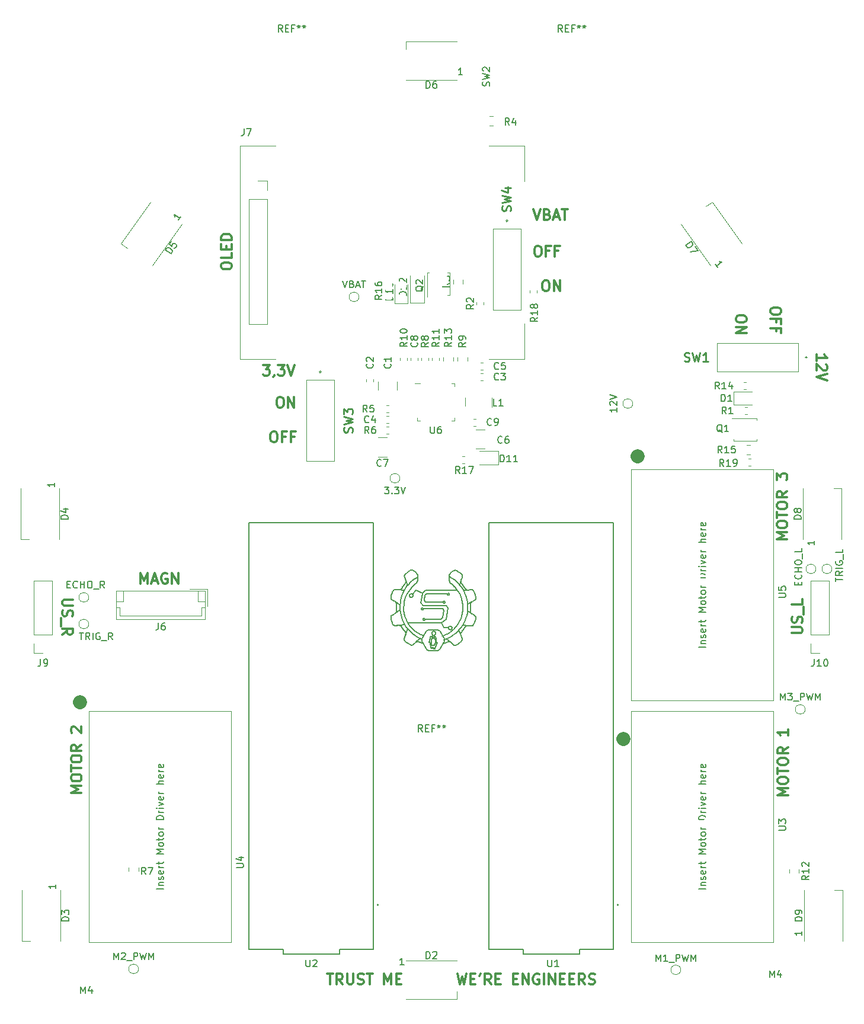
<source format=gto>
G04 #@! TF.GenerationSoftware,KiCad,Pcbnew,(5.1.12)-1*
G04 #@! TF.CreationDate,2022-02-11T11:39:20+01:00*
G04 #@! TF.ProjectId,Main_Board,4d61696e-5f42-46f6-9172-642e6b696361,rev?*
G04 #@! TF.SameCoordinates,Original*
G04 #@! TF.FileFunction,Legend,Top*
G04 #@! TF.FilePolarity,Positive*
%FSLAX46Y46*%
G04 Gerber Fmt 4.6, Leading zero omitted, Abs format (unit mm)*
G04 Created by KiCad (PCBNEW (5.1.12)-1) date 2022-02-11 11:39:20*
%MOMM*%
%LPD*%
G01*
G04 APERTURE LIST*
%ADD10C,0.300000*%
%ADD11C,0.144000*%
%ADD12C,0.120000*%
%ADD13C,2.000000*%
%ADD14C,0.200000*%
%ADD15C,0.127000*%
%ADD16C,0.100000*%
%ADD17C,0.150000*%
%ADD18C,0.254000*%
%ADD19C,0.602000*%
%ADD20C,1.102000*%
%ADD21C,1.626000*%
%ADD22C,1.410000*%
%ADD23C,4.402000*%
%ADD24O,1.302000X1.752000*%
%ADD25C,3.762000*%
%ADD26O,1.802000X1.802000*%
%ADD27O,1.802000X2.052000*%
%ADD28O,2.102000X1.802000*%
%ADD29C,1.602000*%
%ADD30O,1.302000X2.502000*%
%ADD31C,3.818000*%
G04 APERTURE END LIST*
D10*
X152956857Y-154626571D02*
X153314000Y-156126571D01*
X153599714Y-155055142D01*
X153885428Y-156126571D01*
X154242571Y-154626571D01*
X154814000Y-155340857D02*
X155314000Y-155340857D01*
X155528285Y-156126571D02*
X154814000Y-156126571D01*
X154814000Y-154626571D01*
X155528285Y-154626571D01*
X156242571Y-154626571D02*
X156099714Y-154912285D01*
X157742571Y-156126571D02*
X157242571Y-155412285D01*
X156885428Y-156126571D02*
X156885428Y-154626571D01*
X157456857Y-154626571D01*
X157599714Y-154698000D01*
X157671142Y-154769428D01*
X157742571Y-154912285D01*
X157742571Y-155126571D01*
X157671142Y-155269428D01*
X157599714Y-155340857D01*
X157456857Y-155412285D01*
X156885428Y-155412285D01*
X158385428Y-155340857D02*
X158885428Y-155340857D01*
X159099714Y-156126571D02*
X158385428Y-156126571D01*
X158385428Y-154626571D01*
X159099714Y-154626571D01*
X160885428Y-155340857D02*
X161385428Y-155340857D01*
X161599714Y-156126571D02*
X160885428Y-156126571D01*
X160885428Y-154626571D01*
X161599714Y-154626571D01*
X162242571Y-156126571D02*
X162242571Y-154626571D01*
X163099714Y-156126571D01*
X163099714Y-154626571D01*
X164599714Y-154698000D02*
X164456857Y-154626571D01*
X164242571Y-154626571D01*
X164028285Y-154698000D01*
X163885428Y-154840857D01*
X163814000Y-154983714D01*
X163742571Y-155269428D01*
X163742571Y-155483714D01*
X163814000Y-155769428D01*
X163885428Y-155912285D01*
X164028285Y-156055142D01*
X164242571Y-156126571D01*
X164385428Y-156126571D01*
X164599714Y-156055142D01*
X164671142Y-155983714D01*
X164671142Y-155483714D01*
X164385428Y-155483714D01*
X165314000Y-156126571D02*
X165314000Y-154626571D01*
X166028285Y-156126571D02*
X166028285Y-154626571D01*
X166885428Y-156126571D01*
X166885428Y-154626571D01*
X167599714Y-155340857D02*
X168099714Y-155340857D01*
X168314000Y-156126571D02*
X167599714Y-156126571D01*
X167599714Y-154626571D01*
X168314000Y-154626571D01*
X168956857Y-155340857D02*
X169456857Y-155340857D01*
X169671142Y-156126571D02*
X168956857Y-156126571D01*
X168956857Y-154626571D01*
X169671142Y-154626571D01*
X171171142Y-156126571D02*
X170671142Y-155412285D01*
X170314000Y-156126571D02*
X170314000Y-154626571D01*
X170885428Y-154626571D01*
X171028285Y-154698000D01*
X171099714Y-154769428D01*
X171171142Y-154912285D01*
X171171142Y-155126571D01*
X171099714Y-155269428D01*
X171028285Y-155340857D01*
X170885428Y-155412285D01*
X170314000Y-155412285D01*
X171742571Y-156055142D02*
X171956857Y-156126571D01*
X172314000Y-156126571D01*
X172456857Y-156055142D01*
X172528285Y-155983714D01*
X172599714Y-155840857D01*
X172599714Y-155698000D01*
X172528285Y-155555142D01*
X172456857Y-155483714D01*
X172314000Y-155412285D01*
X172028285Y-155340857D01*
X171885428Y-155269428D01*
X171814000Y-155198000D01*
X171742571Y-155055142D01*
X171742571Y-154912285D01*
X171814000Y-154769428D01*
X171885428Y-154698000D01*
X172028285Y-154626571D01*
X172385428Y-154626571D01*
X172599714Y-154698000D01*
X134342857Y-154626571D02*
X135200000Y-154626571D01*
X134771428Y-156126571D02*
X134771428Y-154626571D01*
X136557142Y-156126571D02*
X136057142Y-155412285D01*
X135700000Y-156126571D02*
X135700000Y-154626571D01*
X136271428Y-154626571D01*
X136414285Y-154698000D01*
X136485714Y-154769428D01*
X136557142Y-154912285D01*
X136557142Y-155126571D01*
X136485714Y-155269428D01*
X136414285Y-155340857D01*
X136271428Y-155412285D01*
X135700000Y-155412285D01*
X137200000Y-154626571D02*
X137200000Y-155840857D01*
X137271428Y-155983714D01*
X137342857Y-156055142D01*
X137485714Y-156126571D01*
X137771428Y-156126571D01*
X137914285Y-156055142D01*
X137985714Y-155983714D01*
X138057142Y-155840857D01*
X138057142Y-154626571D01*
X138700000Y-156055142D02*
X138914285Y-156126571D01*
X139271428Y-156126571D01*
X139414285Y-156055142D01*
X139485714Y-155983714D01*
X139557142Y-155840857D01*
X139557142Y-155698000D01*
X139485714Y-155555142D01*
X139414285Y-155483714D01*
X139271428Y-155412285D01*
X138985714Y-155340857D01*
X138842857Y-155269428D01*
X138771428Y-155198000D01*
X138700000Y-155055142D01*
X138700000Y-154912285D01*
X138771428Y-154769428D01*
X138842857Y-154698000D01*
X138985714Y-154626571D01*
X139342857Y-154626571D01*
X139557142Y-154698000D01*
X139985714Y-154626571D02*
X140842857Y-154626571D01*
X140414285Y-156126571D02*
X140414285Y-154626571D01*
X142485714Y-156126571D02*
X142485714Y-154626571D01*
X142985714Y-155698000D01*
X143485714Y-154626571D01*
X143485714Y-156126571D01*
X144200000Y-155340857D02*
X144700000Y-155340857D01*
X144914285Y-156126571D02*
X144200000Y-156126571D01*
X144200000Y-154626571D01*
X144914285Y-154626571D01*
D11*
X151545000Y-100453101D02*
X151517976Y-100402784D01*
X154041264Y-105090284D02*
X153969023Y-105187088D01*
X155260224Y-99912932D02*
X155345784Y-100067096D01*
X149796612Y-107971196D02*
X149769084Y-108067412D01*
X145486464Y-98159360D02*
X145539912Y-98280200D01*
X155345784Y-100067096D02*
X155413824Y-100238444D01*
X151630992Y-100505636D02*
X151588860Y-100489616D01*
X149839260Y-107238644D02*
X149840292Y-107233112D01*
X155413824Y-100238444D02*
X155453904Y-100358432D01*
X155453904Y-100358432D02*
X155466624Y-100398620D01*
X147185160Y-97998440D02*
X147258084Y-97960760D01*
X149663820Y-108202064D02*
X149654364Y-108202064D01*
X143499684Y-104066312D02*
X143537496Y-104186948D01*
X149527800Y-105696200D02*
X149513676Y-105696200D01*
X148307496Y-104006684D02*
X148291476Y-104048804D01*
X147951252Y-102319112D02*
X147965628Y-102320552D01*
X148777608Y-108430904D02*
X148787448Y-108447896D01*
X143537496Y-104186948D02*
X143551043Y-104226872D01*
X154109784Y-105003164D02*
X154041264Y-105090284D01*
X152566860Y-107680700D02*
X152542848Y-107679404D01*
X149829636Y-107159216D02*
X149825784Y-107142104D01*
X148016412Y-106278812D02*
X147690108Y-106138520D01*
X155063904Y-99767228D02*
X155134344Y-99791180D01*
X149352684Y-107700884D02*
X149375063Y-107700884D01*
X154167864Y-104937080D02*
X154109784Y-105003164D01*
X154248504Y-99764168D02*
X154326144Y-99783116D01*
X154326144Y-99783116D02*
X154443264Y-99790928D01*
X154443264Y-99790928D02*
X154570464Y-99784220D01*
X143445312Y-103596656D02*
X143435616Y-103712084D01*
X148018236Y-104021264D02*
X148010952Y-103976804D01*
X154196544Y-104908832D02*
X154167864Y-104937080D01*
X149399748Y-107978684D02*
X149374992Y-107980772D01*
X151966932Y-104940464D02*
X152039328Y-104968016D01*
X154570464Y-99784220D02*
X154701864Y-99770756D01*
X148084584Y-102482336D02*
X148083084Y-102496712D01*
X154208064Y-104903432D02*
X154196544Y-104908832D01*
X149358276Y-106468016D02*
X149344151Y-106510004D01*
X149279052Y-106348220D02*
X149301312Y-106314752D01*
X150219732Y-108385268D02*
X150281448Y-108338072D01*
X149668944Y-106683968D02*
X149646480Y-106683968D01*
X146444460Y-98495960D02*
X146700264Y-98300480D01*
X151942200Y-104938004D02*
X151966932Y-104940464D01*
X145765176Y-100330448D02*
X145979628Y-99970412D01*
X154231464Y-104892236D02*
X154208064Y-104903432D01*
X150828000Y-102467372D02*
X151040952Y-102725948D01*
X146899992Y-107333432D02*
X146998968Y-107253236D01*
X147247536Y-97625840D02*
X147247536Y-97625840D01*
X149979636Y-107564756D02*
X149943492Y-107645997D01*
X154309344Y-104873804D02*
X154231464Y-104892236D01*
X154701864Y-99770756D02*
X154831824Y-99758252D01*
X154426464Y-104866700D02*
X154309344Y-104873804D01*
X143883084Y-104834216D02*
X143953584Y-104858181D01*
X151192380Y-101474204D02*
X151199748Y-101518664D01*
X147666012Y-107283704D02*
X147760236Y-107316452D01*
X146140428Y-97042160D02*
X145984044Y-97139600D01*
X148053516Y-102467372D02*
X150828000Y-102467372D01*
X154831824Y-99758252D02*
X154954464Y-99754472D01*
X154954464Y-99754472D02*
X155063904Y-99767228D01*
X147246300Y-98423120D02*
X147249744Y-98401640D01*
X146700264Y-98300480D02*
X146971620Y-98121800D01*
X145209048Y-105414752D02*
X145209048Y-105414752D01*
X145418100Y-107014568D02*
X145537044Y-107144900D01*
X152080536Y-106411436D02*
X151747800Y-106596920D01*
X149504112Y-107710581D02*
X149566800Y-107717300D01*
X152974991Y-105712484D02*
X152695452Y-105967880D01*
X152171292Y-105218468D02*
X152171292Y-105218468D01*
X151775784Y-100264568D02*
X151802796Y-100314884D01*
X150900264Y-101517620D02*
X150901764Y-101503232D01*
X148926900Y-107276084D02*
X148909248Y-107261768D01*
X154225104Y-99752900D02*
X154248504Y-99764168D01*
X149066868Y-107462864D02*
X149044020Y-107353028D01*
X154478184Y-104868597D02*
X153698184Y-104790332D01*
X147916020Y-107368136D02*
X147963096Y-107382128D01*
X147853716Y-107349716D02*
X147853716Y-107349716D01*
X143467260Y-103539752D02*
X143458668Y-103562144D01*
X154553544Y-104874272D02*
X154426464Y-104866700D01*
X150411852Y-108297896D02*
X150431448Y-108297896D01*
X153862824Y-99290216D02*
X153920064Y-99372500D01*
X143694084Y-103336701D02*
X143592192Y-103405113D01*
X149639580Y-106404872D02*
X149647008Y-106406612D01*
X149147736Y-107851088D02*
X149123052Y-107734412D01*
X154685064Y-104888648D02*
X154553544Y-104874272D01*
X147872664Y-107355320D02*
X147916020Y-107368136D01*
X151130484Y-107360648D02*
X151130484Y-107360648D01*
X154814904Y-104902064D02*
X154685064Y-104888648D01*
X151510680Y-100358312D02*
X151512120Y-100343912D01*
X145246092Y-99161300D02*
X145229952Y-99182072D01*
X144209316Y-102729668D02*
X144205020Y-102840536D01*
X144591144Y-99758696D02*
X144463992Y-99751148D01*
X154937544Y-104906612D02*
X154814904Y-104902064D01*
X153920064Y-99372500D02*
X153987984Y-99467888D01*
X147197867Y-107155832D02*
X147210300Y-107153552D01*
X146594400Y-100608320D02*
X146591927Y-100632596D01*
X149527800Y-105696200D02*
X149527800Y-105696200D01*
X149636064Y-106403552D02*
X149639580Y-106404872D01*
X149788152Y-106910780D02*
X149776764Y-106819628D01*
X145513608Y-106319048D02*
X145459380Y-106439564D01*
X155154504Y-99804404D02*
X155185464Y-99824648D01*
X153987984Y-99467888D02*
X154059504Y-99565016D01*
X149825784Y-107142104D02*
X149824680Y-107136428D01*
X154059504Y-99565016D02*
X154127664Y-99652520D01*
X147259644Y-98090120D02*
X147257952Y-97955600D01*
X155047104Y-104894564D02*
X154937544Y-104906612D01*
X148677612Y-105560132D02*
X148605863Y-105589952D01*
X149206716Y-107151020D02*
X149206716Y-107151020D01*
X147921360Y-102615668D02*
X147906900Y-102614168D01*
X146594400Y-100608320D02*
X146594400Y-100608320D01*
X147988476Y-107389616D02*
X147993564Y-107391188D01*
X149214060Y-106396844D02*
X149221296Y-106396844D01*
X147257952Y-97955600D02*
X147254880Y-97829600D01*
X151645452Y-100507136D02*
X151630992Y-100505636D01*
X145459380Y-106439564D02*
X145406520Y-106558964D01*
X144746100Y-102160196D02*
X144757032Y-101897696D01*
X147825780Y-107339816D02*
X147850392Y-107348732D01*
X154127664Y-99652520D02*
X154185144Y-99718916D01*
X151566084Y-100243400D02*
X151616412Y-100216389D01*
X151517976Y-100402784D02*
X151510680Y-100358312D01*
X145620312Y-98592560D02*
X145616868Y-98618361D01*
X149579292Y-106675568D02*
X149517444Y-106657196D01*
X153508824Y-99362420D02*
X153694104Y-99637868D01*
X151062960Y-107380316D02*
X150990300Y-107402072D01*
X153900504Y-105282128D02*
X153842664Y-105364100D01*
X154416384Y-102640088D02*
X154367664Y-103034480D01*
X147254880Y-97829600D02*
X147251436Y-97724480D01*
X149943492Y-107645997D02*
X149906712Y-107717888D01*
X144200916Y-101662532D02*
X144208392Y-101750036D01*
X152168748Y-105243200D02*
X152141220Y-105315596D01*
X149485367Y-108045680D02*
X149466408Y-108021980D01*
X143772984Y-99875168D02*
X143685816Y-100028552D01*
X149366616Y-108108968D02*
X149362451Y-108121328D01*
X149421480Y-106593728D02*
X149481576Y-106595744D01*
X149094792Y-106406612D02*
X149096232Y-106401536D01*
X146935680Y-97189400D02*
X146808012Y-97095320D01*
X148276116Y-103883048D02*
X148303128Y-103933364D01*
X155117664Y-104871128D02*
X155047104Y-104894564D01*
X154367664Y-103034480D02*
X154287864Y-103418732D01*
X145251900Y-104412932D02*
X145102032Y-104080052D01*
X155137824Y-104858120D02*
X155117664Y-104871128D01*
X154185144Y-99718916D02*
X154213584Y-99747368D01*
X147939132Y-100246784D02*
X147069659Y-99836372D01*
X143563812Y-100359416D02*
X143550468Y-100399388D01*
X154213584Y-99747368D02*
X154225104Y-99752900D01*
X149355144Y-106568984D02*
X149362380Y-106572044D01*
X147841212Y-100802072D02*
X147698628Y-101610716D01*
X147805416Y-102395864D02*
X147841992Y-102351932D01*
X147906900Y-102614168D02*
X147864780Y-102598148D01*
X149036400Y-107316512D02*
X149035416Y-107311772D01*
X153823224Y-99232472D02*
X153862824Y-99290216D01*
X155168904Y-104837996D02*
X155137824Y-104858120D01*
X147052476Y-97295600D02*
X146935680Y-97189400D01*
X149840292Y-107233112D02*
X149839716Y-107215796D01*
X149939460Y-107176797D02*
X149946300Y-107209484D01*
X149344151Y-106510004D02*
X149339136Y-106546472D01*
X155244624Y-104750300D02*
X155168904Y-104837996D01*
X151313028Y-101990984D02*
X151643568Y-102392300D01*
X149839716Y-107215796D02*
X149835552Y-107187537D01*
X151671684Y-105268268D02*
X151659180Y-105191828D01*
X149361132Y-106192484D02*
X149425260Y-106283504D01*
X151755144Y-97872080D02*
X151829808Y-97909400D01*
X151144284Y-101633504D02*
X151093944Y-101660516D01*
X144211668Y-102098612D02*
X144209652Y-102198800D01*
X155331863Y-104596916D02*
X155244624Y-104750300D01*
X144034452Y-101452520D02*
X144124476Y-101527712D01*
X147254820Y-98336120D02*
X147258936Y-98221040D01*
X153620784Y-98959040D02*
X153690024Y-99053721D01*
X153694104Y-99637868D02*
X153860664Y-99926348D01*
X143550468Y-100399388D02*
X143512380Y-100519964D01*
X149385420Y-106630448D02*
X149362380Y-106630448D01*
X149753400Y-106392032D02*
X149761392Y-106392032D01*
X149265696Y-108104732D02*
X149243436Y-108094700D01*
X147980220Y-102609728D02*
X147935748Y-102617096D01*
X150411852Y-105600368D02*
X150353136Y-105589952D01*
X146345112Y-100330521D02*
X146369460Y-100332980D01*
X155401104Y-104426084D02*
X155331863Y-104596916D01*
X145813092Y-97262480D02*
X145711332Y-97337720D01*
X153690024Y-99053721D02*
X153750144Y-99134036D01*
X155441304Y-104306228D02*
X155401104Y-104426084D01*
X151040952Y-102725948D02*
X150868631Y-103703372D01*
X144976428Y-99535137D02*
X144907752Y-99622232D01*
X149252280Y-106922948D02*
X149235612Y-107015288D01*
X155453904Y-104266052D02*
X155441304Y-104306228D01*
X149582436Y-108117032D02*
X149581380Y-108109616D01*
X144907752Y-99622232D02*
X144849816Y-99688316D01*
X146554764Y-99278432D02*
X146610480Y-99224721D01*
X153750144Y-99134036D02*
X153792503Y-99189752D01*
X148066416Y-103861880D02*
X148116731Y-103834868D01*
X143970516Y-99730832D02*
X143899884Y-99754328D01*
X151747800Y-106596920D02*
X151399991Y-106756484D01*
X153792503Y-99189752D02*
X153808584Y-99210645D01*
X149348508Y-106637600D02*
X149331960Y-106655384D01*
X149358864Y-106630448D02*
X149348508Y-106637600D01*
X149318628Y-105919448D02*
X149318628Y-105934617D01*
X149201832Y-108073016D02*
X149187636Y-108024644D01*
X145348632Y-103107272D02*
X145291860Y-102704204D01*
X153808584Y-99210645D02*
X153808584Y-99210716D01*
X153808584Y-99210716D02*
X153808584Y-99210716D01*
X155467104Y-104226080D02*
X155453904Y-104266052D01*
X149362380Y-106630448D02*
X149358864Y-106630448D01*
X151529568Y-100287344D02*
X151566084Y-100243400D01*
X143879759Y-99767372D02*
X143848632Y-99787412D01*
X153808584Y-99210716D02*
X153823224Y-99232472D01*
X144821100Y-99716588D02*
X144809652Y-99722048D01*
X154007664Y-100226996D02*
X154134144Y-100538900D01*
X144789720Y-101555312D02*
X144843636Y-101221268D01*
X143953584Y-104858181D02*
X144063096Y-104870936D01*
X147194460Y-98637920D02*
X147223896Y-98543840D01*
X144832428Y-104906552D02*
X144889980Y-104972948D01*
X155505264Y-104105516D02*
X155467104Y-104226080D01*
X147780348Y-106765328D02*
X147529764Y-106653680D01*
X151110168Y-106822304D02*
X151123560Y-106799132D01*
X145378584Y-97718480D02*
X145372260Y-97741640D01*
X145348560Y-106879736D02*
X145358076Y-106915472D01*
X144803916Y-104878172D02*
X144832428Y-104906552D01*
X145294668Y-101892368D02*
X145354236Y-101489612D01*
X146427684Y-105220148D02*
X146214336Y-104974316D01*
X150903192Y-101488784D02*
X150919152Y-101446652D01*
X151775328Y-107168468D02*
X151735476Y-107174384D01*
X153551063Y-98860400D02*
X153620784Y-98959040D01*
X149271684Y-106831484D02*
X149252280Y-106922948D01*
X150353136Y-105589952D02*
X150281448Y-105560132D01*
X155550984Y-103926932D02*
X155505264Y-104105516D01*
X153457464Y-98425040D02*
X153427944Y-98538560D01*
X152173764Y-105193664D02*
X152171292Y-105218468D01*
X155057304Y-103222364D02*
X154432944Y-102762872D01*
X145711332Y-97337720D02*
X145569396Y-97455200D01*
X150431448Y-105600368D02*
X150411852Y-105600368D01*
X145881132Y-97212920D02*
X145847400Y-97238120D01*
X149309892Y-106693064D02*
X149308860Y-106698548D01*
X153427944Y-98538560D02*
X153421464Y-98618240D01*
X155572344Y-103751864D02*
X155550984Y-103926932D01*
X150924096Y-107422304D02*
X150902075Y-107429204D01*
X149354496Y-108036572D02*
X149365176Y-108073352D01*
X144574344Y-104834480D02*
X144691344Y-104842412D01*
X149375844Y-106579664D02*
X149421480Y-106593728D01*
X148161192Y-103827584D02*
X148175652Y-103829084D01*
X149502144Y-106318988D02*
X149527800Y-106318988D01*
X149586528Y-106564568D02*
X149600844Y-106557464D01*
X148254948Y-104092688D02*
X148204632Y-104119700D01*
X148190052Y-103830512D02*
X148232159Y-103846472D01*
X145194276Y-105392948D02*
X145209048Y-105414752D01*
X151083336Y-106949132D02*
X151110168Y-106822304D01*
X151802796Y-100314884D02*
X151810092Y-100359344D01*
X147850392Y-107348732D02*
X147850392Y-107348732D01*
X149341152Y-105782204D02*
X149328000Y-105823412D01*
X153421464Y-98618240D02*
X153424823Y-98644160D01*
X149600844Y-106557464D02*
X149608800Y-106554152D01*
X153424823Y-98644160D02*
X153426384Y-98656640D01*
X148029876Y-103905836D02*
X148066416Y-103861880D01*
X149328000Y-105823412D02*
X149320776Y-105874064D01*
X153426384Y-98656640D02*
X153444384Y-98692640D01*
X151643568Y-102392300D02*
X151372728Y-103928228D01*
X149301312Y-106314752D02*
X149325192Y-106299584D01*
X151616412Y-100216389D02*
X151660884Y-100209080D01*
X149758980Y-107452712D02*
X149799096Y-107367104D01*
X147939132Y-100246784D02*
X147841212Y-100802072D01*
X150171612Y-105450368D02*
X150171612Y-105450368D01*
X146223696Y-100803680D02*
X146149620Y-100742096D01*
X153444384Y-98692640D02*
X153489384Y-98768240D01*
X149580660Y-108106820D02*
X149566152Y-108106280D01*
X144119592Y-103062416D02*
X144029052Y-103137020D01*
X144210408Y-102491696D02*
X144210876Y-102608972D01*
X151915560Y-105450032D02*
X151890828Y-105447572D01*
X148310412Y-103977836D02*
X148308984Y-103992296D01*
X146538936Y-100424072D02*
X146584512Y-100508972D01*
X149819796Y-105968072D02*
X149819796Y-105934617D01*
X153489384Y-98768240D02*
X153551063Y-98860400D01*
X153503904Y-98306360D02*
X153457464Y-98425040D01*
X149864196Y-106547372D02*
X149879232Y-106651088D01*
X146684579Y-99153956D02*
X146769659Y-99073160D01*
X153659544Y-97709960D02*
X153669023Y-97745720D01*
X153669023Y-97745720D02*
X153675144Y-97768880D01*
X153675144Y-97768880D02*
X153675744Y-97843280D01*
X143599416Y-101181488D02*
X143700852Y-101250500D01*
X149766084Y-106392032D02*
X149780352Y-106390988D01*
X153675744Y-97843280D02*
X153653304Y-97951280D01*
X143445312Y-100873544D02*
X143453844Y-100988900D01*
X149336196Y-106299584D02*
X149345244Y-106313852D01*
X152084520Y-107350305D02*
X151986060Y-107269496D01*
X153653304Y-97951280D02*
X153611064Y-98066480D01*
X145414536Y-99701216D02*
X145585680Y-99432128D01*
X151006068Y-101375696D02*
X151050528Y-101368400D01*
X144184248Y-102979016D02*
X144171744Y-103001864D01*
X153969023Y-105187088D02*
X153900504Y-105282128D01*
X144209052Y-102391388D02*
X144210408Y-102491696D01*
X153611064Y-98066480D02*
X153558264Y-98185880D01*
X149211600Y-108090152D02*
X149209116Y-108090152D01*
X145388280Y-97682840D02*
X145378584Y-97718480D01*
X155563704Y-103636436D02*
X155572344Y-103751864D01*
X155550624Y-103601936D02*
X155563704Y-103636436D01*
X148202928Y-101225036D02*
X148414128Y-101481488D01*
X146464848Y-100362416D02*
X146538936Y-100424072D01*
X147249744Y-98401640D02*
X147254820Y-98336120D01*
X155542104Y-103579472D02*
X155550624Y-103601936D01*
X148940568Y-107115932D02*
X148964784Y-107003948D01*
X152048892Y-98031920D02*
X152329632Y-98210960D01*
X153558264Y-98185880D02*
X153503904Y-98306360D01*
X146378712Y-107662352D02*
X146415636Y-107660588D01*
X152596476Y-98408240D02*
X152848632Y-98622800D01*
X155185464Y-99824648D02*
X155260224Y-99912932D01*
X149869728Y-107789684D02*
X149832876Y-107870936D01*
X149350128Y-108003428D02*
X149354496Y-108036572D01*
X148232159Y-103846472D02*
X148276116Y-103883048D01*
X153599424Y-97610960D02*
X153659544Y-97709960D01*
X144877548Y-103377320D02*
X144805284Y-103009736D01*
X152877216Y-107583368D02*
X152716476Y-107656232D01*
X145225068Y-105435584D02*
X145267452Y-105491384D01*
X149906712Y-107717888D02*
X149869728Y-107789684D01*
X155499264Y-103518668D02*
X155542104Y-103579472D01*
X152911128Y-97065080D02*
X153066864Y-97163840D01*
X144029052Y-103137020D02*
X143921748Y-103205636D01*
X147848892Y-106822304D02*
X147875711Y-106949132D01*
X147094668Y-98774840D02*
X147148116Y-98716760D01*
X155418144Y-103443980D02*
X155499264Y-103518668D01*
X143863032Y-104821064D02*
X143883084Y-104834216D01*
X150219732Y-105512936D02*
X150181380Y-105467300D01*
X146591280Y-105384872D02*
X146503980Y-105296984D01*
X149580936Y-108106412D02*
X149581716Y-108096536D01*
X149035416Y-107311772D02*
X149013864Y-107301212D01*
X153066864Y-97163840D02*
X153169824Y-97237280D01*
X149341932Y-108121784D02*
X149328060Y-108119312D01*
X151840944Y-104947952D02*
X151917384Y-104935448D01*
X149260236Y-107691116D02*
X149260884Y-107694572D01*
X148013868Y-103947956D02*
X148029876Y-103905836D01*
X153169824Y-97237280D02*
X153203664Y-97262240D01*
X153203664Y-97262240D02*
X153238104Y-97286601D01*
X153238104Y-97286601D02*
X153339504Y-97361960D01*
X150696552Y-104503100D02*
X151050000Y-105192753D01*
X154420464Y-101881688D02*
X154433064Y-102148016D01*
X148677612Y-108338072D02*
X148739268Y-108385268D01*
X145267452Y-105491384D02*
X145327548Y-105571712D01*
X149527800Y-106318988D02*
X149556648Y-106318988D01*
X148547148Y-108297896D02*
X148605863Y-108308252D01*
X153339504Y-97361960D02*
X153480623Y-97480521D01*
X149221296Y-106396844D02*
X149229876Y-106396844D01*
X143813352Y-101316764D02*
X143927676Y-101383184D01*
X145215048Y-99203744D02*
X145175064Y-99261296D01*
X146971620Y-98121800D02*
X147185160Y-97998440D01*
X145596876Y-98666840D02*
X145551492Y-98742080D01*
X147965628Y-102320552D02*
X148007748Y-102336500D01*
X151050528Y-101368400D02*
X151064976Y-101369900D01*
X149954112Y-107216180D02*
X149977932Y-107236052D01*
X146801628Y-107421645D02*
X146899992Y-107333432D01*
X152396820Y-106201280D02*
X152080536Y-106411436D01*
X145229952Y-99182072D02*
X145229952Y-99182072D01*
X153480623Y-97480521D02*
X153599424Y-97610960D01*
X145950780Y-107461772D02*
X146106444Y-107560400D01*
X149367264Y-108104732D02*
X149366616Y-108108968D01*
X149631252Y-106421720D02*
X149634384Y-106408628D01*
X144769020Y-104861372D02*
X144792516Y-104872700D01*
X152751252Y-96990680D02*
X152911128Y-97065080D01*
X152376119Y-107602184D02*
X152279568Y-107526404D01*
X149087112Y-106441700D02*
X149094792Y-106406612D01*
X151731852Y-100228028D02*
X151775784Y-100264568D01*
X149892780Y-106812872D02*
X149897868Y-106889228D01*
X149635416Y-108192368D02*
X149612376Y-108168596D01*
X152115492Y-97206320D02*
X152243820Y-97113080D01*
X147848892Y-107075888D02*
X147835548Y-107099132D01*
X144757032Y-101897696D02*
X144789720Y-101555312D01*
X149715768Y-106677248D02*
X149689392Y-106681280D01*
X144196944Y-102928100D02*
X144190296Y-102967880D01*
X150181380Y-105467300D02*
X150171612Y-105450368D01*
X149425260Y-106283504D02*
X149502144Y-106318988D01*
X144918228Y-100896272D02*
X145013100Y-100581104D01*
X155316744Y-103374980D02*
X155418144Y-103443980D01*
X149365176Y-108073352D02*
X149369280Y-108097628D01*
X152243820Y-97113080D02*
X152373696Y-97037841D01*
X146556576Y-96966920D02*
X146477544Y-96946280D01*
X148909248Y-107261768D02*
X148909896Y-107258120D01*
X147249996Y-107159732D02*
X147335232Y-107179604D01*
X155204184Y-103308704D02*
X155316744Y-103374980D01*
X150353136Y-108308252D02*
X150411852Y-108297896D01*
X152373696Y-97037841D02*
X152496096Y-96986480D01*
X146532036Y-99300428D02*
X146554764Y-99278432D01*
X150955728Y-101402720D02*
X151006068Y-101375696D01*
X146149620Y-100742096D02*
X146104044Y-100657196D01*
X155089944Y-103242296D02*
X155204184Y-103308704D01*
X154983024Y-103172948D02*
X155089944Y-103242296D01*
X154893024Y-103097768D02*
X154983024Y-103172948D01*
X151659828Y-100508564D02*
X151645452Y-100507136D01*
X146873568Y-105628364D02*
X146591280Y-105384872D01*
X151316352Y-107296400D02*
X151221360Y-107328752D01*
X149636136Y-107720348D02*
X149659248Y-107720348D01*
X145984044Y-97139600D02*
X145881132Y-97212920D01*
X145541280Y-106252064D02*
X145858152Y-105347948D01*
X148204632Y-104119700D02*
X148160160Y-104127068D01*
X143510616Y-103479272D02*
X143467260Y-103539752D01*
X152848632Y-98622800D02*
X153085295Y-98854040D01*
X148421880Y-99836433D02*
X147939132Y-100246784D01*
X147258936Y-98221040D02*
X147259644Y-98090120D01*
X152496096Y-96986480D02*
X152575260Y-96966200D01*
X148010952Y-103976804D02*
X148012451Y-103962416D01*
X154841304Y-103036820D02*
X154893024Y-103097768D01*
X151020648Y-101664944D02*
X150978516Y-101648936D01*
X155024304Y-101464172D02*
X154419983Y-101874128D01*
X149799096Y-107367104D02*
X149831244Y-107271272D01*
X151112316Y-107365868D02*
X151062960Y-107380316D01*
X154828944Y-103013900D02*
X154841304Y-103036820D01*
X153860664Y-99926348D02*
X154007664Y-100226996D01*
X149339136Y-106546472D02*
X149355144Y-106568984D01*
X147060552Y-98803880D02*
X147074880Y-98791640D01*
X154822944Y-103002716D02*
X154828944Y-103013900D01*
X145341864Y-106782068D02*
X145342380Y-106856480D01*
X145229952Y-99182072D02*
X145229952Y-99182072D01*
X143576244Y-100319180D02*
X143563812Y-100359416D01*
X154816584Y-102962936D02*
X154822944Y-103002716D01*
X149541660Y-106582268D02*
X149586528Y-106564568D01*
X153085295Y-98854040D02*
X153305664Y-99100820D01*
X147555600Y-107246588D02*
X147666012Y-107283704D01*
X152471880Y-107656820D02*
X152376119Y-107602184D01*
X149647008Y-106406612D02*
X149649480Y-106406612D01*
X145372260Y-97741640D02*
X145371228Y-97816040D01*
X146703852Y-107508188D02*
X146801628Y-107421645D01*
X145229952Y-99182072D02*
X145215048Y-99203744D01*
X144054120Y-101467028D02*
X144754044Y-101950100D01*
X149361264Y-106417028D02*
X149362380Y-106426088D01*
X152575260Y-96966200D02*
X152601960Y-96965000D01*
X151813416Y-107175572D02*
X151787831Y-107170820D01*
X152601960Y-96965000D02*
X152638860Y-96963200D01*
X151810092Y-100359344D02*
X151808663Y-100373804D01*
X154809144Y-102875432D02*
X154816584Y-102962936D01*
X154805424Y-102764612D02*
X154809144Y-102875432D01*
X152638860Y-96963200D02*
X152751252Y-96990680D01*
X154804704Y-102643988D02*
X154805424Y-102764612D01*
X143603784Y-104386953D02*
X143671752Y-104558252D01*
X151110168Y-107075888D02*
X151083336Y-106949132D01*
X143921748Y-103205636D02*
X143807028Y-103271204D01*
X154805784Y-102526868D02*
X154804704Y-102643988D01*
X148128060Y-106317236D02*
X148016412Y-106278812D01*
X146076492Y-105595352D02*
X145838808Y-105324380D01*
X154807824Y-102426668D02*
X154805784Y-102526868D01*
X151661736Y-105167096D02*
X151664196Y-105142304D01*
X145614336Y-98512880D02*
X145620312Y-98592560D01*
X151997976Y-97311680D02*
X152115492Y-97206320D01*
X144976836Y-103734488D02*
X144877548Y-103377320D01*
X149330664Y-107702780D02*
X149347152Y-107700884D01*
X149759112Y-108107720D02*
X149748048Y-108130184D01*
X149513676Y-105696200D02*
X149471291Y-105699272D01*
X151796100Y-97739120D02*
X151799412Y-97667121D01*
X151130484Y-107360648D02*
X151130484Y-107360648D01*
X149592060Y-108138380D02*
X149582436Y-108117032D01*
X144185676Y-104867228D02*
X144315696Y-104854664D01*
X147760236Y-107316452D02*
X147825780Y-107339816D01*
X149123052Y-107734412D02*
X149095896Y-107603613D01*
X151123560Y-107099132D02*
X151110168Y-107075888D01*
X151799412Y-97667121D02*
X151800780Y-97640480D01*
X154809744Y-102356684D02*
X154807824Y-102426668D01*
X144849816Y-99688316D02*
X144821100Y-99716588D01*
X149454768Y-106638788D02*
X149385420Y-106630448D01*
X144190296Y-102967880D02*
X144184248Y-102979016D01*
X149095896Y-107603613D02*
X149066868Y-107462864D01*
X145847400Y-97238120D02*
X145813092Y-97262480D01*
X149354436Y-108124784D02*
X149341932Y-108121784D01*
X154810704Y-102330452D02*
X154809744Y-102356684D01*
X149233536Y-107366120D02*
X149234052Y-107460584D01*
X149634384Y-106408628D02*
X149636064Y-106403552D01*
X149206716Y-107151020D02*
X149205480Y-107157068D01*
X149803920Y-106391384D02*
X149825652Y-106398152D01*
X151800780Y-97640480D02*
X151800780Y-97640480D01*
X146450916Y-96944840D02*
X146413932Y-96942800D01*
X151372728Y-103928228D02*
X150696552Y-104503100D01*
X149152548Y-106388900D02*
X149192580Y-106393532D01*
X146333328Y-105848012D02*
X146076492Y-105595352D01*
X151787831Y-107170820D02*
X151775328Y-107168468D01*
X145539912Y-98280200D02*
X145585620Y-98399120D01*
X151800780Y-97640480D02*
X151803060Y-97613480D01*
X147207492Y-106485332D02*
X146899944Y-106294112D01*
X145449228Y-97584320D02*
X145388280Y-97682840D01*
X146301180Y-96969320D02*
X146140428Y-97042160D01*
X147247536Y-97625840D02*
X147245376Y-97598840D01*
X149776764Y-106819628D02*
X149758860Y-106721336D01*
X145573116Y-105932852D02*
X145591152Y-105968852D01*
X148011780Y-101990984D02*
X151313028Y-101990984D01*
X155134344Y-99791180D02*
X155154504Y-99804404D01*
X146678652Y-97019120D02*
X146556576Y-96966920D01*
X147690108Y-106138520D02*
X147270444Y-105908900D01*
X149946300Y-107209484D02*
X149954112Y-107216180D01*
X151735476Y-107174384D02*
X151649748Y-107193788D01*
X144087960Y-103091444D02*
X144746100Y-102596204D01*
X145358076Y-106915472D02*
X145418100Y-107014568D01*
X149729496Y-106394312D02*
X149753400Y-106392032D01*
X150978516Y-101648936D02*
X150934584Y-101612420D01*
X154433064Y-102148016D02*
X154433064Y-102236816D01*
X147865560Y-106798280D02*
X147780348Y-106765328D01*
X154810704Y-102330452D02*
X154810704Y-102330452D01*
X154810704Y-102330380D02*
X154810704Y-102330452D01*
X149797392Y-106068536D02*
X149819796Y-105968072D01*
X149358468Y-106389884D02*
X149361264Y-106417028D01*
X151803060Y-97613480D02*
X151831452Y-97534640D01*
X149325192Y-106299584D02*
X149333208Y-106299584D01*
X144208392Y-101750036D02*
X144212052Y-101860856D01*
X151660884Y-100209080D02*
X151675331Y-100210580D01*
X154810704Y-102330380D02*
X154810704Y-102330380D01*
X152603784Y-107682716D02*
X152566860Y-107680700D01*
X145013100Y-100581104D02*
X145127736Y-100276352D01*
X149096232Y-106401536D02*
X149115180Y-106390664D01*
X146185236Y-100388384D02*
X146270112Y-100342820D01*
X145569396Y-97455200D02*
X145449228Y-97584320D01*
X148083084Y-102496712D02*
X148067064Y-102538856D01*
X149921292Y-107078372D02*
X149939460Y-107176797D01*
X148291476Y-104048804D02*
X148254948Y-104092688D01*
X152161260Y-105117236D02*
X152173764Y-105193664D01*
X154809984Y-102304016D02*
X154810704Y-102330380D01*
X144809652Y-99722048D02*
X144786060Y-99733184D01*
X149566800Y-107717300D02*
X149636136Y-107720348D01*
X145589532Y-106086956D02*
X145560096Y-106200500D01*
X151829808Y-97909400D02*
X152048892Y-98031920D01*
X146214336Y-104974316D02*
X145963608Y-104630768D01*
X149229876Y-106396844D02*
X149255868Y-106381616D01*
X149314848Y-108119312D02*
X149288868Y-108114752D01*
X148777680Y-105467300D02*
X148739268Y-105512936D01*
X149234052Y-107460584D02*
X149235480Y-107556032D01*
X151791216Y-100430312D02*
X151754700Y-100474268D01*
X149255868Y-106381616D02*
X149279052Y-106348220D01*
X144805284Y-103009736D02*
X144761064Y-102632852D01*
X146978580Y-107268668D02*
X147644208Y-106706420D01*
X145288752Y-99105836D02*
X145246092Y-99161300D01*
X149748048Y-108130184D02*
X149724276Y-108163712D01*
X154808544Y-102234032D02*
X154809984Y-102304016D01*
X154807104Y-102133700D02*
X154808544Y-102234032D01*
X154806744Y-102016520D02*
X154807104Y-102133700D01*
X144080076Y-99718784D02*
X143970516Y-99730832D01*
X150048444Y-107335989D02*
X150041148Y-107368328D01*
X154808184Y-101895752D02*
X154806744Y-102016520D01*
X149362380Y-106426088D02*
X149364132Y-106436048D01*
X144691344Y-104842412D02*
X144769020Y-104861372D01*
X149347152Y-107700884D02*
X149352684Y-107700884D01*
X151831452Y-97534640D02*
X151900260Y-97423040D01*
X151900260Y-97423040D02*
X151997976Y-97311680D01*
X145621428Y-105036236D02*
X145425396Y-104732072D01*
X151791996Y-97844240D02*
X151796100Y-97739120D01*
X149780352Y-106390988D02*
X149803920Y-106391384D01*
X149643228Y-106283504D02*
X149735820Y-106192484D01*
X150013752Y-107269052D02*
X150041352Y-107303888D01*
X154040904Y-104151284D02*
X153876384Y-104496980D01*
X148984644Y-106912088D02*
X149002344Y-106830512D01*
X149846100Y-106448936D02*
X149864196Y-106547372D01*
X145209048Y-105414752D02*
X145225068Y-105435584D01*
X153306264Y-107287796D02*
X153204624Y-107362928D01*
X145779564Y-107338964D02*
X145813992Y-107363312D01*
X143466936Y-101023544D02*
X143475396Y-101045936D01*
X149235480Y-107556032D02*
X149251560Y-107657984D01*
X143518368Y-101106752D02*
X143599416Y-101181488D01*
X143807028Y-103271204D02*
X143694084Y-103336701D01*
X145175064Y-99261296D02*
X145117259Y-99343268D01*
X144206844Y-102295100D02*
X144206844Y-102295100D01*
X146232744Y-99628544D02*
X146447796Y-99384152D01*
X149633664Y-106502720D02*
X149629560Y-106465736D01*
X154287864Y-103418732D02*
X154178544Y-103791380D01*
X148145784Y-104125628D02*
X148131312Y-104124128D01*
X147245376Y-97598840D02*
X147217452Y-97519760D01*
X149658084Y-106406612D02*
X149684052Y-106404332D01*
X148012451Y-103962416D02*
X148013868Y-103947956D01*
X154812624Y-101784872D02*
X154808184Y-101895752D01*
X151123560Y-106799132D02*
X150431448Y-105600368D01*
X151198320Y-101533112D02*
X151198320Y-101533112D01*
X154820664Y-101697296D02*
X154812624Y-101784872D01*
X151801175Y-98468120D02*
X151796544Y-98437760D01*
X149686668Y-107634212D02*
X149718816Y-107538320D01*
X153448224Y-107170220D02*
X153306264Y-107287796D01*
X146998968Y-107253236D02*
X147098244Y-107190800D01*
X149662560Y-107720348D02*
X149672592Y-107704532D01*
X151796544Y-98437760D02*
X151793232Y-98416160D01*
X145396752Y-105666380D02*
X145466484Y-105764948D01*
X146769659Y-99073160D02*
X146858532Y-98989400D01*
X154827264Y-101657600D02*
X154820664Y-101697296D01*
X151887180Y-107206412D02*
X151813416Y-107175572D01*
X153448584Y-106272896D02*
X153167424Y-105493604D01*
X149442264Y-107703884D02*
X149504112Y-107710581D01*
X154833383Y-101646464D02*
X154827264Y-101657600D01*
X154845744Y-101623544D02*
X154833383Y-101646464D01*
X145585680Y-99432128D02*
X145774752Y-99176396D01*
X151754700Y-100474268D02*
X151704300Y-100501280D01*
X150281448Y-108338072D02*
X150353136Y-108308252D01*
X146369460Y-100332980D02*
X146393748Y-100335404D01*
X146294736Y-100830704D02*
X146223696Y-100803680D01*
X149556648Y-105696200D02*
X149527800Y-105696200D01*
X152329632Y-98210960D02*
X152596476Y-98408240D01*
X149044020Y-107353028D02*
X149036400Y-107316512D01*
X149654364Y-108202064D02*
X149649612Y-108202064D01*
X147864780Y-102598148D02*
X147820836Y-102561632D01*
X145489332Y-98833880D02*
X145419084Y-98931920D01*
X154897944Y-101562932D02*
X154845744Y-101623544D01*
X145838808Y-105324380D02*
X145621428Y-105036236D01*
X145596096Y-106007264D02*
X145589532Y-106086956D01*
X149169396Y-107949272D02*
X149147736Y-107851088D01*
X149581380Y-108109616D02*
X149580936Y-108106412D01*
X149819796Y-105934617D02*
X149819796Y-105906812D01*
X154988424Y-101488388D02*
X154897944Y-101562932D01*
X149677476Y-107674136D02*
X149678712Y-107666828D01*
X149219532Y-108090152D02*
X149211600Y-108090152D01*
X151793232Y-98416160D02*
X151788612Y-98350760D01*
X147853716Y-107349716D02*
X147872664Y-107355320D01*
X155517984Y-100559084D02*
X155562384Y-100738004D01*
X151788612Y-98350760D02*
X151785300Y-98235560D01*
X154323023Y-101193021D02*
X154383504Y-101533436D01*
X149214576Y-107117228D02*
X149206716Y-107151020D01*
X153305664Y-99100820D02*
X153508824Y-99362420D01*
X151130016Y-106859420D02*
X151038480Y-106888856D01*
X154239624Y-100861172D02*
X154323023Y-101193021D01*
X146393748Y-100335404D02*
X146464848Y-100362416D01*
X153170424Y-107387481D02*
X153136703Y-107412596D01*
X145291860Y-102704204D02*
X145273896Y-102298220D01*
X146610480Y-99224721D02*
X146684579Y-99153956D01*
X151785300Y-98235560D02*
X151785408Y-98104640D01*
X152114784Y-105030764D02*
X152161260Y-105117236D01*
X149115180Y-106390664D02*
X149152548Y-106388900D01*
X151785408Y-98104640D02*
X151788036Y-97970120D01*
X148533084Y-100322120D02*
X148331964Y-100493072D01*
X147217452Y-97519760D02*
X147149412Y-97407680D01*
X151866012Y-105445028D02*
X151793628Y-105417488D01*
X148131312Y-104124128D02*
X148089192Y-104108120D01*
X149374992Y-107980772D02*
X149367264Y-107983112D01*
X149643228Y-105708764D02*
X149556648Y-105696200D01*
X146564916Y-100703684D02*
X146503332Y-100777784D01*
X147441216Y-107210204D02*
X147555600Y-107246588D01*
X149689392Y-106681280D02*
X149674032Y-106683968D01*
X149328000Y-106068536D02*
X149361132Y-106192484D01*
X144063096Y-104870936D02*
X144185676Y-104867228D01*
X149584380Y-108099848D02*
X149580660Y-108106820D01*
X150919152Y-101446652D02*
X150955728Y-101402720D01*
X145349280Y-99026000D02*
X145288752Y-99105836D01*
X148175652Y-103829084D02*
X148190052Y-103830512D01*
X146596812Y-100583972D02*
X146594400Y-100608320D01*
X151542984Y-107223932D02*
X151427676Y-107259800D01*
X149751696Y-106688852D02*
X149751048Y-106685588D01*
X149769084Y-108067412D02*
X149761392Y-108099848D01*
X149209116Y-108090152D02*
X149201832Y-108073016D01*
X150696552Y-104503100D02*
X145883208Y-104503100D01*
X148007748Y-102336500D02*
X148051632Y-102373088D01*
X147698628Y-101610716D02*
X148011780Y-101990984D01*
X149674032Y-106683968D02*
X149668944Y-106683968D01*
X151807236Y-100388204D02*
X151791216Y-100430312D01*
X154580424Y-99783368D02*
X153781344Y-99783368D01*
X145578516Y-103892816D02*
X145444212Y-103504532D01*
X144207684Y-102268784D02*
X144206844Y-102295100D01*
X144188543Y-101611628D02*
X144194532Y-101622764D01*
X153136703Y-107412596D02*
X153033600Y-107485844D01*
X149819796Y-105906812D02*
X149797392Y-105823412D01*
X147251436Y-97724480D02*
X147248628Y-97652481D01*
X146899944Y-106294112D02*
X146608212Y-106081352D01*
X144087960Y-104871273D02*
X145419864Y-104722772D01*
X149707236Y-106399316D02*
X149729496Y-106394312D01*
X146270112Y-100342820D02*
X146345112Y-100330521D01*
X151754496Y-104994452D02*
X151840944Y-104947952D01*
X155095824Y-101419772D02*
X154988424Y-101488388D01*
X146319084Y-100833188D02*
X146294736Y-100830704D01*
X150934584Y-101612420D02*
X150907560Y-101562080D01*
X151788036Y-97970120D02*
X151791996Y-97844240D01*
X149333208Y-106299584D02*
X149336196Y-106299584D01*
X151818036Y-98558600D02*
X151801175Y-98468120D01*
X149649480Y-106406612D02*
X149658084Y-106406612D01*
X155210544Y-101354204D02*
X155095824Y-101419772D01*
X151539852Y-100322120D02*
X148533084Y-100322120D01*
X155323464Y-101288720D02*
X155210544Y-101354204D01*
X150171612Y-105450368D02*
X148787448Y-105450368D01*
X144447143Y-104841188D02*
X144574344Y-104834480D01*
X149556648Y-106318988D02*
X149643228Y-106283504D01*
X147018360Y-98841560D02*
X147060552Y-98803880D01*
X149481576Y-106595744D02*
X149541660Y-106582268D01*
X144176183Y-101588648D02*
X144188543Y-101611628D01*
X145209048Y-105414752D02*
X145209048Y-105414752D01*
X151793628Y-105417488D02*
X151718160Y-105354728D01*
X148303128Y-103933364D02*
X148310412Y-103977836D01*
X152716476Y-107656232D02*
X152603784Y-107682716D01*
X151049484Y-101667884D02*
X151035096Y-101666456D01*
X149581716Y-108096536D02*
X149584380Y-108099848D01*
X147069659Y-99836372D02*
X146510676Y-100395416D01*
X151121484Y-101387288D02*
X151165368Y-101423864D01*
X146524620Y-99307916D02*
X146532036Y-99300428D01*
X145261727Y-99982844D02*
X145414536Y-99701216D01*
X155425344Y-101220344D02*
X155323464Y-101288720D01*
X151221360Y-107328752D02*
X151155276Y-107351804D01*
X144958008Y-105060452D02*
X145029564Y-105157604D01*
X149751048Y-106685588D02*
X149739396Y-106677788D01*
X148051632Y-102373088D02*
X148078644Y-102423416D01*
X148078644Y-102423416D02*
X148086012Y-102467888D01*
X149323512Y-108119312D02*
X149314848Y-108119312D01*
X149447196Y-108001016D02*
X149425716Y-107985656D01*
X150546360Y-103977320D02*
X148273764Y-103977320D01*
X149566152Y-108106280D02*
X149561916Y-108104732D01*
X152095512Y-98926640D02*
X152021436Y-98857760D01*
X149735820Y-105749720D02*
X149643228Y-105708764D01*
X152013612Y-107290664D02*
X151353516Y-106768064D01*
X152021436Y-98857760D02*
X151979568Y-98819840D01*
X153876384Y-104496980D02*
X153686184Y-104827316D01*
X151664196Y-105142304D02*
X151691736Y-105069896D01*
X144212052Y-101860856D02*
X144212832Y-101981480D01*
X146503980Y-105296984D02*
X146427684Y-105220148D01*
X149718816Y-107538320D02*
X149758980Y-107452712D01*
X146104044Y-100657196D02*
X146091731Y-100582196D01*
X150050196Y-107328812D02*
X150048444Y-107335989D01*
X155506944Y-101146136D02*
X155425344Y-101220344D01*
X148527612Y-108297896D02*
X148547148Y-108297896D01*
X149799552Y-107002832D02*
X149788152Y-106910780D01*
X147935748Y-102617096D02*
X147921360Y-102615668D01*
X145592784Y-105981488D02*
X145596096Y-106007264D01*
X152944992Y-99836433D02*
X148421880Y-99836433D01*
X155550384Y-101085645D02*
X155506944Y-101146136D01*
X146094216Y-100557920D02*
X146096616Y-100533572D01*
X155559024Y-101063252D02*
X155550384Y-101085645D01*
X151979568Y-98819840D02*
X151965360Y-98807480D01*
X149735820Y-106192484D02*
X149797392Y-106068536D01*
X151180800Y-101589620D02*
X151144284Y-101633504D01*
X148086012Y-102467888D02*
X148084584Y-102482336D01*
X149739396Y-106677788D02*
X149715768Y-106677248D01*
X151691736Y-105069896D02*
X151754496Y-104994452D01*
X148605863Y-108308252D02*
X148677612Y-108338072D01*
X149318628Y-105934617D02*
X149318628Y-105968072D01*
X144194532Y-101622764D02*
X144200916Y-101662532D01*
X151965360Y-98807480D02*
X151945644Y-98790440D01*
X149331960Y-106655384D02*
X149317200Y-106677644D01*
X148917516Y-107222564D02*
X148940568Y-107115932D01*
X149553780Y-108102188D02*
X149530992Y-108089888D01*
X149561916Y-108104732D02*
X149553780Y-108102188D01*
X149288868Y-108114752D02*
X149265696Y-108104732D01*
X145406520Y-106558964D02*
X145364268Y-106674128D01*
X155572344Y-101028680D02*
X155559024Y-101063252D01*
X146091731Y-100582196D02*
X146094216Y-100557920D01*
X149019996Y-106749128D02*
X149039844Y-106657988D01*
X147850392Y-107348732D02*
X147853716Y-107349716D01*
X151945644Y-98790440D02*
X151892652Y-98732120D01*
X151165368Y-101423864D02*
X151192380Y-101474204D01*
X148030536Y-102582716D02*
X147980220Y-102609728D01*
X155581944Y-100913312D02*
X155572344Y-101028680D01*
X155562384Y-100738004D02*
X155581944Y-100913312D01*
X149273964Y-107702900D02*
X149300976Y-107705120D01*
X151892652Y-98732120D02*
X151846812Y-98652920D01*
X144786060Y-99733184D02*
X144708276Y-99751604D01*
X151689708Y-100212020D02*
X151731852Y-100228028D01*
X145585620Y-98399120D02*
X145614336Y-98512880D01*
X149837760Y-106411172D02*
X149839260Y-106416320D01*
X150041352Y-107303888D02*
X150050196Y-107328812D01*
X144205020Y-102840536D02*
X144196944Y-102928100D01*
X147270444Y-105908900D02*
X146873568Y-105628364D01*
X148605863Y-105589952D02*
X148547148Y-105600368D01*
X152182367Y-107439236D02*
X152084520Y-107350305D01*
X145434384Y-98039600D02*
X145486464Y-98159360D01*
X145589460Y-100705628D02*
X145765176Y-100330448D01*
X149797392Y-105823412D02*
X149735820Y-105749720D01*
X148787448Y-105450368D02*
X148777680Y-105467300D01*
X151846812Y-98652920D02*
X151818036Y-98558600D01*
X149761392Y-106392032D02*
X149766084Y-106392032D01*
X145097460Y-105252968D02*
X145154759Y-105335204D01*
X149425716Y-107985656D02*
X149399748Y-107978684D01*
X145560096Y-106200500D02*
X145513608Y-106319048D01*
X149205480Y-107157068D02*
X149205480Y-107192372D01*
X148116731Y-103834868D02*
X148161192Y-103827584D01*
X153629304Y-106942689D02*
X153568344Y-107041113D01*
X149235612Y-107015288D02*
X149214576Y-107117228D01*
X153639024Y-106907000D02*
X153629304Y-106942689D01*
X153645263Y-106883828D02*
X153639024Y-106907000D01*
X149506128Y-108069248D02*
X149485367Y-108045680D01*
X152180280Y-99006680D02*
X152095512Y-98926640D01*
X149517444Y-106657196D02*
X149454768Y-106638788D01*
X144315696Y-104854664D02*
X144447143Y-104841188D01*
X143563752Y-104266965D02*
X143603784Y-104386953D01*
X150990300Y-107402072D02*
X150924096Y-107422304D01*
X153646344Y-106809416D02*
X153645263Y-106883828D01*
X146415636Y-107660588D02*
X146439576Y-107659412D01*
X143475396Y-101045936D02*
X143518368Y-101106752D01*
X145444212Y-103504532D02*
X145348632Y-103107272D01*
X149425260Y-105708764D02*
X149388864Y-105725432D01*
X151808663Y-100373804D02*
X151808663Y-100373804D01*
X153624624Y-106701344D02*
X153646344Y-106809416D01*
X149362451Y-108121328D02*
X149354436Y-108124784D01*
X145616868Y-98618361D02*
X145615116Y-98630840D01*
X153583104Y-106585844D02*
X153624624Y-106701344D01*
X153531144Y-106466120D02*
X153583104Y-106585844D01*
X149013864Y-107301212D02*
X148969464Y-107289104D01*
X145615116Y-98630840D02*
X145596876Y-98666840D01*
X153477624Y-106345280D02*
X153531144Y-106466120D01*
X149724276Y-108163712D02*
X149692260Y-108190868D01*
X153432024Y-106226397D02*
X153477624Y-106345280D01*
X151917384Y-104935448D02*
X151942200Y-104938004D01*
X147789468Y-102437996D02*
X147805416Y-102395864D01*
X150181380Y-108430904D02*
X150219732Y-108385268D01*
X149243436Y-108094700D02*
X149219532Y-108090152D01*
X153403344Y-106112601D02*
X153432024Y-106226397D01*
X146606784Y-107583320D02*
X146703852Y-107508188D01*
X153397344Y-106032920D02*
X153403344Y-106112601D01*
X143466660Y-100698488D02*
X143445312Y-100873544D01*
X148909896Y-107258120D02*
X148917516Y-107222564D01*
X143435616Y-103712084D02*
X143455284Y-103887489D01*
X149761392Y-108099848D02*
X149759112Y-108107720D01*
X152513616Y-99328484D02*
X152512116Y-99327656D01*
X151093944Y-101660516D02*
X151049484Y-101667884D01*
X147529764Y-106653680D02*
X147207492Y-106485332D01*
X146343360Y-100835589D02*
X146319084Y-100833188D01*
X152493036Y-105317613D02*
X152569800Y-105241317D01*
X147892320Y-102324920D02*
X147936780Y-102317612D01*
X146106444Y-107560400D02*
X146266344Y-107634728D01*
X148739268Y-105512936D02*
X148677612Y-105560132D01*
X144209652Y-102198800D02*
X144207684Y-102268784D01*
X149608800Y-106554152D02*
X149628648Y-106534148D01*
X144843636Y-101221268D02*
X144918228Y-100896272D01*
X144463992Y-99751148D02*
X144332616Y-99736773D01*
X143551043Y-104226872D02*
X143563752Y-104266965D01*
X154383504Y-101533436D02*
X154420464Y-101881688D01*
X152171292Y-105218468D02*
X152168748Y-105243200D01*
X153400944Y-106007132D02*
X153397344Y-106032920D01*
X154433064Y-102236816D02*
X154433064Y-102337604D01*
X149345244Y-106313852D02*
X149353260Y-106348220D01*
X149367264Y-107983112D02*
X149361852Y-107984864D01*
X149205480Y-107192372D02*
X149210364Y-107227652D01*
X147793812Y-102511304D02*
X147786528Y-102466832D01*
X148414128Y-101481488D02*
X150932160Y-101481488D01*
X146943816Y-98909840D02*
X147018360Y-98841560D01*
X154433064Y-102337604D02*
X154416384Y-102640088D01*
X143453844Y-100988900D02*
X143466936Y-101023544D01*
X144792516Y-104872700D02*
X144803916Y-104878172D01*
X153402624Y-105994568D02*
X153400944Y-106007132D01*
X155466624Y-100398620D02*
X155480184Y-100438448D01*
X153420744Y-105958628D02*
X153402624Y-105994568D01*
X145601112Y-98450840D02*
X145825200Y-99114104D01*
X148527612Y-105600368D02*
X147835548Y-106799132D01*
X149977932Y-107236052D02*
X150013752Y-107269052D01*
X151808663Y-100373804D02*
X151807236Y-100388204D01*
X152512116Y-99327656D02*
X152504700Y-99320096D01*
X151035096Y-101666456D02*
X151020648Y-101664944D01*
X146266344Y-107634728D02*
X146378712Y-107662352D01*
X145751628Y-104269245D02*
X145578516Y-103892816D01*
X144206844Y-102295100D02*
X144206844Y-102295100D01*
X145591152Y-105968852D02*
X145592784Y-105981488D01*
X149298768Y-106731548D02*
X149271684Y-106831484D01*
X149646480Y-106683968D02*
X149579292Y-106675568D01*
X153471624Y-105140864D02*
X153234144Y-105436304D01*
X145981200Y-98934680D02*
X146204568Y-98707640D01*
X149832876Y-107870936D02*
X149796612Y-107971196D01*
X153466104Y-105883364D02*
X153420744Y-105958628D01*
X151064976Y-101369900D02*
X151079364Y-101371328D01*
X151649748Y-107193788D02*
X151542984Y-107223932D01*
X151890828Y-105447572D02*
X151866012Y-105445028D01*
X152504700Y-99320096D02*
X152482092Y-99297896D01*
X153528384Y-105791648D02*
X153466104Y-105883364D01*
X148308984Y-103992296D02*
X148307496Y-104006684D01*
X149318628Y-105968072D02*
X149328000Y-106068536D01*
X143700852Y-101250500D02*
X143813352Y-101316764D01*
X145371228Y-97816040D02*
X145392912Y-97924160D01*
X152482092Y-99297896D02*
X152426700Y-99243788D01*
X152426700Y-99243788D02*
X152353128Y-99172436D01*
X149906244Y-106974644D02*
X149921292Y-107078372D01*
X153598584Y-105693597D02*
X153528384Y-105791648D01*
X150868631Y-103703372D02*
X150546360Y-103977320D01*
X147841992Y-102351932D02*
X147892320Y-102324920D01*
X147074880Y-98791640D02*
X147094668Y-98774840D01*
X149362380Y-106572044D02*
X149375844Y-106579664D01*
X145127736Y-100276352D02*
X145261727Y-99982844D01*
X145327548Y-105571712D02*
X145396752Y-105666380D01*
X148331964Y-100493072D02*
X148202928Y-101225036D01*
X146808012Y-97095320D02*
X146678652Y-97019120D01*
X148308984Y-103992296D02*
X148308984Y-103992296D01*
X146439576Y-107659412D02*
X146510676Y-107637344D01*
X149388864Y-105725432D02*
X149361132Y-105749720D01*
X149039844Y-106657988D02*
X149064060Y-106547180D01*
X149612376Y-108168596D02*
X149592060Y-108138380D01*
X144206844Y-102295100D02*
X144207492Y-102321404D01*
X153668424Y-105599456D02*
X153598584Y-105693597D01*
X148067064Y-102538856D02*
X148030536Y-102582716D01*
X145273896Y-102298220D02*
X145294668Y-101892368D01*
X149672592Y-107704532D02*
X149677476Y-107674136D01*
X152353128Y-99172436D02*
X152268636Y-99091040D01*
X151130484Y-107360648D02*
X151112316Y-107365868D01*
X151512120Y-100343912D02*
X151513548Y-100329464D01*
X146447796Y-99384152D02*
X146524620Y-99307916D01*
X149466408Y-108021980D02*
X149447196Y-108001016D01*
X149375063Y-107700884D02*
X149442264Y-107703884D01*
X146503332Y-100777784D02*
X146418360Y-100823348D01*
X149064060Y-106547180D02*
X149087112Y-106441700D01*
X147148116Y-98716760D02*
X147194460Y-98637920D01*
X145774752Y-99176396D02*
X145981200Y-98934680D01*
X146123628Y-100462484D02*
X146185236Y-100388384D01*
X149308860Y-106698548D02*
X149298768Y-106731548D01*
X145342380Y-106856480D02*
X145348560Y-106879736D01*
X148045248Y-104071580D02*
X148018236Y-104021264D01*
X145354236Y-101489612D02*
X145452480Y-101093072D01*
X145452480Y-101093072D02*
X145589460Y-100705628D01*
X145392912Y-97924160D02*
X145434384Y-98039600D01*
X144332616Y-99736773D02*
X144202728Y-99723356D01*
X145813992Y-107363312D02*
X145847868Y-107388248D01*
X151588860Y-100489616D02*
X151545000Y-100453101D01*
X152268636Y-99091040D02*
X152180280Y-99006680D01*
X143671752Y-104558252D02*
X143757300Y-104712416D01*
X153729024Y-105519572D02*
X153668424Y-105599456D01*
X150014712Y-107464568D02*
X149979636Y-107564756D01*
X149629560Y-106465736D02*
X149628264Y-106435652D01*
X152589852Y-99405248D02*
X152513616Y-99328484D01*
X147241416Y-98453480D02*
X147246300Y-98423120D01*
X143592192Y-103405113D02*
X143510616Y-103479272D01*
X154134144Y-100538900D02*
X154239624Y-100861172D01*
X153771624Y-105464096D02*
X153729024Y-105519572D01*
X149187636Y-108024644D02*
X149169396Y-107949272D01*
X149210364Y-107227652D02*
X149211600Y-107233772D01*
X151718160Y-105354728D02*
X151671684Y-105268268D01*
X153725664Y-101921264D02*
X153668904Y-101518136D01*
X145419084Y-98931920D02*
X145349280Y-99026000D01*
X148089192Y-104108120D02*
X148045248Y-104071580D01*
X153668904Y-101518136D02*
X153573384Y-101120936D01*
X151199748Y-101518664D02*
X151198320Y-101533112D01*
X153787824Y-105443396D02*
X153771624Y-105464096D01*
X153573384Y-101120936D02*
X153439104Y-100732605D01*
X147835548Y-106799132D02*
X147848892Y-106822304D01*
X149758860Y-106721336D02*
X149751696Y-106688852D01*
X147963096Y-107382128D02*
X147988476Y-107389616D01*
X153439104Y-100732605D02*
X153265944Y-100356164D01*
X144212832Y-101981480D02*
X144211668Y-102098612D01*
X147172200Y-107160452D02*
X147197867Y-107155832D01*
X147210300Y-107153552D02*
X147249996Y-107159732D01*
X153265944Y-100356164D02*
X153053976Y-99994700D01*
X151513548Y-100329464D02*
X151529568Y-100287344D01*
X144591935Y-99767372D02*
X145338036Y-99836433D01*
X145466484Y-105764948D02*
X145528128Y-105857204D01*
X149659248Y-107720348D02*
X149662560Y-107720348D01*
X148964784Y-107003948D02*
X148984644Y-106912088D01*
X147936780Y-102317612D02*
X147951252Y-102319112D01*
X146858532Y-98989400D02*
X146943816Y-98909840D01*
X149471291Y-105699272D02*
X149425260Y-105708764D01*
X148160160Y-104127068D02*
X148145784Y-104125628D01*
X143757300Y-104712416D02*
X143832036Y-104800749D01*
X148084584Y-102482336D02*
X148084584Y-102482336D01*
X152695452Y-105967880D02*
X152396820Y-106201280D01*
X149824680Y-107136428D02*
X149817444Y-107103236D01*
X146096616Y-100533572D02*
X146123628Y-100462484D01*
X149887632Y-106736504D02*
X149892780Y-106812872D01*
X143455284Y-103887489D02*
X143499684Y-104066312D01*
X151659180Y-105191828D02*
X151661736Y-105167096D01*
X153787824Y-105443396D02*
X153787824Y-105443396D01*
X153053976Y-99994700D02*
X152803200Y-99651080D01*
X144761064Y-102632852D02*
X144746100Y-102343988D01*
X152279568Y-107526404D02*
X152182367Y-107439236D01*
X153787824Y-105443396D02*
X153787824Y-105443396D01*
X145963608Y-104630768D02*
X145751628Y-104269245D01*
X143458668Y-103562144D02*
X143445312Y-103596656D01*
X147820836Y-102561632D02*
X147793812Y-102511304D01*
X143685816Y-100028552D02*
X143616611Y-100199312D01*
X143848632Y-99787412D02*
X143772984Y-99875168D01*
X153568344Y-107041113D02*
X153448224Y-107170220D01*
X149628264Y-106435652D02*
X149630016Y-106426088D01*
X149192580Y-106393532D02*
X149214060Y-106396844D01*
X148969464Y-107289104D02*
X148926900Y-107276084D01*
X152039328Y-104968016D02*
X152114784Y-105030764D01*
X147875711Y-106949132D02*
X147848892Y-107075888D01*
X144746100Y-102343988D02*
X144746100Y-102247772D01*
X153802704Y-105421652D02*
X153787824Y-105443396D01*
X147248628Y-97652481D02*
X147247536Y-97625840D01*
X152803200Y-99651080D02*
X152589852Y-99405248D01*
X153743664Y-102327248D02*
X153725664Y-101921264D01*
X145029564Y-105157604D02*
X145097460Y-105252968D01*
X153477624Y-98369960D02*
X153268464Y-99056720D01*
X149369280Y-108097628D02*
X149367264Y-108104732D01*
X144746100Y-102247772D02*
X144746100Y-102160196D01*
X153204624Y-107362928D02*
X153170424Y-107387481D01*
X143616611Y-100199312D02*
X143576244Y-100319180D01*
X148547148Y-105600368D02*
X148527612Y-105600368D01*
X144210876Y-102608972D02*
X144209316Y-102729668D01*
X153842664Y-105364100D02*
X153802704Y-105421652D01*
X152784828Y-104996912D02*
X153037968Y-104655056D01*
X144202728Y-99723356D02*
X144080076Y-99718784D01*
X149628648Y-106534148D02*
X149633664Y-106502720D01*
X145678128Y-107263520D02*
X145779564Y-107338964D01*
X149630016Y-106426088D02*
X149631252Y-106421720D01*
X149002344Y-106830512D02*
X149019996Y-106749128D01*
X149835552Y-107187537D02*
X149829636Y-107159216D01*
X147786528Y-102466832D02*
X147788028Y-102452444D01*
X149353260Y-106348220D02*
X149358468Y-106389884D01*
X151050000Y-105192753D02*
X151717908Y-105192753D01*
X153037968Y-104655056D02*
X153252384Y-104295033D01*
X149530992Y-108089888D02*
X149506128Y-108069248D01*
X149251560Y-107657984D02*
X149260236Y-107691116D01*
X145117259Y-99343268D02*
X145048632Y-99438380D01*
X153252384Y-104295033D02*
X153428184Y-103919828D01*
X151427676Y-107259800D02*
X151316352Y-107296400D01*
X145154759Y-105335204D02*
X145194276Y-105392948D01*
X144708276Y-99751604D02*
X144591144Y-99758696D01*
X151198320Y-101533112D02*
X151196820Y-101547500D01*
X144124476Y-101527712D02*
X144176183Y-101588648D01*
X147788028Y-102452444D02*
X147789468Y-102437996D01*
X150048444Y-107335989D02*
X150048444Y-107335989D01*
X146204568Y-98707640D02*
X146444460Y-98495960D01*
X147149412Y-97407680D02*
X147052476Y-97295600D01*
X148739268Y-108385268D02*
X148777608Y-108430904D01*
X150041148Y-107368328D02*
X150014712Y-107464568D01*
X143899884Y-99754328D02*
X143879759Y-99767372D01*
X149897868Y-106889228D02*
X149906244Y-106974644D01*
X153428184Y-103919828D02*
X153565104Y-103532396D01*
X151704300Y-100501280D02*
X151659828Y-100508564D01*
X149831244Y-107271272D02*
X149839260Y-107238644D01*
X146418360Y-100823348D02*
X146343360Y-100835589D01*
X145102032Y-104080052D02*
X144976836Y-103734488D01*
X149219460Y-107266256D02*
X149233536Y-107366120D01*
X146477544Y-96946280D02*
X146450916Y-96944840D01*
X150901764Y-101503232D02*
X150903192Y-101488784D01*
X143512380Y-100519964D02*
X143466660Y-100698488D01*
X152141220Y-105315596D02*
X152078448Y-105391052D01*
X151992000Y-105437528D02*
X151915560Y-105450032D01*
X151399991Y-106756484D02*
X151130016Y-106859420D01*
X149320776Y-105874064D02*
X149318628Y-105919448D01*
X144889980Y-104972948D02*
X144958008Y-105060452D01*
X150281448Y-105560132D02*
X150219732Y-105512936D01*
X152542848Y-107679404D02*
X152471880Y-107656820D01*
X145979628Y-99970412D02*
X146232744Y-99628544D01*
X146591927Y-100632596D02*
X146564916Y-100703684D01*
X149260884Y-107694572D02*
X149273964Y-107702900D01*
X143927676Y-101383184D02*
X144034452Y-101452520D01*
X153686184Y-104827316D02*
X153471624Y-105140864D01*
X153565104Y-103532396D02*
X153663384Y-103135844D01*
X145551492Y-98742080D02*
X145489332Y-98833880D01*
X153234144Y-105436304D02*
X152974991Y-105712484D01*
X149211600Y-107233772D02*
X149219460Y-107266256D01*
X149328060Y-108119312D02*
X149323512Y-108119312D01*
X149361852Y-107984864D02*
X149350128Y-108003428D01*
X153663384Y-103135844D02*
X153722904Y-102733112D01*
X147098244Y-107190800D02*
X147172200Y-107160452D01*
X150171612Y-108447896D02*
X150181380Y-108430904D01*
X145537044Y-107144900D02*
X145678128Y-107263520D01*
X153722904Y-102733112D02*
X153743664Y-102327248D01*
X149817444Y-107103236D02*
X149799552Y-107002832D01*
X146584512Y-100508972D02*
X146596812Y-100583972D01*
X145847868Y-107388248D02*
X145950780Y-107461772D01*
X145048632Y-99438380D02*
X144976428Y-99535137D01*
X153033600Y-107485844D02*
X152877216Y-107583368D01*
X150431448Y-108297896D02*
X151123560Y-107099132D01*
X148787448Y-108447896D02*
X150171612Y-108447896D01*
X146510676Y-107637344D02*
X146606784Y-107583320D01*
X149678712Y-107666828D02*
X149686668Y-107634212D01*
X152569800Y-105241317D02*
X152784828Y-104996912D01*
X143832036Y-104800749D02*
X143863032Y-104821064D01*
X151155276Y-107351804D02*
X151130484Y-107360648D01*
X149300976Y-107705120D02*
X149330664Y-107702780D01*
X145364268Y-106674128D02*
X145341864Y-106782068D01*
X144171744Y-103001864D02*
X144119592Y-103062416D01*
X144207492Y-102321404D02*
X144209052Y-102391388D01*
X147223896Y-98543840D02*
X147241416Y-98453480D01*
X152078448Y-105391052D02*
X151992000Y-105437528D01*
X149649612Y-108202064D02*
X149635416Y-108192368D01*
X146608212Y-106081352D02*
X146333328Y-105848012D01*
X151196820Y-101547500D02*
X151180800Y-101589620D01*
X154178544Y-103791380D02*
X154040904Y-104151284D01*
X149317200Y-106677644D02*
X149309892Y-106693064D01*
X149839260Y-106416320D02*
X149846100Y-106448936D01*
X145528128Y-105857204D02*
X145573116Y-105932852D01*
X149879232Y-106651088D02*
X149887632Y-106736504D01*
X149364132Y-106436048D02*
X149358276Y-106468016D01*
X151675331Y-100210580D02*
X151689708Y-100212020D01*
X149684052Y-106404332D02*
X149707236Y-106399316D01*
X151986060Y-107269496D02*
X151887180Y-107206412D01*
X149361132Y-105749720D02*
X149341152Y-105782204D01*
X150907560Y-101562080D02*
X150900264Y-101517620D01*
X151079364Y-101371328D02*
X151121484Y-101387288D01*
X147835548Y-107099132D02*
X148527612Y-108297896D01*
X147335232Y-107179604D02*
X147441216Y-107210204D01*
X149825652Y-106398152D02*
X149837760Y-106411172D01*
X155480184Y-100438448D02*
X155517984Y-100559084D01*
X146413932Y-96942800D02*
X146301180Y-96969320D01*
X150779112Y-106364432D02*
X150898044Y-106328432D01*
X150898044Y-106328432D02*
X151245900Y-106190012D01*
X151245900Y-106190012D02*
X151685880Y-105957596D01*
X151685880Y-105957596D02*
X152100852Y-105666896D01*
X145425396Y-104732072D02*
X145251900Y-104412932D01*
X152100852Y-105666896D02*
X152400000Y-105410000D01*
X149692260Y-108190868D02*
X149663820Y-108202064D01*
X152400000Y-105410000D02*
X152493036Y-105317613D01*
D10*
X119193571Y-53613571D02*
X119193571Y-53327857D01*
X119265000Y-53185000D01*
X119407857Y-53042142D01*
X119693571Y-52970714D01*
X120193571Y-52970714D01*
X120479285Y-53042142D01*
X120622142Y-53185000D01*
X120693571Y-53327857D01*
X120693571Y-53613571D01*
X120622142Y-53756428D01*
X120479285Y-53899285D01*
X120193571Y-53970714D01*
X119693571Y-53970714D01*
X119407857Y-53899285D01*
X119265000Y-53756428D01*
X119193571Y-53613571D01*
X120693571Y-51613571D02*
X120693571Y-52327857D01*
X119193571Y-52327857D01*
X119907857Y-51113571D02*
X119907857Y-50613571D01*
X120693571Y-50399285D02*
X120693571Y-51113571D01*
X119193571Y-51113571D01*
X119193571Y-50399285D01*
X120693571Y-49756428D02*
X119193571Y-49756428D01*
X119193571Y-49399285D01*
X119265000Y-49185000D01*
X119407857Y-49042142D01*
X119550714Y-48970714D01*
X119836428Y-48899285D01*
X120050714Y-48899285D01*
X120336428Y-48970714D01*
X120479285Y-49042142D01*
X120622142Y-49185000D01*
X120693571Y-49399285D01*
X120693571Y-49756428D01*
X125166714Y-67631571D02*
X126095285Y-67631571D01*
X125595285Y-68203000D01*
X125809571Y-68203000D01*
X125952428Y-68274428D01*
X126023857Y-68345857D01*
X126095285Y-68488714D01*
X126095285Y-68845857D01*
X126023857Y-68988714D01*
X125952428Y-69060142D01*
X125809571Y-69131571D01*
X125381000Y-69131571D01*
X125238142Y-69060142D01*
X125166714Y-68988714D01*
X126809571Y-69060142D02*
X126809571Y-69131571D01*
X126738142Y-69274428D01*
X126666714Y-69345857D01*
X127309571Y-67631571D02*
X128238142Y-67631571D01*
X127738142Y-68203000D01*
X127952428Y-68203000D01*
X128095285Y-68274428D01*
X128166714Y-68345857D01*
X128238142Y-68488714D01*
X128238142Y-68845857D01*
X128166714Y-68988714D01*
X128095285Y-69060142D01*
X127952428Y-69131571D01*
X127523857Y-69131571D01*
X127381000Y-69060142D01*
X127309571Y-68988714D01*
X128666714Y-67631571D02*
X129166714Y-69131571D01*
X129666714Y-67631571D01*
X163778714Y-45406571D02*
X164278714Y-46906571D01*
X164778714Y-45406571D01*
X165778714Y-46120857D02*
X165993000Y-46192285D01*
X166064428Y-46263714D01*
X166135857Y-46406571D01*
X166135857Y-46620857D01*
X166064428Y-46763714D01*
X165993000Y-46835142D01*
X165850142Y-46906571D01*
X165278714Y-46906571D01*
X165278714Y-45406571D01*
X165778714Y-45406571D01*
X165921571Y-45478000D01*
X165993000Y-45549428D01*
X166064428Y-45692285D01*
X166064428Y-45835142D01*
X165993000Y-45978000D01*
X165921571Y-46049428D01*
X165778714Y-46120857D01*
X165278714Y-46120857D01*
X166707285Y-46478000D02*
X167421571Y-46478000D01*
X166564428Y-46906571D02*
X167064428Y-45406571D01*
X167564428Y-46906571D01*
X167850142Y-45406571D02*
X168707285Y-45406571D01*
X168278714Y-46906571D02*
X168278714Y-45406571D01*
X200727571Y-105953428D02*
X201941857Y-105953428D01*
X202084714Y-105882000D01*
X202156142Y-105810571D01*
X202227571Y-105667714D01*
X202227571Y-105382000D01*
X202156142Y-105239142D01*
X202084714Y-105167714D01*
X201941857Y-105096285D01*
X200727571Y-105096285D01*
X202156142Y-104453428D02*
X202227571Y-104239142D01*
X202227571Y-103882000D01*
X202156142Y-103739142D01*
X202084714Y-103667714D01*
X201941857Y-103596285D01*
X201799000Y-103596285D01*
X201656142Y-103667714D01*
X201584714Y-103739142D01*
X201513285Y-103882000D01*
X201441857Y-104167714D01*
X201370428Y-104310571D01*
X201299000Y-104382000D01*
X201156142Y-104453428D01*
X201013285Y-104453428D01*
X200870428Y-104382000D01*
X200799000Y-104310571D01*
X200727571Y-104167714D01*
X200727571Y-103810571D01*
X200799000Y-103596285D01*
X202370428Y-103310571D02*
X202370428Y-102167714D01*
X202227571Y-101096285D02*
X202227571Y-101810571D01*
X200727571Y-101810571D01*
X97976428Y-101167714D02*
X96762142Y-101167714D01*
X96619285Y-101239142D01*
X96547857Y-101310571D01*
X96476428Y-101453428D01*
X96476428Y-101739142D01*
X96547857Y-101882000D01*
X96619285Y-101953428D01*
X96762142Y-102024857D01*
X97976428Y-102024857D01*
X96547857Y-102667714D02*
X96476428Y-102882000D01*
X96476428Y-103239142D01*
X96547857Y-103382000D01*
X96619285Y-103453428D01*
X96762142Y-103524857D01*
X96905000Y-103524857D01*
X97047857Y-103453428D01*
X97119285Y-103382000D01*
X97190714Y-103239142D01*
X97262142Y-102953428D01*
X97333571Y-102810571D01*
X97405000Y-102739142D01*
X97547857Y-102667714D01*
X97690714Y-102667714D01*
X97833571Y-102739142D01*
X97905000Y-102810571D01*
X97976428Y-102953428D01*
X97976428Y-103310571D01*
X97905000Y-103524857D01*
X96333571Y-103810571D02*
X96333571Y-104953428D01*
X96476428Y-106167714D02*
X97190714Y-105667714D01*
X96476428Y-105310571D02*
X97976428Y-105310571D01*
X97976428Y-105882000D01*
X97905000Y-106024857D01*
X97833571Y-106096285D01*
X97690714Y-106167714D01*
X97476428Y-106167714D01*
X97333571Y-106096285D01*
X97262142Y-106024857D01*
X97190714Y-105882000D01*
X97190714Y-105310571D01*
X107684428Y-98849571D02*
X107684428Y-97349571D01*
X108184428Y-98421000D01*
X108684428Y-97349571D01*
X108684428Y-98849571D01*
X109327285Y-98421000D02*
X110041571Y-98421000D01*
X109184428Y-98849571D02*
X109684428Y-97349571D01*
X110184428Y-98849571D01*
X111470142Y-97421000D02*
X111327285Y-97349571D01*
X111113000Y-97349571D01*
X110898714Y-97421000D01*
X110755857Y-97563857D01*
X110684428Y-97706714D01*
X110613000Y-97992428D01*
X110613000Y-98206714D01*
X110684428Y-98492428D01*
X110755857Y-98635285D01*
X110898714Y-98778142D01*
X111113000Y-98849571D01*
X111255857Y-98849571D01*
X111470142Y-98778142D01*
X111541571Y-98706714D01*
X111541571Y-98206714D01*
X111255857Y-98206714D01*
X112184428Y-98849571D02*
X112184428Y-97349571D01*
X113041571Y-98849571D01*
X113041571Y-97349571D01*
X99225571Y-128757571D02*
X97725571Y-128757571D01*
X98797000Y-128257571D01*
X97725571Y-127757571D01*
X99225571Y-127757571D01*
X97725571Y-126757571D02*
X97725571Y-126471857D01*
X97797000Y-126329000D01*
X97939857Y-126186142D01*
X98225571Y-126114714D01*
X98725571Y-126114714D01*
X99011285Y-126186142D01*
X99154142Y-126329000D01*
X99225571Y-126471857D01*
X99225571Y-126757571D01*
X99154142Y-126900428D01*
X99011285Y-127043285D01*
X98725571Y-127114714D01*
X98225571Y-127114714D01*
X97939857Y-127043285D01*
X97797000Y-126900428D01*
X97725571Y-126757571D01*
X97725571Y-125686142D02*
X97725571Y-124829000D01*
X99225571Y-125257571D02*
X97725571Y-125257571D01*
X97725571Y-124043285D02*
X97725571Y-123757571D01*
X97797000Y-123614714D01*
X97939857Y-123471857D01*
X98225571Y-123400428D01*
X98725571Y-123400428D01*
X99011285Y-123471857D01*
X99154142Y-123614714D01*
X99225571Y-123757571D01*
X99225571Y-124043285D01*
X99154142Y-124186142D01*
X99011285Y-124329000D01*
X98725571Y-124400428D01*
X98225571Y-124400428D01*
X97939857Y-124329000D01*
X97797000Y-124186142D01*
X97725571Y-124043285D01*
X99225571Y-121900428D02*
X98511285Y-122400428D01*
X99225571Y-122757571D02*
X97725571Y-122757571D01*
X97725571Y-122186142D01*
X97797000Y-122043285D01*
X97868428Y-121971857D01*
X98011285Y-121900428D01*
X98225571Y-121900428D01*
X98368428Y-121971857D01*
X98439857Y-122043285D01*
X98511285Y-122186142D01*
X98511285Y-122757571D01*
X97868428Y-120186142D02*
X97797000Y-120114714D01*
X97725571Y-119971857D01*
X97725571Y-119614714D01*
X97797000Y-119471857D01*
X97868428Y-119400428D01*
X98011285Y-119329000D01*
X98154142Y-119329000D01*
X98368428Y-119400428D01*
X99225571Y-120257571D01*
X99225571Y-119329000D01*
X200190571Y-129138571D02*
X198690571Y-129138571D01*
X199762000Y-128638571D01*
X198690571Y-128138571D01*
X200190571Y-128138571D01*
X198690571Y-127138571D02*
X198690571Y-126852857D01*
X198762000Y-126710000D01*
X198904857Y-126567142D01*
X199190571Y-126495714D01*
X199690571Y-126495714D01*
X199976285Y-126567142D01*
X200119142Y-126710000D01*
X200190571Y-126852857D01*
X200190571Y-127138571D01*
X200119142Y-127281428D01*
X199976285Y-127424285D01*
X199690571Y-127495714D01*
X199190571Y-127495714D01*
X198904857Y-127424285D01*
X198762000Y-127281428D01*
X198690571Y-127138571D01*
X198690571Y-126067142D02*
X198690571Y-125210000D01*
X200190571Y-125638571D02*
X198690571Y-125638571D01*
X198690571Y-124424285D02*
X198690571Y-124138571D01*
X198762000Y-123995714D01*
X198904857Y-123852857D01*
X199190571Y-123781428D01*
X199690571Y-123781428D01*
X199976285Y-123852857D01*
X200119142Y-123995714D01*
X200190571Y-124138571D01*
X200190571Y-124424285D01*
X200119142Y-124567142D01*
X199976285Y-124710000D01*
X199690571Y-124781428D01*
X199190571Y-124781428D01*
X198904857Y-124710000D01*
X198762000Y-124567142D01*
X198690571Y-124424285D01*
X200190571Y-122281428D02*
X199476285Y-122781428D01*
X200190571Y-123138571D02*
X198690571Y-123138571D01*
X198690571Y-122567142D01*
X198762000Y-122424285D01*
X198833428Y-122352857D01*
X198976285Y-122281428D01*
X199190571Y-122281428D01*
X199333428Y-122352857D01*
X199404857Y-122424285D01*
X199476285Y-122567142D01*
X199476285Y-123138571D01*
X200190571Y-119710000D02*
X200190571Y-120567142D01*
X200190571Y-120138571D02*
X198690571Y-120138571D01*
X198904857Y-120281428D01*
X199047714Y-120424285D01*
X199119142Y-120567142D01*
X200068571Y-92562571D02*
X198568571Y-92562571D01*
X199640000Y-92062571D01*
X198568571Y-91562571D01*
X200068571Y-91562571D01*
X198568571Y-90562571D02*
X198568571Y-90276857D01*
X198640000Y-90134000D01*
X198782857Y-89991142D01*
X199068571Y-89919714D01*
X199568571Y-89919714D01*
X199854285Y-89991142D01*
X199997142Y-90134000D01*
X200068571Y-90276857D01*
X200068571Y-90562571D01*
X199997142Y-90705428D01*
X199854285Y-90848285D01*
X199568571Y-90919714D01*
X199068571Y-90919714D01*
X198782857Y-90848285D01*
X198640000Y-90705428D01*
X198568571Y-90562571D01*
X198568571Y-89491142D02*
X198568571Y-88634000D01*
X200068571Y-89062571D02*
X198568571Y-89062571D01*
X198568571Y-87848285D02*
X198568571Y-87562571D01*
X198640000Y-87419714D01*
X198782857Y-87276857D01*
X199068571Y-87205428D01*
X199568571Y-87205428D01*
X199854285Y-87276857D01*
X199997142Y-87419714D01*
X200068571Y-87562571D01*
X200068571Y-87848285D01*
X199997142Y-87991142D01*
X199854285Y-88134000D01*
X199568571Y-88205428D01*
X199068571Y-88205428D01*
X198782857Y-88134000D01*
X198640000Y-87991142D01*
X198568571Y-87848285D01*
X200068571Y-85705428D02*
X199354285Y-86205428D01*
X200068571Y-86562571D02*
X198568571Y-86562571D01*
X198568571Y-85991142D01*
X198640000Y-85848285D01*
X198711428Y-85776857D01*
X198854285Y-85705428D01*
X199068571Y-85705428D01*
X199211428Y-85776857D01*
X199282857Y-85848285D01*
X199354285Y-85991142D01*
X199354285Y-86562571D01*
X198568571Y-84062571D02*
X198568571Y-83134000D01*
X199140000Y-83634000D01*
X199140000Y-83419714D01*
X199211428Y-83276857D01*
X199282857Y-83205428D01*
X199425714Y-83134000D01*
X199782857Y-83134000D01*
X199925714Y-83205428D01*
X199997142Y-83276857D01*
X200068571Y-83419714D01*
X200068571Y-83848285D01*
X199997142Y-83991142D01*
X199925714Y-84062571D01*
X204299428Y-67016428D02*
X204299428Y-66159285D01*
X204299428Y-66587857D02*
X205799428Y-66587857D01*
X205585142Y-66445000D01*
X205442285Y-66302142D01*
X205370857Y-66159285D01*
X205656571Y-67587857D02*
X205728000Y-67659285D01*
X205799428Y-67802142D01*
X205799428Y-68159285D01*
X205728000Y-68302142D01*
X205656571Y-68373571D01*
X205513714Y-68445000D01*
X205370857Y-68445000D01*
X205156571Y-68373571D01*
X204299428Y-67516428D01*
X204299428Y-68445000D01*
X205799428Y-68873571D02*
X204299428Y-69373571D01*
X205799428Y-69873571D01*
X194242428Y-60920428D02*
X194242428Y-61206142D01*
X194171000Y-61349000D01*
X194028142Y-61491857D01*
X193742428Y-61563285D01*
X193242428Y-61563285D01*
X192956714Y-61491857D01*
X192813857Y-61349000D01*
X192742428Y-61206142D01*
X192742428Y-60920428D01*
X192813857Y-60777571D01*
X192956714Y-60634714D01*
X193242428Y-60563285D01*
X193742428Y-60563285D01*
X194028142Y-60634714D01*
X194171000Y-60777571D01*
X194242428Y-60920428D01*
X192742428Y-62206142D02*
X194242428Y-62206142D01*
X192742428Y-63063285D01*
X194242428Y-63063285D01*
X199195428Y-59785428D02*
X199195428Y-60071142D01*
X199124000Y-60214000D01*
X198981142Y-60356857D01*
X198695428Y-60428285D01*
X198195428Y-60428285D01*
X197909714Y-60356857D01*
X197766857Y-60214000D01*
X197695428Y-60071142D01*
X197695428Y-59785428D01*
X197766857Y-59642571D01*
X197909714Y-59499714D01*
X198195428Y-59428285D01*
X198695428Y-59428285D01*
X198981142Y-59499714D01*
X199124000Y-59642571D01*
X199195428Y-59785428D01*
X198481142Y-61571142D02*
X198481142Y-61071142D01*
X197695428Y-61071142D02*
X199195428Y-61071142D01*
X199195428Y-61785428D01*
X198481142Y-62856857D02*
X198481142Y-62356857D01*
X197695428Y-62356857D02*
X199195428Y-62356857D01*
X199195428Y-63071142D01*
X165441428Y-55566571D02*
X165727142Y-55566571D01*
X165870000Y-55638000D01*
X166012857Y-55780857D01*
X166084285Y-56066571D01*
X166084285Y-56566571D01*
X166012857Y-56852285D01*
X165870000Y-56995142D01*
X165727142Y-57066571D01*
X165441428Y-57066571D01*
X165298571Y-56995142D01*
X165155714Y-56852285D01*
X165084285Y-56566571D01*
X165084285Y-56066571D01*
X165155714Y-55780857D01*
X165298571Y-55638000D01*
X165441428Y-55566571D01*
X166727142Y-57066571D02*
X166727142Y-55566571D01*
X167584285Y-57066571D01*
X167584285Y-55566571D01*
X164306428Y-50613571D02*
X164592142Y-50613571D01*
X164735000Y-50685000D01*
X164877857Y-50827857D01*
X164949285Y-51113571D01*
X164949285Y-51613571D01*
X164877857Y-51899285D01*
X164735000Y-52042142D01*
X164592142Y-52113571D01*
X164306428Y-52113571D01*
X164163571Y-52042142D01*
X164020714Y-51899285D01*
X163949285Y-51613571D01*
X163949285Y-51113571D01*
X164020714Y-50827857D01*
X164163571Y-50685000D01*
X164306428Y-50613571D01*
X166092142Y-51327857D02*
X165592142Y-51327857D01*
X165592142Y-52113571D02*
X165592142Y-50613571D01*
X166306428Y-50613571D01*
X167377857Y-51327857D02*
X166877857Y-51327857D01*
X166877857Y-52113571D02*
X166877857Y-50613571D01*
X167592142Y-50613571D01*
X126587428Y-77156571D02*
X126873142Y-77156571D01*
X127016000Y-77228000D01*
X127158857Y-77370857D01*
X127230285Y-77656571D01*
X127230285Y-78156571D01*
X127158857Y-78442285D01*
X127016000Y-78585142D01*
X126873142Y-78656571D01*
X126587428Y-78656571D01*
X126444571Y-78585142D01*
X126301714Y-78442285D01*
X126230285Y-78156571D01*
X126230285Y-77656571D01*
X126301714Y-77370857D01*
X126444571Y-77228000D01*
X126587428Y-77156571D01*
X128373142Y-77870857D02*
X127873142Y-77870857D01*
X127873142Y-78656571D02*
X127873142Y-77156571D01*
X128587428Y-77156571D01*
X129658857Y-77870857D02*
X129158857Y-77870857D01*
X129158857Y-78656571D02*
X129158857Y-77156571D01*
X129873142Y-77156571D01*
X127468428Y-72203571D02*
X127754142Y-72203571D01*
X127897000Y-72275000D01*
X128039857Y-72417857D01*
X128111285Y-72703571D01*
X128111285Y-73203571D01*
X128039857Y-73489285D01*
X127897000Y-73632142D01*
X127754142Y-73703571D01*
X127468428Y-73703571D01*
X127325571Y-73632142D01*
X127182714Y-73489285D01*
X127111285Y-73203571D01*
X127111285Y-72703571D01*
X127182714Y-72417857D01*
X127325571Y-72275000D01*
X127468428Y-72203571D01*
X128754142Y-73703571D02*
X128754142Y-72203571D01*
X129611285Y-73703571D01*
X129611285Y-72203571D01*
D12*
X152112000Y-70263000D02*
X152512000Y-70263000D01*
X152512000Y-70263000D02*
X152512000Y-70663000D01*
X152112000Y-75563000D02*
X152512000Y-75563000D01*
X152512000Y-75563000D02*
X152512000Y-75163000D01*
X147612000Y-75563000D02*
X147212000Y-75563000D01*
X147212000Y-75563000D02*
X147212000Y-75163000D01*
X147612000Y-70263000D02*
X146887000Y-70263000D01*
X100268000Y-104648000D02*
G75*
G03*
X100268000Y-104648000I-700000J0D01*
G01*
X100268000Y-100838000D02*
G75*
G03*
X100268000Y-100838000I-700000J0D01*
G01*
X206440000Y-96774000D02*
G75*
G03*
X206440000Y-96774000I-700000J0D01*
G01*
X204154000Y-96774000D02*
G75*
G03*
X204154000Y-96774000I-700000J0D01*
G01*
X177992000Y-73152000D02*
G75*
G03*
X177992000Y-73152000I-700000J0D01*
G01*
X144718000Y-83820000D02*
G75*
G03*
X144718000Y-83820000I-700000J0D01*
G01*
X138876000Y-57912000D02*
G75*
G03*
X138876000Y-57912000I-700000J0D01*
G01*
X202630000Y-116840000D02*
G75*
G03*
X202630000Y-116840000I-700000J0D01*
G01*
X107380000Y-153924000D02*
G75*
G03*
X107380000Y-153924000I-700000J0D01*
G01*
X184850000Y-154051000D02*
G75*
G03*
X184850000Y-154051000I-700000J0D01*
G01*
D13*
X176657000Y-121031000D02*
G75*
G03*
X176657000Y-121031000I0J0D01*
G01*
D12*
X177800000Y-150114000D02*
X177800000Y-117094000D01*
X198120000Y-150114000D02*
X177800000Y-150114000D01*
X198120000Y-150114000D02*
X198120000Y-117094000D01*
X198120000Y-117094000D02*
X177800000Y-117094000D01*
D14*
X141680000Y-144780000D02*
G75*
G03*
X141680000Y-144780000I-100000J0D01*
G01*
D15*
X123190000Y-151130000D02*
X128050000Y-151130000D01*
X140970000Y-151130000D02*
X136110000Y-151130000D01*
X136110000Y-151830000D02*
X128050000Y-151830000D01*
X128050000Y-151130000D02*
X128050000Y-151830000D01*
X136110000Y-151130000D02*
X136110000Y-151830000D01*
X140970000Y-90170000D02*
X140970000Y-151130000D01*
X123190000Y-90170000D02*
X140970000Y-90170000D01*
X123190000Y-151130000D02*
X123190000Y-90170000D01*
X157480000Y-151130000D02*
X157480000Y-90170000D01*
X157480000Y-90170000D02*
X175260000Y-90170000D01*
X175260000Y-90170000D02*
X175260000Y-151130000D01*
X170400000Y-151130000D02*
X170400000Y-151830000D01*
X162340000Y-151130000D02*
X162340000Y-151830000D01*
X170400000Y-151830000D02*
X162340000Y-151830000D01*
X175260000Y-151130000D02*
X170400000Y-151130000D01*
X157480000Y-151130000D02*
X162340000Y-151130000D01*
D14*
X175970000Y-144780000D02*
G75*
G03*
X175970000Y-144780000I-100000J0D01*
G01*
D12*
X123130000Y-43942000D02*
X125790000Y-43942000D01*
X123130000Y-43942000D02*
X123130000Y-61782000D01*
X123130000Y-61782000D02*
X125790000Y-61782000D01*
X125790000Y-43942000D02*
X125790000Y-61782000D01*
X125790000Y-41342000D02*
X125790000Y-42672000D01*
X124460000Y-41342000D02*
X125790000Y-41342000D01*
X121920000Y-36322000D02*
X121920000Y-66802000D01*
X162560000Y-66802000D02*
X162560000Y-61722000D01*
X162560000Y-41402000D02*
X162560000Y-36322000D01*
X121920000Y-36322000D02*
X127000000Y-36322000D01*
X121920000Y-66802000D02*
X127000000Y-66802000D01*
X162560000Y-36322000D02*
X157480000Y-36322000D01*
X162560000Y-66802000D02*
X157480000Y-66802000D01*
X198120000Y-82550000D02*
X177800000Y-82550000D01*
X198120000Y-115570000D02*
X198120000Y-82550000D01*
X198120000Y-115570000D02*
X177800000Y-115570000D01*
X177800000Y-115570000D02*
X177800000Y-82550000D01*
D13*
X178689000Y-80645000D02*
G75*
G03*
X178689000Y-80645000I0J0D01*
G01*
D12*
X120650000Y-117094000D02*
X100330000Y-117094000D01*
X120650000Y-150114000D02*
X120650000Y-117094000D01*
X120650000Y-150114000D02*
X100330000Y-150114000D01*
X100330000Y-150114000D02*
X100330000Y-117094000D01*
D13*
X99060000Y-115824000D02*
G75*
G03*
X99060000Y-115824000I0J0D01*
G01*
D16*
X157861000Y-73660000D02*
X157861000Y-72263000D01*
X154051000Y-72263000D02*
X154051000Y-73660000D01*
D12*
X151876000Y-57696000D02*
X151876000Y-54426000D01*
X151541000Y-57696000D02*
X151876000Y-57696000D01*
X148606000Y-54426000D02*
X148941000Y-54426000D01*
X148606000Y-57931000D02*
X148606000Y-54426000D01*
X151541000Y-54426000D02*
X151876000Y-54426000D01*
X195691000Y-75251000D02*
X195691000Y-75586000D01*
X195691000Y-78186000D02*
X195691000Y-78521000D01*
X192421000Y-78186000D02*
X192421000Y-78521000D01*
X192421000Y-78521000D02*
X195691000Y-78521000D01*
X192186000Y-75251000D02*
X195691000Y-75251000D01*
X141642000Y-70009936D02*
X141642000Y-71214064D01*
X144362000Y-70009936D02*
X144362000Y-71214064D01*
X140972000Y-69687221D02*
X140972000Y-70012779D01*
X139952000Y-69687221D02*
X139952000Y-70012779D01*
X156301221Y-69852000D02*
X156626779Y-69852000D01*
X156301221Y-68832000D02*
X156626779Y-68832000D01*
X143164779Y-75948000D02*
X142839221Y-75948000D01*
X143164779Y-74928000D02*
X142839221Y-74928000D01*
X156626779Y-67308000D02*
X156301221Y-67308000D01*
X156626779Y-68328000D02*
X156301221Y-68328000D01*
X155607936Y-76872000D02*
X156812064Y-76872000D01*
X155607936Y-79592000D02*
X156812064Y-79592000D01*
X142842064Y-78015000D02*
X141637936Y-78015000D01*
X142842064Y-80735000D02*
X141637936Y-80735000D01*
X147322000Y-66639221D02*
X147322000Y-66964779D01*
X146302000Y-66639221D02*
X146302000Y-66964779D01*
X155285221Y-76329000D02*
X155610779Y-76329000D01*
X155285221Y-75309000D02*
X155610779Y-75309000D01*
X192371000Y-73350000D02*
X195056000Y-73350000D01*
X192371000Y-71430000D02*
X192371000Y-73350000D01*
X195056000Y-71430000D02*
X192371000Y-71430000D01*
X90595000Y-92550000D02*
X91745000Y-92550000D01*
X90595000Y-85250000D02*
X90595000Y-92550000D01*
X96095000Y-85250000D02*
X96095000Y-92550000D01*
X207855000Y-85250000D02*
X206705000Y-85250000D01*
X207855000Y-92550000D02*
X207855000Y-85250000D01*
X202355000Y-92550000D02*
X202355000Y-85250000D01*
X104873778Y-50307570D02*
X105815803Y-50967183D01*
X109060886Y-44327760D02*
X104873778Y-50307570D01*
X113566222Y-47482430D02*
X109379114Y-53462240D01*
X189070886Y-53462240D02*
X184883778Y-47482430D01*
X193576222Y-50307570D02*
X189389114Y-44327760D01*
X189389114Y-44327760D02*
X188447089Y-44987373D01*
X90722000Y-149954000D02*
X91872000Y-149954000D01*
X90722000Y-142654000D02*
X90722000Y-149954000D01*
X96222000Y-142654000D02*
X96222000Y-149954000D01*
X202482000Y-149954000D02*
X202482000Y-142654000D01*
X207982000Y-149954000D02*
X207982000Y-142654000D01*
X207982000Y-142654000D02*
X206832000Y-142654000D01*
X152875000Y-26880000D02*
X145575000Y-26880000D01*
X152875000Y-21380000D02*
X145575000Y-21380000D01*
X145575000Y-21380000D02*
X145575000Y-22530000D01*
X145575000Y-152750000D02*
X152875000Y-152750000D01*
X145575000Y-158250000D02*
X152875000Y-158250000D01*
X152875000Y-158250000D02*
X152875000Y-157100000D01*
X143947000Y-56150000D02*
X143947000Y-58835000D01*
X143947000Y-58835000D02*
X145867000Y-58835000D01*
X145867000Y-58835000D02*
X145867000Y-56150000D01*
X158784000Y-79939000D02*
X156099000Y-79939000D01*
X158784000Y-81859000D02*
X158784000Y-79939000D01*
X156099000Y-81859000D02*
X158784000Y-81859000D01*
X146193000Y-58765000D02*
X148193000Y-58765000D01*
X148193000Y-58765000D02*
X148193000Y-54865000D01*
X146193000Y-58765000D02*
X146193000Y-54865000D01*
X116910000Y-103945000D02*
X116910000Y-99925000D01*
X116910000Y-99925000D02*
X104190000Y-99925000D01*
X104190000Y-99925000D02*
X104190000Y-103945000D01*
X104190000Y-103945000D02*
X116910000Y-103945000D01*
X116910000Y-102235000D02*
X116410000Y-102235000D01*
X116410000Y-102235000D02*
X116410000Y-103445000D01*
X116410000Y-103445000D02*
X104690000Y-103445000D01*
X104690000Y-103445000D02*
X104690000Y-102235000D01*
X104690000Y-102235000D02*
X104190000Y-102235000D01*
X116910000Y-101425000D02*
X115910000Y-101425000D01*
X115910000Y-101425000D02*
X115910000Y-99925000D01*
X104190000Y-101425000D02*
X105190000Y-101425000D01*
X105190000Y-101425000D02*
X105190000Y-99925000D01*
X117210000Y-102125000D02*
X117210000Y-99625000D01*
X117210000Y-99625000D02*
X114710000Y-99625000D01*
X93726000Y-108772000D02*
X92396000Y-108772000D01*
X92396000Y-108772000D02*
X92396000Y-107442000D01*
X92396000Y-106172000D02*
X92396000Y-98492000D01*
X95056000Y-98492000D02*
X92396000Y-98492000D01*
X95056000Y-106172000D02*
X95056000Y-98492000D01*
X95056000Y-106172000D02*
X92396000Y-106172000D01*
X206054000Y-106172000D02*
X203394000Y-106172000D01*
X206054000Y-106172000D02*
X206054000Y-98492000D01*
X206054000Y-98492000D02*
X203394000Y-98492000D01*
X203394000Y-106172000D02*
X203394000Y-98492000D01*
X203394000Y-108772000D02*
X203394000Y-107442000D01*
X204724000Y-108772000D02*
X203394000Y-108772000D01*
X194020221Y-73658000D02*
X194345779Y-73658000D01*
X194020221Y-74678000D02*
X194345779Y-74678000D01*
X156720000Y-58663721D02*
X156720000Y-58989279D01*
X155700000Y-58663721D02*
X155700000Y-58989279D01*
X153745000Y-56011578D02*
X153745000Y-55494422D01*
X152325000Y-56011578D02*
X152325000Y-55494422D01*
X157553922Y-32056000D02*
X158071078Y-32056000D01*
X157553922Y-33476000D02*
X158071078Y-33476000D01*
X143164779Y-74424000D02*
X142839221Y-74424000D01*
X143164779Y-73404000D02*
X142839221Y-73404000D01*
X143164779Y-76452000D02*
X142839221Y-76452000D01*
X143164779Y-77472000D02*
X142839221Y-77472000D01*
X105970000Y-139958578D02*
X105970000Y-139441422D01*
X107390000Y-139958578D02*
X107390000Y-139441422D01*
X148846000Y-66964779D02*
X148846000Y-66639221D01*
X147826000Y-66964779D02*
X147826000Y-66639221D01*
X152960000Y-66543422D02*
X152960000Y-67060578D01*
X154380000Y-66543422D02*
X154380000Y-67060578D01*
X145798000Y-66639221D02*
X145798000Y-66964779D01*
X144778000Y-66639221D02*
X144778000Y-66964779D01*
X150370000Y-66639221D02*
X150370000Y-66964779D01*
X149350000Y-66639221D02*
X149350000Y-66964779D01*
X200331000Y-139695422D02*
X200331000Y-140212578D01*
X201751000Y-139695422D02*
X201751000Y-140212578D01*
X150928000Y-66543422D02*
X150928000Y-67060578D01*
X152348000Y-66543422D02*
X152348000Y-67060578D01*
X194218779Y-70102000D02*
X193893221Y-70102000D01*
X194218779Y-71122000D02*
X193893221Y-71122000D01*
X194305422Y-80466000D02*
X194822578Y-80466000D01*
X194305422Y-79046000D02*
X194822578Y-79046000D01*
X164340000Y-56987221D02*
X164340000Y-57312779D01*
X163320000Y-56987221D02*
X163320000Y-57312779D01*
X194853779Y-82044000D02*
X194528221Y-82044000D01*
X194853779Y-81024000D02*
X194528221Y-81024000D01*
D14*
X202674000Y-66548000D02*
X202674000Y-66548000D01*
X202874000Y-66548000D02*
X202874000Y-66548000D01*
D16*
X201674000Y-64548000D02*
X201674000Y-68548000D01*
X190074000Y-64548000D02*
X201674000Y-64548000D01*
X190074000Y-68548000D02*
X190074000Y-64548000D01*
X201674000Y-68548000D02*
X190074000Y-68548000D01*
D14*
X202874000Y-66548000D02*
G75*
G02*
X202674000Y-66548000I-100000J0D01*
G01*
X202674000Y-66548000D02*
G75*
G02*
X202874000Y-66548000I100000J0D01*
G01*
D16*
X135350000Y-69725000D02*
X135350000Y-81325000D01*
X135350000Y-81325000D02*
X131350000Y-81325000D01*
X131350000Y-81325000D02*
X131350000Y-69725000D01*
X131350000Y-69725000D02*
X135350000Y-69725000D01*
D14*
X133350000Y-68525000D02*
X133350000Y-68525000D01*
X133350000Y-68725000D02*
X133350000Y-68725000D01*
X133350000Y-68725000D02*
G75*
G02*
X133350000Y-68525000I0J100000D01*
G01*
X133350000Y-68525000D02*
G75*
G02*
X133350000Y-68725000I0J-100000D01*
G01*
D16*
X162020000Y-48135000D02*
X162020000Y-59735000D01*
X162020000Y-59735000D02*
X158020000Y-59735000D01*
X158020000Y-59735000D02*
X158020000Y-48135000D01*
X158020000Y-48135000D02*
X162020000Y-48135000D01*
D14*
X160020000Y-46935000D02*
X160020000Y-46935000D01*
X160020000Y-47135000D02*
X160020000Y-47135000D01*
X160020000Y-47135000D02*
G75*
G02*
X160020000Y-46935000I0J100000D01*
G01*
X160020000Y-46935000D02*
G75*
G02*
X160020000Y-47135000I0J-100000D01*
G01*
D12*
X142619000Y-57185779D02*
X142619000Y-56860221D01*
X143639000Y-57185779D02*
X143639000Y-56860221D01*
X153634221Y-80643000D02*
X153959779Y-80643000D01*
X153634221Y-81663000D02*
X153959779Y-81663000D01*
D17*
X149100095Y-76414380D02*
X149100095Y-77223904D01*
X149147714Y-77319142D01*
X149195333Y-77366761D01*
X149290571Y-77414380D01*
X149481047Y-77414380D01*
X149576285Y-77366761D01*
X149623904Y-77319142D01*
X149671523Y-77223904D01*
X149671523Y-76414380D01*
X150576285Y-76414380D02*
X150385809Y-76414380D01*
X150290571Y-76462000D01*
X150242952Y-76509619D01*
X150147714Y-76652476D01*
X150100095Y-76842952D01*
X150100095Y-77223904D01*
X150147714Y-77319142D01*
X150195333Y-77366761D01*
X150290571Y-77414380D01*
X150481047Y-77414380D01*
X150576285Y-77366761D01*
X150623904Y-77319142D01*
X150671523Y-77223904D01*
X150671523Y-76985809D01*
X150623904Y-76890571D01*
X150576285Y-76842952D01*
X150481047Y-76795333D01*
X150290571Y-76795333D01*
X150195333Y-76842952D01*
X150147714Y-76890571D01*
X150100095Y-76985809D01*
X98941238Y-105878380D02*
X99512666Y-105878380D01*
X99226952Y-106878380D02*
X99226952Y-105878380D01*
X100417428Y-106878380D02*
X100084095Y-106402190D01*
X99846000Y-106878380D02*
X99846000Y-105878380D01*
X100226952Y-105878380D01*
X100322190Y-105926000D01*
X100369809Y-105973619D01*
X100417428Y-106068857D01*
X100417428Y-106211714D01*
X100369809Y-106306952D01*
X100322190Y-106354571D01*
X100226952Y-106402190D01*
X99846000Y-106402190D01*
X100846000Y-106878380D02*
X100846000Y-105878380D01*
X101846000Y-105926000D02*
X101750761Y-105878380D01*
X101607904Y-105878380D01*
X101465047Y-105926000D01*
X101369809Y-106021238D01*
X101322190Y-106116476D01*
X101274571Y-106306952D01*
X101274571Y-106449809D01*
X101322190Y-106640285D01*
X101369809Y-106735523D01*
X101465047Y-106830761D01*
X101607904Y-106878380D01*
X101703142Y-106878380D01*
X101846000Y-106830761D01*
X101893619Y-106783142D01*
X101893619Y-106449809D01*
X101703142Y-106449809D01*
X102084095Y-106973619D02*
X102846000Y-106973619D01*
X103655523Y-106878380D02*
X103322190Y-106402190D01*
X103084095Y-106878380D02*
X103084095Y-105878380D01*
X103465047Y-105878380D01*
X103560285Y-105926000D01*
X103607904Y-105973619D01*
X103655523Y-106068857D01*
X103655523Y-106211714D01*
X103607904Y-106306952D01*
X103560285Y-106354571D01*
X103465047Y-106402190D01*
X103084095Y-106402190D01*
X97179142Y-98988571D02*
X97512476Y-98988571D01*
X97655333Y-99512380D02*
X97179142Y-99512380D01*
X97179142Y-98512380D01*
X97655333Y-98512380D01*
X98655333Y-99417142D02*
X98607714Y-99464761D01*
X98464857Y-99512380D01*
X98369619Y-99512380D01*
X98226761Y-99464761D01*
X98131523Y-99369523D01*
X98083904Y-99274285D01*
X98036285Y-99083809D01*
X98036285Y-98940952D01*
X98083904Y-98750476D01*
X98131523Y-98655238D01*
X98226761Y-98560000D01*
X98369619Y-98512380D01*
X98464857Y-98512380D01*
X98607714Y-98560000D01*
X98655333Y-98607619D01*
X99083904Y-99512380D02*
X99083904Y-98512380D01*
X99083904Y-98988571D02*
X99655333Y-98988571D01*
X99655333Y-99512380D02*
X99655333Y-98512380D01*
X100322000Y-98512380D02*
X100512476Y-98512380D01*
X100607714Y-98560000D01*
X100702952Y-98655238D01*
X100750571Y-98845714D01*
X100750571Y-99179047D01*
X100702952Y-99369523D01*
X100607714Y-99464761D01*
X100512476Y-99512380D01*
X100322000Y-99512380D01*
X100226761Y-99464761D01*
X100131523Y-99369523D01*
X100083904Y-99179047D01*
X100083904Y-98845714D01*
X100131523Y-98655238D01*
X100226761Y-98560000D01*
X100322000Y-98512380D01*
X100941047Y-99607619D02*
X101702952Y-99607619D01*
X102512476Y-99512380D02*
X102179142Y-99036190D01*
X101941047Y-99512380D02*
X101941047Y-98512380D01*
X102322000Y-98512380D01*
X102417238Y-98560000D01*
X102464857Y-98607619D01*
X102512476Y-98702857D01*
X102512476Y-98845714D01*
X102464857Y-98940952D01*
X102417238Y-98988571D01*
X102322000Y-99036190D01*
X101941047Y-99036190D01*
X206970380Y-98575523D02*
X206970380Y-98004095D01*
X207970380Y-98289809D02*
X206970380Y-98289809D01*
X207970380Y-97099333D02*
X207494190Y-97432666D01*
X207970380Y-97670761D02*
X206970380Y-97670761D01*
X206970380Y-97289809D01*
X207018000Y-97194571D01*
X207065619Y-97146952D01*
X207160857Y-97099333D01*
X207303714Y-97099333D01*
X207398952Y-97146952D01*
X207446571Y-97194571D01*
X207494190Y-97289809D01*
X207494190Y-97670761D01*
X207970380Y-96670761D02*
X206970380Y-96670761D01*
X207018000Y-95670761D02*
X206970380Y-95766000D01*
X206970380Y-95908857D01*
X207018000Y-96051714D01*
X207113238Y-96146952D01*
X207208476Y-96194571D01*
X207398952Y-96242190D01*
X207541809Y-96242190D01*
X207732285Y-96194571D01*
X207827523Y-96146952D01*
X207922761Y-96051714D01*
X207970380Y-95908857D01*
X207970380Y-95813619D01*
X207922761Y-95670761D01*
X207875142Y-95623142D01*
X207541809Y-95623142D01*
X207541809Y-95813619D01*
X208065619Y-95432666D02*
X208065619Y-94670761D01*
X207970380Y-93956476D02*
X207970380Y-94432666D01*
X206970380Y-94432666D01*
X201604571Y-99067619D02*
X201604571Y-98734285D01*
X202128380Y-98591428D02*
X202128380Y-99067619D01*
X201128380Y-99067619D01*
X201128380Y-98591428D01*
X202033142Y-97591428D02*
X202080761Y-97639047D01*
X202128380Y-97781904D01*
X202128380Y-97877142D01*
X202080761Y-98020000D01*
X201985523Y-98115238D01*
X201890285Y-98162857D01*
X201699809Y-98210476D01*
X201556952Y-98210476D01*
X201366476Y-98162857D01*
X201271238Y-98115238D01*
X201176000Y-98020000D01*
X201128380Y-97877142D01*
X201128380Y-97781904D01*
X201176000Y-97639047D01*
X201223619Y-97591428D01*
X202128380Y-97162857D02*
X201128380Y-97162857D01*
X201604571Y-97162857D02*
X201604571Y-96591428D01*
X202128380Y-96591428D02*
X201128380Y-96591428D01*
X201128380Y-95924761D02*
X201128380Y-95734285D01*
X201176000Y-95639047D01*
X201271238Y-95543809D01*
X201461714Y-95496190D01*
X201795047Y-95496190D01*
X201985523Y-95543809D01*
X202080761Y-95639047D01*
X202128380Y-95734285D01*
X202128380Y-95924761D01*
X202080761Y-96020000D01*
X201985523Y-96115238D01*
X201795047Y-96162857D01*
X201461714Y-96162857D01*
X201271238Y-96115238D01*
X201176000Y-96020000D01*
X201128380Y-95924761D01*
X202223619Y-95305714D02*
X202223619Y-94543809D01*
X202128380Y-93829523D02*
X202128380Y-94305714D01*
X201128380Y-94305714D01*
X175712380Y-73771047D02*
X175712380Y-74342476D01*
X175712380Y-74056761D02*
X174712380Y-74056761D01*
X174855238Y-74152000D01*
X174950476Y-74247238D01*
X174998095Y-74342476D01*
X174807619Y-73390095D02*
X174760000Y-73342476D01*
X174712380Y-73247238D01*
X174712380Y-73009142D01*
X174760000Y-72913904D01*
X174807619Y-72866285D01*
X174902857Y-72818666D01*
X174998095Y-72818666D01*
X175140952Y-72866285D01*
X175712380Y-73437714D01*
X175712380Y-72818666D01*
X174712380Y-72532952D02*
X175712380Y-72199619D01*
X174712380Y-71866285D01*
X142541809Y-85050380D02*
X143160857Y-85050380D01*
X142827523Y-85431333D01*
X142970380Y-85431333D01*
X143065619Y-85478952D01*
X143113238Y-85526571D01*
X143160857Y-85621809D01*
X143160857Y-85859904D01*
X143113238Y-85955142D01*
X143065619Y-86002761D01*
X142970380Y-86050380D01*
X142684666Y-86050380D01*
X142589428Y-86002761D01*
X142541809Y-85955142D01*
X143589428Y-85955142D02*
X143637047Y-86002761D01*
X143589428Y-86050380D01*
X143541809Y-86002761D01*
X143589428Y-85955142D01*
X143589428Y-86050380D01*
X143970380Y-85050380D02*
X144589428Y-85050380D01*
X144256095Y-85431333D01*
X144398952Y-85431333D01*
X144494190Y-85478952D01*
X144541809Y-85526571D01*
X144589428Y-85621809D01*
X144589428Y-85859904D01*
X144541809Y-85955142D01*
X144494190Y-86002761D01*
X144398952Y-86050380D01*
X144113238Y-86050380D01*
X144018000Y-86002761D01*
X143970380Y-85955142D01*
X144875142Y-85050380D02*
X145208476Y-86050380D01*
X145541809Y-85050380D01*
X136533142Y-55586380D02*
X136866476Y-56586380D01*
X137199809Y-55586380D01*
X137866476Y-56062571D02*
X138009333Y-56110190D01*
X138056952Y-56157809D01*
X138104571Y-56253047D01*
X138104571Y-56395904D01*
X138056952Y-56491142D01*
X138009333Y-56538761D01*
X137914095Y-56586380D01*
X137533142Y-56586380D01*
X137533142Y-55586380D01*
X137866476Y-55586380D01*
X137961714Y-55634000D01*
X138009333Y-55681619D01*
X138056952Y-55776857D01*
X138056952Y-55872095D01*
X138009333Y-55967333D01*
X137961714Y-56014952D01*
X137866476Y-56062571D01*
X137533142Y-56062571D01*
X138485523Y-56300666D02*
X138961714Y-56300666D01*
X138390285Y-56586380D02*
X138723619Y-55586380D01*
X139056952Y-56586380D01*
X139247428Y-55586380D02*
X139818857Y-55586380D01*
X139533142Y-56586380D02*
X139533142Y-55586380D01*
X199096666Y-115514380D02*
X199096666Y-114514380D01*
X199430000Y-115228666D01*
X199763333Y-114514380D01*
X199763333Y-115514380D01*
X200144285Y-114514380D02*
X200763333Y-114514380D01*
X200430000Y-114895333D01*
X200572857Y-114895333D01*
X200668095Y-114942952D01*
X200715714Y-114990571D01*
X200763333Y-115085809D01*
X200763333Y-115323904D01*
X200715714Y-115419142D01*
X200668095Y-115466761D01*
X200572857Y-115514380D01*
X200287142Y-115514380D01*
X200191904Y-115466761D01*
X200144285Y-115419142D01*
X200953809Y-115609619D02*
X201715714Y-115609619D01*
X201953809Y-115514380D02*
X201953809Y-114514380D01*
X202334761Y-114514380D01*
X202430000Y-114562000D01*
X202477619Y-114609619D01*
X202525238Y-114704857D01*
X202525238Y-114847714D01*
X202477619Y-114942952D01*
X202430000Y-114990571D01*
X202334761Y-115038190D01*
X201953809Y-115038190D01*
X202858571Y-114514380D02*
X203096666Y-115514380D01*
X203287142Y-114800095D01*
X203477619Y-115514380D01*
X203715714Y-114514380D01*
X204096666Y-115514380D02*
X204096666Y-114514380D01*
X204430000Y-115228666D01*
X204763333Y-114514380D01*
X204763333Y-115514380D01*
X103846666Y-152598380D02*
X103846666Y-151598380D01*
X104180000Y-152312666D01*
X104513333Y-151598380D01*
X104513333Y-152598380D01*
X104941904Y-151693619D02*
X104989523Y-151646000D01*
X105084761Y-151598380D01*
X105322857Y-151598380D01*
X105418095Y-151646000D01*
X105465714Y-151693619D01*
X105513333Y-151788857D01*
X105513333Y-151884095D01*
X105465714Y-152026952D01*
X104894285Y-152598380D01*
X105513333Y-152598380D01*
X105703809Y-152693619D02*
X106465714Y-152693619D01*
X106703809Y-152598380D02*
X106703809Y-151598380D01*
X107084761Y-151598380D01*
X107180000Y-151646000D01*
X107227619Y-151693619D01*
X107275238Y-151788857D01*
X107275238Y-151931714D01*
X107227619Y-152026952D01*
X107180000Y-152074571D01*
X107084761Y-152122190D01*
X106703809Y-152122190D01*
X107608571Y-151598380D02*
X107846666Y-152598380D01*
X108037142Y-151884095D01*
X108227619Y-152598380D01*
X108465714Y-151598380D01*
X108846666Y-152598380D02*
X108846666Y-151598380D01*
X109180000Y-152312666D01*
X109513333Y-151598380D01*
X109513333Y-152598380D01*
X181316666Y-152852380D02*
X181316666Y-151852380D01*
X181650000Y-152566666D01*
X181983333Y-151852380D01*
X181983333Y-152852380D01*
X182983333Y-152852380D02*
X182411904Y-152852380D01*
X182697619Y-152852380D02*
X182697619Y-151852380D01*
X182602380Y-151995238D01*
X182507142Y-152090476D01*
X182411904Y-152138095D01*
X183173809Y-152947619D02*
X183935714Y-152947619D01*
X184173809Y-152852380D02*
X184173809Y-151852380D01*
X184554761Y-151852380D01*
X184650000Y-151900000D01*
X184697619Y-151947619D01*
X184745238Y-152042857D01*
X184745238Y-152185714D01*
X184697619Y-152280952D01*
X184650000Y-152328571D01*
X184554761Y-152376190D01*
X184173809Y-152376190D01*
X185078571Y-151852380D02*
X185316666Y-152852380D01*
X185507142Y-152138095D01*
X185697619Y-152852380D01*
X185935714Y-151852380D01*
X186316666Y-152852380D02*
X186316666Y-151852380D01*
X186650000Y-152566666D01*
X186983333Y-151852380D01*
X186983333Y-152852380D01*
X198842380Y-134111904D02*
X199651904Y-134111904D01*
X199747142Y-134064285D01*
X199794761Y-134016666D01*
X199842380Y-133921428D01*
X199842380Y-133730952D01*
X199794761Y-133635714D01*
X199747142Y-133588095D01*
X199651904Y-133540476D01*
X198842380Y-133540476D01*
X198842380Y-133159523D02*
X198842380Y-132540476D01*
X199223333Y-132873809D01*
X199223333Y-132730952D01*
X199270952Y-132635714D01*
X199318571Y-132588095D01*
X199413809Y-132540476D01*
X199651904Y-132540476D01*
X199747142Y-132588095D01*
X199794761Y-132635714D01*
X199842380Y-132730952D01*
X199842380Y-133016666D01*
X199794761Y-133111904D01*
X199747142Y-133159523D01*
X188412380Y-142484952D02*
X187412380Y-142484952D01*
X187745714Y-142008761D02*
X188412380Y-142008761D01*
X187840952Y-142008761D02*
X187793333Y-141961142D01*
X187745714Y-141865904D01*
X187745714Y-141723047D01*
X187793333Y-141627809D01*
X187888571Y-141580190D01*
X188412380Y-141580190D01*
X188364761Y-141151619D02*
X188412380Y-141056380D01*
X188412380Y-140865904D01*
X188364761Y-140770666D01*
X188269523Y-140723047D01*
X188221904Y-140723047D01*
X188126666Y-140770666D01*
X188079047Y-140865904D01*
X188079047Y-141008761D01*
X188031428Y-141104000D01*
X187936190Y-141151619D01*
X187888571Y-141151619D01*
X187793333Y-141104000D01*
X187745714Y-141008761D01*
X187745714Y-140865904D01*
X187793333Y-140770666D01*
X188364761Y-139913523D02*
X188412380Y-140008761D01*
X188412380Y-140199238D01*
X188364761Y-140294476D01*
X188269523Y-140342095D01*
X187888571Y-140342095D01*
X187793333Y-140294476D01*
X187745714Y-140199238D01*
X187745714Y-140008761D01*
X187793333Y-139913523D01*
X187888571Y-139865904D01*
X187983809Y-139865904D01*
X188079047Y-140342095D01*
X188412380Y-139437333D02*
X187745714Y-139437333D01*
X187936190Y-139437333D02*
X187840952Y-139389714D01*
X187793333Y-139342095D01*
X187745714Y-139246857D01*
X187745714Y-139151619D01*
X187745714Y-138961142D02*
X187745714Y-138580190D01*
X187412380Y-138818285D02*
X188269523Y-138818285D01*
X188364761Y-138770666D01*
X188412380Y-138675428D01*
X188412380Y-138580190D01*
X188412380Y-137484952D02*
X187412380Y-137484952D01*
X188126666Y-137151619D01*
X187412380Y-136818285D01*
X188412380Y-136818285D01*
X188412380Y-136199238D02*
X188364761Y-136294476D01*
X188317142Y-136342095D01*
X188221904Y-136389714D01*
X187936190Y-136389714D01*
X187840952Y-136342095D01*
X187793333Y-136294476D01*
X187745714Y-136199238D01*
X187745714Y-136056380D01*
X187793333Y-135961142D01*
X187840952Y-135913523D01*
X187936190Y-135865904D01*
X188221904Y-135865904D01*
X188317142Y-135913523D01*
X188364761Y-135961142D01*
X188412380Y-136056380D01*
X188412380Y-136199238D01*
X187745714Y-135580190D02*
X187745714Y-135199238D01*
X187412380Y-135437333D02*
X188269523Y-135437333D01*
X188364761Y-135389714D01*
X188412380Y-135294476D01*
X188412380Y-135199238D01*
X188412380Y-134723047D02*
X188364761Y-134818285D01*
X188317142Y-134865904D01*
X188221904Y-134913523D01*
X187936190Y-134913523D01*
X187840952Y-134865904D01*
X187793333Y-134818285D01*
X187745714Y-134723047D01*
X187745714Y-134580190D01*
X187793333Y-134484952D01*
X187840952Y-134437333D01*
X187936190Y-134389714D01*
X188221904Y-134389714D01*
X188317142Y-134437333D01*
X188364761Y-134484952D01*
X188412380Y-134580190D01*
X188412380Y-134723047D01*
X188412380Y-133961142D02*
X187745714Y-133961142D01*
X187936190Y-133961142D02*
X187840952Y-133913523D01*
X187793333Y-133865904D01*
X187745714Y-133770666D01*
X187745714Y-133675428D01*
X188412380Y-132580190D02*
X187412380Y-132580190D01*
X187412380Y-132342095D01*
X187460000Y-132199238D01*
X187555238Y-132104000D01*
X187650476Y-132056380D01*
X187840952Y-132008761D01*
X187983809Y-132008761D01*
X188174285Y-132056380D01*
X188269523Y-132104000D01*
X188364761Y-132199238D01*
X188412380Y-132342095D01*
X188412380Y-132580190D01*
X188412380Y-131580190D02*
X187745714Y-131580190D01*
X187936190Y-131580190D02*
X187840952Y-131532571D01*
X187793333Y-131484952D01*
X187745714Y-131389714D01*
X187745714Y-131294476D01*
X188412380Y-130961142D02*
X187745714Y-130961142D01*
X187412380Y-130961142D02*
X187460000Y-131008761D01*
X187507619Y-130961142D01*
X187460000Y-130913523D01*
X187412380Y-130961142D01*
X187507619Y-130961142D01*
X187745714Y-130580190D02*
X188412380Y-130342095D01*
X187745714Y-130104000D01*
X188364761Y-129342095D02*
X188412380Y-129437333D01*
X188412380Y-129627809D01*
X188364761Y-129723047D01*
X188269523Y-129770666D01*
X187888571Y-129770666D01*
X187793333Y-129723047D01*
X187745714Y-129627809D01*
X187745714Y-129437333D01*
X187793333Y-129342095D01*
X187888571Y-129294476D01*
X187983809Y-129294476D01*
X188079047Y-129770666D01*
X188412380Y-128865904D02*
X187745714Y-128865904D01*
X187936190Y-128865904D02*
X187840952Y-128818285D01*
X187793333Y-128770666D01*
X187745714Y-128675428D01*
X187745714Y-128580190D01*
X188412380Y-127484952D02*
X187412380Y-127484952D01*
X188412380Y-127056380D02*
X187888571Y-127056380D01*
X187793333Y-127104000D01*
X187745714Y-127199238D01*
X187745714Y-127342095D01*
X187793333Y-127437333D01*
X187840952Y-127484952D01*
X188364761Y-126199238D02*
X188412380Y-126294476D01*
X188412380Y-126484952D01*
X188364761Y-126580190D01*
X188269523Y-126627809D01*
X187888571Y-126627809D01*
X187793333Y-126580190D01*
X187745714Y-126484952D01*
X187745714Y-126294476D01*
X187793333Y-126199238D01*
X187888571Y-126151619D01*
X187983809Y-126151619D01*
X188079047Y-126627809D01*
X188412380Y-125723047D02*
X187745714Y-125723047D01*
X187936190Y-125723047D02*
X187840952Y-125675428D01*
X187793333Y-125627809D01*
X187745714Y-125532571D01*
X187745714Y-125437333D01*
X188364761Y-124723047D02*
X188412380Y-124818285D01*
X188412380Y-125008761D01*
X188364761Y-125104000D01*
X188269523Y-125151619D01*
X187888571Y-125151619D01*
X187793333Y-125104000D01*
X187745714Y-125008761D01*
X187745714Y-124818285D01*
X187793333Y-124723047D01*
X187888571Y-124675428D01*
X187983809Y-124675428D01*
X188079047Y-125151619D01*
X131318095Y-152614380D02*
X131318095Y-153423904D01*
X131365714Y-153519142D01*
X131413333Y-153566761D01*
X131508571Y-153614380D01*
X131699047Y-153614380D01*
X131794285Y-153566761D01*
X131841904Y-153519142D01*
X131889523Y-153423904D01*
X131889523Y-152614380D01*
X132318095Y-152709619D02*
X132365714Y-152662000D01*
X132460952Y-152614380D01*
X132699047Y-152614380D01*
X132794285Y-152662000D01*
X132841904Y-152709619D01*
X132889523Y-152804857D01*
X132889523Y-152900095D01*
X132841904Y-153042952D01*
X132270476Y-153614380D01*
X132889523Y-153614380D01*
X197564476Y-155138380D02*
X197564476Y-154138380D01*
X197897809Y-154852666D01*
X198231142Y-154138380D01*
X198231142Y-155138380D01*
X199135904Y-154471714D02*
X199135904Y-155138380D01*
X198897809Y-154090761D02*
X198659714Y-154805047D01*
X199278761Y-154805047D01*
X147955166Y-120056880D02*
X147621833Y-119580690D01*
X147383738Y-120056880D02*
X147383738Y-119056880D01*
X147764690Y-119056880D01*
X147859928Y-119104500D01*
X147907547Y-119152119D01*
X147955166Y-119247357D01*
X147955166Y-119390214D01*
X147907547Y-119485452D01*
X147859928Y-119533071D01*
X147764690Y-119580690D01*
X147383738Y-119580690D01*
X148383738Y-119533071D02*
X148717071Y-119533071D01*
X148859928Y-120056880D02*
X148383738Y-120056880D01*
X148383738Y-119056880D01*
X148859928Y-119056880D01*
X149621833Y-119533071D02*
X149288500Y-119533071D01*
X149288500Y-120056880D02*
X149288500Y-119056880D01*
X149764690Y-119056880D01*
X150288500Y-119056880D02*
X150288500Y-119294976D01*
X150050404Y-119199738D02*
X150288500Y-119294976D01*
X150526595Y-119199738D01*
X150145642Y-119485452D02*
X150288500Y-119294976D01*
X150431357Y-119485452D01*
X151050404Y-119056880D02*
X151050404Y-119294976D01*
X150812309Y-119199738D02*
X151050404Y-119294976D01*
X151288500Y-119199738D01*
X150907547Y-119485452D02*
X151050404Y-119294976D01*
X151193261Y-119485452D01*
X99139476Y-157424380D02*
X99139476Y-156424380D01*
X99472809Y-157138666D01*
X99806142Y-156424380D01*
X99806142Y-157424380D01*
X100710904Y-156757714D02*
X100710904Y-157424380D01*
X100472809Y-156376761D02*
X100234714Y-157091047D01*
X100853761Y-157091047D01*
X127955166Y-20056880D02*
X127621833Y-19580690D01*
X127383738Y-20056880D02*
X127383738Y-19056880D01*
X127764690Y-19056880D01*
X127859928Y-19104500D01*
X127907547Y-19152119D01*
X127955166Y-19247357D01*
X127955166Y-19390214D01*
X127907547Y-19485452D01*
X127859928Y-19533071D01*
X127764690Y-19580690D01*
X127383738Y-19580690D01*
X128383738Y-19533071D02*
X128717071Y-19533071D01*
X128859928Y-20056880D02*
X128383738Y-20056880D01*
X128383738Y-19056880D01*
X128859928Y-19056880D01*
X129621833Y-19533071D02*
X129288500Y-19533071D01*
X129288500Y-20056880D02*
X129288500Y-19056880D01*
X129764690Y-19056880D01*
X130288500Y-19056880D02*
X130288500Y-19294976D01*
X130050404Y-19199738D02*
X130288500Y-19294976D01*
X130526595Y-19199738D01*
X130145642Y-19485452D02*
X130288500Y-19294976D01*
X130431357Y-19485452D01*
X131050404Y-19056880D02*
X131050404Y-19294976D01*
X130812309Y-19199738D02*
X131050404Y-19294976D01*
X131288500Y-19199738D01*
X130907547Y-19485452D02*
X131050404Y-19294976D01*
X131193261Y-19485452D01*
X167955166Y-20056879D02*
X167621833Y-19580689D01*
X167383738Y-20056879D02*
X167383738Y-19056879D01*
X167764690Y-19056879D01*
X167859928Y-19104499D01*
X167907547Y-19152118D01*
X167955166Y-19247356D01*
X167955166Y-19390213D01*
X167907547Y-19485451D01*
X167859928Y-19533070D01*
X167764690Y-19580689D01*
X167383738Y-19580689D01*
X168383738Y-19533070D02*
X168717071Y-19533070D01*
X168859928Y-20056879D02*
X168383738Y-20056879D01*
X168383738Y-19056879D01*
X168859928Y-19056879D01*
X169621833Y-19533070D02*
X169288500Y-19533070D01*
X169288500Y-20056879D02*
X169288500Y-19056879D01*
X169764690Y-19056879D01*
X170288500Y-19056879D02*
X170288500Y-19294975D01*
X170050404Y-19199737D02*
X170288500Y-19294975D01*
X170526595Y-19199737D01*
X170145642Y-19485451D02*
X170288500Y-19294975D01*
X170431357Y-19485451D01*
X171050404Y-19056879D02*
X171050404Y-19294975D01*
X170812309Y-19199737D02*
X171050404Y-19294975D01*
X171288500Y-19199737D01*
X170907547Y-19485451D02*
X171050404Y-19294975D01*
X171193261Y-19485451D01*
X165862095Y-152614380D02*
X165862095Y-153423904D01*
X165909714Y-153519142D01*
X165957333Y-153566761D01*
X166052571Y-153614380D01*
X166243047Y-153614380D01*
X166338285Y-153566761D01*
X166385904Y-153519142D01*
X166433523Y-153423904D01*
X166433523Y-152614380D01*
X167433523Y-153614380D02*
X166862095Y-153614380D01*
X167147809Y-153614380D02*
X167147809Y-152614380D01*
X167052571Y-152757238D01*
X166957333Y-152852476D01*
X166862095Y-152900095D01*
X122475666Y-33869380D02*
X122475666Y-34583666D01*
X122428047Y-34726523D01*
X122332809Y-34821761D01*
X122189952Y-34869380D01*
X122094714Y-34869380D01*
X122856619Y-33869380D02*
X123523285Y-33869380D01*
X123094714Y-34869380D01*
X198842380Y-100837904D02*
X199651904Y-100837904D01*
X199747142Y-100790285D01*
X199794761Y-100742666D01*
X199842380Y-100647428D01*
X199842380Y-100456952D01*
X199794761Y-100361714D01*
X199747142Y-100314095D01*
X199651904Y-100266476D01*
X198842380Y-100266476D01*
X198842380Y-99314095D02*
X198842380Y-99790285D01*
X199318571Y-99837904D01*
X199270952Y-99790285D01*
X199223333Y-99695047D01*
X199223333Y-99456952D01*
X199270952Y-99361714D01*
X199318571Y-99314095D01*
X199413809Y-99266476D01*
X199651904Y-99266476D01*
X199747142Y-99314095D01*
X199794761Y-99361714D01*
X199842380Y-99456952D01*
X199842380Y-99695047D01*
X199794761Y-99790285D01*
X199747142Y-99837904D01*
X188412380Y-107940952D02*
X187412380Y-107940952D01*
X187745714Y-107464761D02*
X188412380Y-107464761D01*
X187840952Y-107464761D02*
X187793333Y-107417142D01*
X187745714Y-107321904D01*
X187745714Y-107179047D01*
X187793333Y-107083809D01*
X187888571Y-107036190D01*
X188412380Y-107036190D01*
X188364761Y-106607619D02*
X188412380Y-106512380D01*
X188412380Y-106321904D01*
X188364761Y-106226666D01*
X188269523Y-106179047D01*
X188221904Y-106179047D01*
X188126666Y-106226666D01*
X188079047Y-106321904D01*
X188079047Y-106464761D01*
X188031428Y-106560000D01*
X187936190Y-106607619D01*
X187888571Y-106607619D01*
X187793333Y-106560000D01*
X187745714Y-106464761D01*
X187745714Y-106321904D01*
X187793333Y-106226666D01*
X188364761Y-105369523D02*
X188412380Y-105464761D01*
X188412380Y-105655238D01*
X188364761Y-105750476D01*
X188269523Y-105798095D01*
X187888571Y-105798095D01*
X187793333Y-105750476D01*
X187745714Y-105655238D01*
X187745714Y-105464761D01*
X187793333Y-105369523D01*
X187888571Y-105321904D01*
X187983809Y-105321904D01*
X188079047Y-105798095D01*
X188412380Y-104893333D02*
X187745714Y-104893333D01*
X187936190Y-104893333D02*
X187840952Y-104845714D01*
X187793333Y-104798095D01*
X187745714Y-104702857D01*
X187745714Y-104607619D01*
X187745714Y-104417142D02*
X187745714Y-104036190D01*
X187412380Y-104274285D02*
X188269523Y-104274285D01*
X188364761Y-104226666D01*
X188412380Y-104131428D01*
X188412380Y-104036190D01*
X188412380Y-102940952D02*
X187412380Y-102940952D01*
X188126666Y-102607619D01*
X187412380Y-102274285D01*
X188412380Y-102274285D01*
X188412380Y-101655238D02*
X188364761Y-101750476D01*
X188317142Y-101798095D01*
X188221904Y-101845714D01*
X187936190Y-101845714D01*
X187840952Y-101798095D01*
X187793333Y-101750476D01*
X187745714Y-101655238D01*
X187745714Y-101512380D01*
X187793333Y-101417142D01*
X187840952Y-101369523D01*
X187936190Y-101321904D01*
X188221904Y-101321904D01*
X188317142Y-101369523D01*
X188364761Y-101417142D01*
X188412380Y-101512380D01*
X188412380Y-101655238D01*
X187745714Y-101036190D02*
X187745714Y-100655238D01*
X187412380Y-100893333D02*
X188269523Y-100893333D01*
X188364761Y-100845714D01*
X188412380Y-100750476D01*
X188412380Y-100655238D01*
X188412380Y-100179047D02*
X188364761Y-100274285D01*
X188317142Y-100321904D01*
X188221904Y-100369523D01*
X187936190Y-100369523D01*
X187840952Y-100321904D01*
X187793333Y-100274285D01*
X187745714Y-100179047D01*
X187745714Y-100036190D01*
X187793333Y-99940952D01*
X187840952Y-99893333D01*
X187936190Y-99845714D01*
X188221904Y-99845714D01*
X188317142Y-99893333D01*
X188364761Y-99940952D01*
X188412380Y-100036190D01*
X188412380Y-100179047D01*
X188412380Y-99417142D02*
X187745714Y-99417142D01*
X187936190Y-99417142D02*
X187840952Y-99369523D01*
X187793333Y-99321904D01*
X187745714Y-99226666D01*
X187745714Y-99131428D01*
X188412380Y-98036190D02*
X187412380Y-98036190D01*
X187412380Y-97798095D01*
X187460000Y-97655238D01*
X187555238Y-97560000D01*
X187650476Y-97512380D01*
X187840952Y-97464761D01*
X187983809Y-97464761D01*
X188174285Y-97512380D01*
X188269523Y-97560000D01*
X188364761Y-97655238D01*
X188412380Y-97798095D01*
X188412380Y-98036190D01*
X188412380Y-97036190D02*
X187745714Y-97036190D01*
X187936190Y-97036190D02*
X187840952Y-96988571D01*
X187793333Y-96940952D01*
X187745714Y-96845714D01*
X187745714Y-96750476D01*
X188412380Y-96417142D02*
X187745714Y-96417142D01*
X187412380Y-96417142D02*
X187460000Y-96464761D01*
X187507619Y-96417142D01*
X187460000Y-96369523D01*
X187412380Y-96417142D01*
X187507619Y-96417142D01*
X187745714Y-96036190D02*
X188412380Y-95798095D01*
X187745714Y-95560000D01*
X188364761Y-94798095D02*
X188412380Y-94893333D01*
X188412380Y-95083809D01*
X188364761Y-95179047D01*
X188269523Y-95226666D01*
X187888571Y-95226666D01*
X187793333Y-95179047D01*
X187745714Y-95083809D01*
X187745714Y-94893333D01*
X187793333Y-94798095D01*
X187888571Y-94750476D01*
X187983809Y-94750476D01*
X188079047Y-95226666D01*
X188412380Y-94321904D02*
X187745714Y-94321904D01*
X187936190Y-94321904D02*
X187840952Y-94274285D01*
X187793333Y-94226666D01*
X187745714Y-94131428D01*
X187745714Y-94036190D01*
X188412380Y-92940952D02*
X187412380Y-92940952D01*
X188412380Y-92512380D02*
X187888571Y-92512380D01*
X187793333Y-92560000D01*
X187745714Y-92655238D01*
X187745714Y-92798095D01*
X187793333Y-92893333D01*
X187840952Y-92940952D01*
X188364761Y-91655238D02*
X188412380Y-91750476D01*
X188412380Y-91940952D01*
X188364761Y-92036190D01*
X188269523Y-92083809D01*
X187888571Y-92083809D01*
X187793333Y-92036190D01*
X187745714Y-91940952D01*
X187745714Y-91750476D01*
X187793333Y-91655238D01*
X187888571Y-91607619D01*
X187983809Y-91607619D01*
X188079047Y-92083809D01*
X188412380Y-91179047D02*
X187745714Y-91179047D01*
X187936190Y-91179047D02*
X187840952Y-91131428D01*
X187793333Y-91083809D01*
X187745714Y-90988571D01*
X187745714Y-90893333D01*
X188364761Y-90179047D02*
X188412380Y-90274285D01*
X188412380Y-90464761D01*
X188364761Y-90560000D01*
X188269523Y-90607619D01*
X187888571Y-90607619D01*
X187793333Y-90560000D01*
X187745714Y-90464761D01*
X187745714Y-90274285D01*
X187793333Y-90179047D01*
X187888571Y-90131428D01*
X187983809Y-90131428D01*
X188079047Y-90607619D01*
X121372380Y-139445904D02*
X122181904Y-139445904D01*
X122277142Y-139398285D01*
X122324761Y-139350666D01*
X122372380Y-139255428D01*
X122372380Y-139064952D01*
X122324761Y-138969714D01*
X122277142Y-138922095D01*
X122181904Y-138874476D01*
X121372380Y-138874476D01*
X121705714Y-137969714D02*
X122372380Y-137969714D01*
X121324761Y-138207809D02*
X122039047Y-138445904D01*
X122039047Y-137826857D01*
X110942380Y-142484952D02*
X109942380Y-142484952D01*
X110275714Y-142008761D02*
X110942380Y-142008761D01*
X110370952Y-142008761D02*
X110323333Y-141961142D01*
X110275714Y-141865904D01*
X110275714Y-141723047D01*
X110323333Y-141627809D01*
X110418571Y-141580190D01*
X110942380Y-141580190D01*
X110894761Y-141151619D02*
X110942380Y-141056380D01*
X110942380Y-140865904D01*
X110894761Y-140770666D01*
X110799523Y-140723047D01*
X110751904Y-140723047D01*
X110656666Y-140770666D01*
X110609047Y-140865904D01*
X110609047Y-141008761D01*
X110561428Y-141104000D01*
X110466190Y-141151619D01*
X110418571Y-141151619D01*
X110323333Y-141104000D01*
X110275714Y-141008761D01*
X110275714Y-140865904D01*
X110323333Y-140770666D01*
X110894761Y-139913523D02*
X110942380Y-140008761D01*
X110942380Y-140199238D01*
X110894761Y-140294476D01*
X110799523Y-140342095D01*
X110418571Y-140342095D01*
X110323333Y-140294476D01*
X110275714Y-140199238D01*
X110275714Y-140008761D01*
X110323333Y-139913523D01*
X110418571Y-139865904D01*
X110513809Y-139865904D01*
X110609047Y-140342095D01*
X110942380Y-139437333D02*
X110275714Y-139437333D01*
X110466190Y-139437333D02*
X110370952Y-139389714D01*
X110323333Y-139342095D01*
X110275714Y-139246857D01*
X110275714Y-139151619D01*
X110275714Y-138961142D02*
X110275714Y-138580190D01*
X109942380Y-138818285D02*
X110799523Y-138818285D01*
X110894761Y-138770666D01*
X110942380Y-138675428D01*
X110942380Y-138580190D01*
X110942380Y-137484952D02*
X109942380Y-137484952D01*
X110656666Y-137151619D01*
X109942380Y-136818285D01*
X110942380Y-136818285D01*
X110942380Y-136199238D02*
X110894761Y-136294476D01*
X110847142Y-136342095D01*
X110751904Y-136389714D01*
X110466190Y-136389714D01*
X110370952Y-136342095D01*
X110323333Y-136294476D01*
X110275714Y-136199238D01*
X110275714Y-136056380D01*
X110323333Y-135961142D01*
X110370952Y-135913523D01*
X110466190Y-135865904D01*
X110751904Y-135865904D01*
X110847142Y-135913523D01*
X110894761Y-135961142D01*
X110942380Y-136056380D01*
X110942380Y-136199238D01*
X110275714Y-135580190D02*
X110275714Y-135199238D01*
X109942380Y-135437333D02*
X110799523Y-135437333D01*
X110894761Y-135389714D01*
X110942380Y-135294476D01*
X110942380Y-135199238D01*
X110942380Y-134723047D02*
X110894761Y-134818285D01*
X110847142Y-134865904D01*
X110751904Y-134913523D01*
X110466190Y-134913523D01*
X110370952Y-134865904D01*
X110323333Y-134818285D01*
X110275714Y-134723047D01*
X110275714Y-134580190D01*
X110323333Y-134484952D01*
X110370952Y-134437333D01*
X110466190Y-134389714D01*
X110751904Y-134389714D01*
X110847142Y-134437333D01*
X110894761Y-134484952D01*
X110942380Y-134580190D01*
X110942380Y-134723047D01*
X110942380Y-133961142D02*
X110275714Y-133961142D01*
X110466190Y-133961142D02*
X110370952Y-133913523D01*
X110323333Y-133865904D01*
X110275714Y-133770666D01*
X110275714Y-133675428D01*
X110942380Y-132580190D02*
X109942380Y-132580190D01*
X109942380Y-132342095D01*
X109990000Y-132199238D01*
X110085238Y-132104000D01*
X110180476Y-132056380D01*
X110370952Y-132008761D01*
X110513809Y-132008761D01*
X110704285Y-132056380D01*
X110799523Y-132104000D01*
X110894761Y-132199238D01*
X110942380Y-132342095D01*
X110942380Y-132580190D01*
X110942380Y-131580190D02*
X110275714Y-131580190D01*
X110466190Y-131580190D02*
X110370952Y-131532571D01*
X110323333Y-131484952D01*
X110275714Y-131389714D01*
X110275714Y-131294476D01*
X110942380Y-130961142D02*
X110275714Y-130961142D01*
X109942380Y-130961142D02*
X109990000Y-131008761D01*
X110037619Y-130961142D01*
X109990000Y-130913523D01*
X109942380Y-130961142D01*
X110037619Y-130961142D01*
X110275714Y-130580190D02*
X110942380Y-130342095D01*
X110275714Y-130104000D01*
X110894761Y-129342095D02*
X110942380Y-129437333D01*
X110942380Y-129627809D01*
X110894761Y-129723047D01*
X110799523Y-129770666D01*
X110418571Y-129770666D01*
X110323333Y-129723047D01*
X110275714Y-129627809D01*
X110275714Y-129437333D01*
X110323333Y-129342095D01*
X110418571Y-129294476D01*
X110513809Y-129294476D01*
X110609047Y-129770666D01*
X110942380Y-128865904D02*
X110275714Y-128865904D01*
X110466190Y-128865904D02*
X110370952Y-128818285D01*
X110323333Y-128770666D01*
X110275714Y-128675428D01*
X110275714Y-128580190D01*
X110942380Y-127484952D02*
X109942380Y-127484952D01*
X110942380Y-127056380D02*
X110418571Y-127056380D01*
X110323333Y-127104000D01*
X110275714Y-127199238D01*
X110275714Y-127342095D01*
X110323333Y-127437333D01*
X110370952Y-127484952D01*
X110894761Y-126199238D02*
X110942380Y-126294476D01*
X110942380Y-126484952D01*
X110894761Y-126580190D01*
X110799523Y-126627809D01*
X110418571Y-126627809D01*
X110323333Y-126580190D01*
X110275714Y-126484952D01*
X110275714Y-126294476D01*
X110323333Y-126199238D01*
X110418571Y-126151619D01*
X110513809Y-126151619D01*
X110609047Y-126627809D01*
X110942380Y-125723047D02*
X110275714Y-125723047D01*
X110466190Y-125723047D02*
X110370952Y-125675428D01*
X110323333Y-125627809D01*
X110275714Y-125532571D01*
X110275714Y-125437333D01*
X110894761Y-124723047D02*
X110942380Y-124818285D01*
X110942380Y-125008761D01*
X110894761Y-125104000D01*
X110799523Y-125151619D01*
X110418571Y-125151619D01*
X110323333Y-125104000D01*
X110275714Y-125008761D01*
X110275714Y-124818285D01*
X110323333Y-124723047D01*
X110418571Y-124675428D01*
X110513809Y-124675428D01*
X110609047Y-125151619D01*
X158583333Y-73477380D02*
X158107142Y-73477380D01*
X158107142Y-72477380D01*
X159440476Y-73477380D02*
X158869047Y-73477380D01*
X159154761Y-73477380D02*
X159154761Y-72477380D01*
X159059523Y-72620238D01*
X158964285Y-72715476D01*
X158869047Y-72763095D01*
X148088619Y-56356238D02*
X148041000Y-56451476D01*
X147945761Y-56546714D01*
X147802904Y-56689571D01*
X147755285Y-56784809D01*
X147755285Y-56880047D01*
X147993380Y-56832428D02*
X147945761Y-56927666D01*
X147850523Y-57022904D01*
X147660047Y-57070523D01*
X147326714Y-57070523D01*
X147136238Y-57022904D01*
X147041000Y-56927666D01*
X146993380Y-56832428D01*
X146993380Y-56641952D01*
X147041000Y-56546714D01*
X147136238Y-56451476D01*
X147326714Y-56403857D01*
X147660047Y-56403857D01*
X147850523Y-56451476D01*
X147945761Y-56546714D01*
X147993380Y-56641952D01*
X147993380Y-56832428D01*
X147088619Y-56022904D02*
X147041000Y-55975285D01*
X146993380Y-55880047D01*
X146993380Y-55641952D01*
X147041000Y-55546714D01*
X147088619Y-55499095D01*
X147183857Y-55451476D01*
X147279095Y-55451476D01*
X147421952Y-55499095D01*
X147993380Y-56070523D01*
X147993380Y-55451476D01*
X190785761Y-77255619D02*
X190690523Y-77208000D01*
X190595285Y-77112761D01*
X190452428Y-76969904D01*
X190357190Y-76922285D01*
X190261952Y-76922285D01*
X190309571Y-77160380D02*
X190214333Y-77112761D01*
X190119095Y-77017523D01*
X190071476Y-76827047D01*
X190071476Y-76493714D01*
X190119095Y-76303238D01*
X190214333Y-76208000D01*
X190309571Y-76160380D01*
X190500047Y-76160380D01*
X190595285Y-76208000D01*
X190690523Y-76303238D01*
X190738142Y-76493714D01*
X190738142Y-76827047D01*
X190690523Y-77017523D01*
X190595285Y-77112761D01*
X190500047Y-77160380D01*
X190309571Y-77160380D01*
X191690523Y-77160380D02*
X191119095Y-77160380D01*
X191404809Y-77160380D02*
X191404809Y-76160380D01*
X191309571Y-76303238D01*
X191214333Y-76398476D01*
X191119095Y-76446095D01*
X143359142Y-67476666D02*
X143406761Y-67524285D01*
X143454380Y-67667142D01*
X143454380Y-67762380D01*
X143406761Y-67905238D01*
X143311523Y-68000476D01*
X143216285Y-68048095D01*
X143025809Y-68095714D01*
X142882952Y-68095714D01*
X142692476Y-68048095D01*
X142597238Y-68000476D01*
X142502000Y-67905238D01*
X142454380Y-67762380D01*
X142454380Y-67667142D01*
X142502000Y-67524285D01*
X142549619Y-67476666D01*
X143454380Y-66524285D02*
X143454380Y-67095714D01*
X143454380Y-66810000D02*
X142454380Y-66810000D01*
X142597238Y-66905238D01*
X142692476Y-67000476D01*
X142740095Y-67095714D01*
X140819142Y-67476666D02*
X140866761Y-67524285D01*
X140914380Y-67667142D01*
X140914380Y-67762380D01*
X140866761Y-67905238D01*
X140771523Y-68000476D01*
X140676285Y-68048095D01*
X140485809Y-68095714D01*
X140342952Y-68095714D01*
X140152476Y-68048095D01*
X140057238Y-68000476D01*
X139962000Y-67905238D01*
X139914380Y-67762380D01*
X139914380Y-67667142D01*
X139962000Y-67524285D01*
X140009619Y-67476666D01*
X140009619Y-67095714D02*
X139962000Y-67048095D01*
X139914380Y-66952857D01*
X139914380Y-66714761D01*
X139962000Y-66619523D01*
X140009619Y-66571904D01*
X140104857Y-66524285D01*
X140200095Y-66524285D01*
X140342952Y-66571904D01*
X140914380Y-67143333D01*
X140914380Y-66524285D01*
X158837333Y-69699142D02*
X158789714Y-69746761D01*
X158646857Y-69794380D01*
X158551619Y-69794380D01*
X158408761Y-69746761D01*
X158313523Y-69651523D01*
X158265904Y-69556285D01*
X158218285Y-69365809D01*
X158218285Y-69222952D01*
X158265904Y-69032476D01*
X158313523Y-68937238D01*
X158408761Y-68842000D01*
X158551619Y-68794380D01*
X158646857Y-68794380D01*
X158789714Y-68842000D01*
X158837333Y-68889619D01*
X159170666Y-68794380D02*
X159789714Y-68794380D01*
X159456380Y-69175333D01*
X159599238Y-69175333D01*
X159694476Y-69222952D01*
X159742095Y-69270571D01*
X159789714Y-69365809D01*
X159789714Y-69603904D01*
X159742095Y-69699142D01*
X159694476Y-69746761D01*
X159599238Y-69794380D01*
X159313523Y-69794380D01*
X159218285Y-69746761D01*
X159170666Y-69699142D01*
X140295333Y-75795142D02*
X140247714Y-75842761D01*
X140104857Y-75890380D01*
X140009619Y-75890380D01*
X139866761Y-75842761D01*
X139771523Y-75747523D01*
X139723904Y-75652285D01*
X139676285Y-75461809D01*
X139676285Y-75318952D01*
X139723904Y-75128476D01*
X139771523Y-75033238D01*
X139866761Y-74938000D01*
X140009619Y-74890380D01*
X140104857Y-74890380D01*
X140247714Y-74938000D01*
X140295333Y-74985619D01*
X141152476Y-75223714D02*
X141152476Y-75890380D01*
X140914380Y-74842761D02*
X140676285Y-75557047D01*
X141295333Y-75557047D01*
X158837333Y-68175142D02*
X158789714Y-68222761D01*
X158646857Y-68270380D01*
X158551619Y-68270380D01*
X158408761Y-68222761D01*
X158313523Y-68127523D01*
X158265904Y-68032285D01*
X158218285Y-67841809D01*
X158218285Y-67698952D01*
X158265904Y-67508476D01*
X158313523Y-67413238D01*
X158408761Y-67318000D01*
X158551619Y-67270380D01*
X158646857Y-67270380D01*
X158789714Y-67318000D01*
X158837333Y-67365619D01*
X159742095Y-67270380D02*
X159265904Y-67270380D01*
X159218285Y-67746571D01*
X159265904Y-67698952D01*
X159361142Y-67651333D01*
X159599238Y-67651333D01*
X159694476Y-67698952D01*
X159742095Y-67746571D01*
X159789714Y-67841809D01*
X159789714Y-68079904D01*
X159742095Y-68175142D01*
X159694476Y-68222761D01*
X159599238Y-68270380D01*
X159361142Y-68270380D01*
X159265904Y-68222761D01*
X159218285Y-68175142D01*
X159345333Y-78716142D02*
X159297714Y-78763761D01*
X159154857Y-78811380D01*
X159059619Y-78811380D01*
X158916761Y-78763761D01*
X158821523Y-78668523D01*
X158773904Y-78573285D01*
X158726285Y-78382809D01*
X158726285Y-78239952D01*
X158773904Y-78049476D01*
X158821523Y-77954238D01*
X158916761Y-77859000D01*
X159059619Y-77811380D01*
X159154857Y-77811380D01*
X159297714Y-77859000D01*
X159345333Y-77906619D01*
X160202476Y-77811380D02*
X160012000Y-77811380D01*
X159916761Y-77859000D01*
X159869142Y-77906619D01*
X159773904Y-78049476D01*
X159726285Y-78239952D01*
X159726285Y-78620904D01*
X159773904Y-78716142D01*
X159821523Y-78763761D01*
X159916761Y-78811380D01*
X160107238Y-78811380D01*
X160202476Y-78763761D01*
X160250095Y-78716142D01*
X160297714Y-78620904D01*
X160297714Y-78382809D01*
X160250095Y-78287571D01*
X160202476Y-78239952D01*
X160107238Y-78192333D01*
X159916761Y-78192333D01*
X159821523Y-78239952D01*
X159773904Y-78287571D01*
X159726285Y-78382809D01*
X142073333Y-82012142D02*
X142025714Y-82059761D01*
X141882857Y-82107380D01*
X141787619Y-82107380D01*
X141644761Y-82059761D01*
X141549523Y-81964523D01*
X141501904Y-81869285D01*
X141454285Y-81678809D01*
X141454285Y-81535952D01*
X141501904Y-81345476D01*
X141549523Y-81250238D01*
X141644761Y-81155000D01*
X141787619Y-81107380D01*
X141882857Y-81107380D01*
X142025714Y-81155000D01*
X142073333Y-81202619D01*
X142406666Y-81107380D02*
X143073333Y-81107380D01*
X142644761Y-82107380D01*
X147169142Y-64428666D02*
X147216761Y-64476285D01*
X147264380Y-64619142D01*
X147264380Y-64714380D01*
X147216761Y-64857238D01*
X147121523Y-64952476D01*
X147026285Y-65000095D01*
X146835809Y-65047714D01*
X146692952Y-65047714D01*
X146502476Y-65000095D01*
X146407238Y-64952476D01*
X146312000Y-64857238D01*
X146264380Y-64714380D01*
X146264380Y-64619142D01*
X146312000Y-64476285D01*
X146359619Y-64428666D01*
X146692952Y-63857238D02*
X146645333Y-63952476D01*
X146597714Y-64000095D01*
X146502476Y-64047714D01*
X146454857Y-64047714D01*
X146359619Y-64000095D01*
X146312000Y-63952476D01*
X146264380Y-63857238D01*
X146264380Y-63666761D01*
X146312000Y-63571523D01*
X146359619Y-63523904D01*
X146454857Y-63476285D01*
X146502476Y-63476285D01*
X146597714Y-63523904D01*
X146645333Y-63571523D01*
X146692952Y-63666761D01*
X146692952Y-63857238D01*
X146740571Y-63952476D01*
X146788190Y-64000095D01*
X146883428Y-64047714D01*
X147073904Y-64047714D01*
X147169142Y-64000095D01*
X147216761Y-63952476D01*
X147264380Y-63857238D01*
X147264380Y-63666761D01*
X147216761Y-63571523D01*
X147169142Y-63523904D01*
X147073904Y-63476285D01*
X146883428Y-63476285D01*
X146788190Y-63523904D01*
X146740571Y-63571523D01*
X146692952Y-63666761D01*
X157821333Y-76176142D02*
X157773714Y-76223761D01*
X157630857Y-76271380D01*
X157535619Y-76271380D01*
X157392761Y-76223761D01*
X157297523Y-76128523D01*
X157249904Y-76033285D01*
X157202285Y-75842809D01*
X157202285Y-75699952D01*
X157249904Y-75509476D01*
X157297523Y-75414238D01*
X157392761Y-75319000D01*
X157535619Y-75271380D01*
X157630857Y-75271380D01*
X157773714Y-75319000D01*
X157821333Y-75366619D01*
X158297523Y-76271380D02*
X158488000Y-76271380D01*
X158583238Y-76223761D01*
X158630857Y-76176142D01*
X158726095Y-76033285D01*
X158773714Y-75842809D01*
X158773714Y-75461857D01*
X158726095Y-75366619D01*
X158678476Y-75319000D01*
X158583238Y-75271380D01*
X158392761Y-75271380D01*
X158297523Y-75319000D01*
X158249904Y-75366619D01*
X158202285Y-75461857D01*
X158202285Y-75699952D01*
X158249904Y-75795190D01*
X158297523Y-75842809D01*
X158392761Y-75890428D01*
X158583238Y-75890428D01*
X158678476Y-75842809D01*
X158726095Y-75795190D01*
X158773714Y-75699952D01*
X190650904Y-72842380D02*
X190650904Y-71842380D01*
X190889000Y-71842380D01*
X191031857Y-71890000D01*
X191127095Y-71985238D01*
X191174714Y-72080476D01*
X191222333Y-72270952D01*
X191222333Y-72413809D01*
X191174714Y-72604285D01*
X191127095Y-72699523D01*
X191031857Y-72794761D01*
X190889000Y-72842380D01*
X190650904Y-72842380D01*
X192174714Y-72842380D02*
X191603285Y-72842380D01*
X191889000Y-72842380D02*
X191889000Y-71842380D01*
X191793761Y-71985238D01*
X191698523Y-72080476D01*
X191603285Y-72128095D01*
X97297380Y-89638095D02*
X96297380Y-89638095D01*
X96297380Y-89400000D01*
X96345000Y-89257142D01*
X96440238Y-89161904D01*
X96535476Y-89114285D01*
X96725952Y-89066666D01*
X96868809Y-89066666D01*
X97059285Y-89114285D01*
X97154523Y-89161904D01*
X97249761Y-89257142D01*
X97297380Y-89400000D01*
X97297380Y-89638095D01*
X96630714Y-88209523D02*
X97297380Y-88209523D01*
X96249761Y-88447619D02*
X96964047Y-88685714D01*
X96964047Y-88066666D01*
X95397380Y-84464285D02*
X95397380Y-85035714D01*
X95397380Y-84750000D02*
X94397380Y-84750000D01*
X94540238Y-84845238D01*
X94635476Y-84940476D01*
X94683095Y-85035714D01*
X202057380Y-89638095D02*
X201057380Y-89638095D01*
X201057380Y-89400000D01*
X201105000Y-89257142D01*
X201200238Y-89161904D01*
X201295476Y-89114285D01*
X201485952Y-89066666D01*
X201628809Y-89066666D01*
X201819285Y-89114285D01*
X201914523Y-89161904D01*
X202009761Y-89257142D01*
X202057380Y-89400000D01*
X202057380Y-89638095D01*
X201485952Y-88495238D02*
X201438333Y-88590476D01*
X201390714Y-88638095D01*
X201295476Y-88685714D01*
X201247857Y-88685714D01*
X201152619Y-88638095D01*
X201105000Y-88590476D01*
X201057380Y-88495238D01*
X201057380Y-88304761D01*
X201105000Y-88209523D01*
X201152619Y-88161904D01*
X201247857Y-88114285D01*
X201295476Y-88114285D01*
X201390714Y-88161904D01*
X201438333Y-88209523D01*
X201485952Y-88304761D01*
X201485952Y-88495238D01*
X201533571Y-88590476D01*
X201581190Y-88638095D01*
X201676428Y-88685714D01*
X201866904Y-88685714D01*
X201962142Y-88638095D01*
X202009761Y-88590476D01*
X202057380Y-88495238D01*
X202057380Y-88304761D01*
X202009761Y-88209523D01*
X201962142Y-88161904D01*
X201866904Y-88114285D01*
X201676428Y-88114285D01*
X201581190Y-88161904D01*
X201533571Y-88209523D01*
X201485952Y-88304761D01*
X203957380Y-92764285D02*
X203957380Y-93335714D01*
X203957380Y-93050000D02*
X202957380Y-93050000D01*
X203100238Y-93145238D01*
X203195476Y-93240476D01*
X203243095Y-93335714D01*
X112034246Y-51766605D02*
X111215094Y-51193028D01*
X111351660Y-50997992D01*
X111472607Y-50908284D01*
X111605248Y-50884895D01*
X111710575Y-50900515D01*
X111893917Y-50970760D01*
X112010939Y-51052699D01*
X112139655Y-51200959D01*
X112190356Y-51294593D01*
X112213744Y-51427234D01*
X112170812Y-51571569D01*
X112034246Y-51766605D01*
X112061802Y-49983804D02*
X111788671Y-50373876D01*
X112151430Y-50686015D01*
X112139736Y-50619695D01*
X112155355Y-50514367D01*
X112291921Y-50319331D01*
X112385554Y-50268630D01*
X112451875Y-50256936D01*
X112557202Y-50272555D01*
X112752239Y-50409120D01*
X112802940Y-50502754D01*
X112814634Y-50569074D01*
X112799015Y-50674402D01*
X112662449Y-50869438D01*
X112568815Y-50920140D01*
X112502495Y-50931834D01*
X113445432Y-46438672D02*
X113117674Y-46906759D01*
X113281553Y-46672716D02*
X112462401Y-46099139D01*
X112524797Y-46259093D01*
X112548185Y-46391734D01*
X112532566Y-46497062D01*
X185569045Y-50557380D02*
X186388197Y-49983804D01*
X186524763Y-50178840D01*
X186567695Y-50323175D01*
X186544307Y-50455816D01*
X186493605Y-50549449D01*
X186364890Y-50697709D01*
X186247868Y-50779649D01*
X186064526Y-50849894D01*
X185959198Y-50865513D01*
X185826557Y-50842125D01*
X185705610Y-50752417D01*
X185569045Y-50557380D01*
X186907147Y-50724941D02*
X187289531Y-51271043D01*
X186224561Y-51493554D01*
X190093009Y-53705721D02*
X189765251Y-53237634D01*
X189929130Y-53471678D02*
X190748282Y-52898101D01*
X190576634Y-52902026D01*
X190443993Y-52878638D01*
X190350359Y-52827937D01*
X97424380Y-147042095D02*
X96424380Y-147042095D01*
X96424380Y-146804000D01*
X96472000Y-146661142D01*
X96567238Y-146565904D01*
X96662476Y-146518285D01*
X96852952Y-146470666D01*
X96995809Y-146470666D01*
X97186285Y-146518285D01*
X97281523Y-146565904D01*
X97376761Y-146661142D01*
X97424380Y-146804000D01*
X97424380Y-147042095D01*
X96424380Y-146137333D02*
X96424380Y-145518285D01*
X96805333Y-145851619D01*
X96805333Y-145708761D01*
X96852952Y-145613523D01*
X96900571Y-145565904D01*
X96995809Y-145518285D01*
X97233904Y-145518285D01*
X97329142Y-145565904D01*
X97376761Y-145613523D01*
X97424380Y-145708761D01*
X97424380Y-145994476D01*
X97376761Y-146089714D01*
X97329142Y-146137333D01*
X95524380Y-141868285D02*
X95524380Y-142439714D01*
X95524380Y-142154000D02*
X94524380Y-142154000D01*
X94667238Y-142249238D01*
X94762476Y-142344476D01*
X94810095Y-142439714D01*
X202184380Y-147042095D02*
X201184380Y-147042095D01*
X201184380Y-146804000D01*
X201232000Y-146661142D01*
X201327238Y-146565904D01*
X201422476Y-146518285D01*
X201612952Y-146470666D01*
X201755809Y-146470666D01*
X201946285Y-146518285D01*
X202041523Y-146565904D01*
X202136761Y-146661142D01*
X202184380Y-146804000D01*
X202184380Y-147042095D01*
X202184380Y-145994476D02*
X202184380Y-145804000D01*
X202136761Y-145708761D01*
X202089142Y-145661142D01*
X201946285Y-145565904D01*
X201755809Y-145518285D01*
X201374857Y-145518285D01*
X201279619Y-145565904D01*
X201232000Y-145613523D01*
X201184380Y-145708761D01*
X201184380Y-145899238D01*
X201232000Y-145994476D01*
X201279619Y-146042095D01*
X201374857Y-146089714D01*
X201612952Y-146089714D01*
X201708190Y-146042095D01*
X201755809Y-145994476D01*
X201803428Y-145899238D01*
X201803428Y-145708761D01*
X201755809Y-145613523D01*
X201708190Y-145565904D01*
X201612952Y-145518285D01*
X202128380Y-148558285D02*
X202128380Y-149129714D01*
X202128380Y-148844000D02*
X201128380Y-148844000D01*
X201271238Y-148939238D01*
X201366476Y-149034476D01*
X201414095Y-149129714D01*
X148486904Y-28082380D02*
X148486904Y-27082380D01*
X148725000Y-27082380D01*
X148867857Y-27130000D01*
X148963095Y-27225238D01*
X149010714Y-27320476D01*
X149058333Y-27510952D01*
X149058333Y-27653809D01*
X149010714Y-27844285D01*
X148963095Y-27939523D01*
X148867857Y-28034761D01*
X148725000Y-28082380D01*
X148486904Y-28082380D01*
X149915476Y-27082380D02*
X149725000Y-27082380D01*
X149629761Y-27130000D01*
X149582142Y-27177619D01*
X149486904Y-27320476D01*
X149439285Y-27510952D01*
X149439285Y-27891904D01*
X149486904Y-27987142D01*
X149534523Y-28034761D01*
X149629761Y-28082380D01*
X149820238Y-28082380D01*
X149915476Y-28034761D01*
X149963095Y-27987142D01*
X150010714Y-27891904D01*
X150010714Y-27653809D01*
X149963095Y-27558571D01*
X149915476Y-27510952D01*
X149820238Y-27463333D01*
X149629761Y-27463333D01*
X149534523Y-27510952D01*
X149486904Y-27558571D01*
X149439285Y-27653809D01*
X153660714Y-26182380D02*
X153089285Y-26182380D01*
X153375000Y-26182380D02*
X153375000Y-25182380D01*
X153279761Y-25325238D01*
X153184523Y-25420476D01*
X153089285Y-25468095D01*
X148486904Y-152452380D02*
X148486904Y-151452380D01*
X148725000Y-151452380D01*
X148867857Y-151500000D01*
X148963095Y-151595238D01*
X149010714Y-151690476D01*
X149058333Y-151880952D01*
X149058333Y-152023809D01*
X149010714Y-152214285D01*
X148963095Y-152309523D01*
X148867857Y-152404761D01*
X148725000Y-152452380D01*
X148486904Y-152452380D01*
X149439285Y-151547619D02*
X149486904Y-151500000D01*
X149582142Y-151452380D01*
X149820238Y-151452380D01*
X149915476Y-151500000D01*
X149963095Y-151547619D01*
X150010714Y-151642857D01*
X150010714Y-151738095D01*
X149963095Y-151880952D01*
X149391666Y-152452380D01*
X150010714Y-152452380D01*
X145319714Y-153360380D02*
X144748285Y-153360380D01*
X145034000Y-153360380D02*
X145034000Y-152360380D01*
X144938761Y-152503238D01*
X144843523Y-152598476D01*
X144748285Y-152646095D01*
X143709380Y-58364285D02*
X142709380Y-58364285D01*
X142709380Y-58126190D01*
X142757000Y-57983333D01*
X142852238Y-57888095D01*
X142947476Y-57840476D01*
X143137952Y-57792857D01*
X143280809Y-57792857D01*
X143471285Y-57840476D01*
X143566523Y-57888095D01*
X143661761Y-57983333D01*
X143709380Y-58126190D01*
X143709380Y-58364285D01*
X143709380Y-56840476D02*
X143709380Y-57411904D01*
X143709380Y-57126190D02*
X142709380Y-57126190D01*
X142852238Y-57221428D01*
X142947476Y-57316666D01*
X142995095Y-57411904D01*
X142709380Y-56221428D02*
X142709380Y-56126190D01*
X142757000Y-56030952D01*
X142804619Y-55983333D01*
X142899857Y-55935714D01*
X143090333Y-55888095D01*
X143328428Y-55888095D01*
X143518904Y-55935714D01*
X143614142Y-55983333D01*
X143661761Y-56030952D01*
X143709380Y-56126190D01*
X143709380Y-56221428D01*
X143661761Y-56316666D01*
X143614142Y-56364285D01*
X143518904Y-56411904D01*
X143328428Y-56459523D01*
X143090333Y-56459523D01*
X142899857Y-56411904D01*
X142804619Y-56364285D01*
X142757000Y-56316666D01*
X142709380Y-56221428D01*
X159059714Y-81478380D02*
X159059714Y-80478380D01*
X159297809Y-80478380D01*
X159440666Y-80526000D01*
X159535904Y-80621238D01*
X159583523Y-80716476D01*
X159631142Y-80906952D01*
X159631142Y-81049809D01*
X159583523Y-81240285D01*
X159535904Y-81335523D01*
X159440666Y-81430761D01*
X159297809Y-81478380D01*
X159059714Y-81478380D01*
X160583523Y-81478380D02*
X160012095Y-81478380D01*
X160297809Y-81478380D02*
X160297809Y-80478380D01*
X160202571Y-80621238D01*
X160107333Y-80716476D01*
X160012095Y-80764095D01*
X161535904Y-81478380D02*
X160964476Y-81478380D01*
X161250190Y-81478380D02*
X161250190Y-80478380D01*
X161154952Y-80621238D01*
X161059714Y-80716476D01*
X160964476Y-80764095D01*
X145645380Y-57729285D02*
X144645380Y-57729285D01*
X144645380Y-57491190D01*
X144693000Y-57348333D01*
X144788238Y-57253095D01*
X144883476Y-57205476D01*
X145073952Y-57157857D01*
X145216809Y-57157857D01*
X145407285Y-57205476D01*
X145502523Y-57253095D01*
X145597761Y-57348333D01*
X145645380Y-57491190D01*
X145645380Y-57729285D01*
X145645380Y-56205476D02*
X145645380Y-56776904D01*
X145645380Y-56491190D02*
X144645380Y-56491190D01*
X144788238Y-56586428D01*
X144883476Y-56681666D01*
X144931095Y-56776904D01*
X144740619Y-55824523D02*
X144693000Y-55776904D01*
X144645380Y-55681666D01*
X144645380Y-55443571D01*
X144693000Y-55348333D01*
X144740619Y-55300714D01*
X144835857Y-55253095D01*
X144931095Y-55253095D01*
X145073952Y-55300714D01*
X145645380Y-55872142D01*
X145645380Y-55253095D01*
X110216666Y-104487380D02*
X110216666Y-105201666D01*
X110169047Y-105344523D01*
X110073809Y-105439761D01*
X109930952Y-105487380D01*
X109835714Y-105487380D01*
X111121428Y-104487380D02*
X110930952Y-104487380D01*
X110835714Y-104535000D01*
X110788095Y-104582619D01*
X110692857Y-104725476D01*
X110645238Y-104915952D01*
X110645238Y-105296904D01*
X110692857Y-105392142D01*
X110740476Y-105439761D01*
X110835714Y-105487380D01*
X111026190Y-105487380D01*
X111121428Y-105439761D01*
X111169047Y-105392142D01*
X111216666Y-105296904D01*
X111216666Y-105058809D01*
X111169047Y-104963571D01*
X111121428Y-104915952D01*
X111026190Y-104868333D01*
X110835714Y-104868333D01*
X110740476Y-104915952D01*
X110692857Y-104963571D01*
X110645238Y-105058809D01*
X93392666Y-109664380D02*
X93392666Y-110378666D01*
X93345047Y-110521523D01*
X93249809Y-110616761D01*
X93106952Y-110664380D01*
X93011714Y-110664380D01*
X93916476Y-110664380D02*
X94106952Y-110664380D01*
X94202190Y-110616761D01*
X94249809Y-110569142D01*
X94345047Y-110426285D01*
X94392666Y-110235809D01*
X94392666Y-109854857D01*
X94345047Y-109759619D01*
X94297428Y-109712000D01*
X94202190Y-109664380D01*
X94011714Y-109664380D01*
X93916476Y-109712000D01*
X93868857Y-109759619D01*
X93821238Y-109854857D01*
X93821238Y-110092952D01*
X93868857Y-110188190D01*
X93916476Y-110235809D01*
X94011714Y-110283428D01*
X94202190Y-110283428D01*
X94297428Y-110235809D01*
X94345047Y-110188190D01*
X94392666Y-110092952D01*
X203914476Y-109664380D02*
X203914476Y-110378666D01*
X203866857Y-110521523D01*
X203771619Y-110616761D01*
X203628761Y-110664380D01*
X203533523Y-110664380D01*
X204914476Y-110664380D02*
X204343047Y-110664380D01*
X204628761Y-110664380D02*
X204628761Y-109664380D01*
X204533523Y-109807238D01*
X204438285Y-109902476D01*
X204343047Y-109950095D01*
X205533523Y-109664380D02*
X205628761Y-109664380D01*
X205724000Y-109712000D01*
X205771619Y-109759619D01*
X205819238Y-109854857D01*
X205866857Y-110045333D01*
X205866857Y-110283428D01*
X205819238Y-110473904D01*
X205771619Y-110569142D01*
X205724000Y-110616761D01*
X205628761Y-110664380D01*
X205533523Y-110664380D01*
X205438285Y-110616761D01*
X205390666Y-110569142D01*
X205343047Y-110473904D01*
X205295428Y-110283428D01*
X205295428Y-110045333D01*
X205343047Y-109854857D01*
X205390666Y-109759619D01*
X205438285Y-109712000D01*
X205533523Y-109664380D01*
X191349333Y-74620380D02*
X191016000Y-74144190D01*
X190777904Y-74620380D02*
X190777904Y-73620380D01*
X191158857Y-73620380D01*
X191254095Y-73668000D01*
X191301714Y-73715619D01*
X191349333Y-73810857D01*
X191349333Y-73953714D01*
X191301714Y-74048952D01*
X191254095Y-74096571D01*
X191158857Y-74144190D01*
X190777904Y-74144190D01*
X192301714Y-74620380D02*
X191730285Y-74620380D01*
X192016000Y-74620380D02*
X192016000Y-73620380D01*
X191920761Y-73763238D01*
X191825523Y-73858476D01*
X191730285Y-73906095D01*
X155265380Y-58993166D02*
X154789190Y-59326500D01*
X155265380Y-59564595D02*
X154265380Y-59564595D01*
X154265380Y-59183642D01*
X154313000Y-59088404D01*
X154360619Y-59040785D01*
X154455857Y-58993166D01*
X154598714Y-58993166D01*
X154693952Y-59040785D01*
X154741571Y-59088404D01*
X154789190Y-59183642D01*
X154789190Y-59564595D01*
X154360619Y-58612214D02*
X154313000Y-58564595D01*
X154265380Y-58469357D01*
X154265380Y-58231261D01*
X154313000Y-58136023D01*
X154360619Y-58088404D01*
X154455857Y-58040785D01*
X154551095Y-58040785D01*
X154693952Y-58088404D01*
X155265380Y-58659833D01*
X155265380Y-58040785D01*
X151837380Y-55919666D02*
X151361190Y-56253000D01*
X151837380Y-56491095D02*
X150837380Y-56491095D01*
X150837380Y-56110142D01*
X150885000Y-56014904D01*
X150932619Y-55967285D01*
X151027857Y-55919666D01*
X151170714Y-55919666D01*
X151265952Y-55967285D01*
X151313571Y-56014904D01*
X151361190Y-56110142D01*
X151361190Y-56491095D01*
X150837380Y-55586333D02*
X150837380Y-54967285D01*
X151218333Y-55300619D01*
X151218333Y-55157761D01*
X151265952Y-55062523D01*
X151313571Y-55014904D01*
X151408809Y-54967285D01*
X151646904Y-54967285D01*
X151742142Y-55014904D01*
X151789761Y-55062523D01*
X151837380Y-55157761D01*
X151837380Y-55443476D01*
X151789761Y-55538714D01*
X151742142Y-55586333D01*
X160361333Y-33345380D02*
X160028000Y-32869190D01*
X159789904Y-33345380D02*
X159789904Y-32345380D01*
X160170857Y-32345380D01*
X160266095Y-32393000D01*
X160313714Y-32440619D01*
X160361333Y-32535857D01*
X160361333Y-32678714D01*
X160313714Y-32773952D01*
X160266095Y-32821571D01*
X160170857Y-32869190D01*
X159789904Y-32869190D01*
X161218476Y-32678714D02*
X161218476Y-33345380D01*
X160980380Y-32297761D02*
X160742285Y-33012047D01*
X161361333Y-33012047D01*
X140041333Y-74366380D02*
X139708000Y-73890190D01*
X139469904Y-74366380D02*
X139469904Y-73366380D01*
X139850857Y-73366380D01*
X139946095Y-73414000D01*
X139993714Y-73461619D01*
X140041333Y-73556857D01*
X140041333Y-73699714D01*
X139993714Y-73794952D01*
X139946095Y-73842571D01*
X139850857Y-73890190D01*
X139469904Y-73890190D01*
X140946095Y-73366380D02*
X140469904Y-73366380D01*
X140422285Y-73842571D01*
X140469904Y-73794952D01*
X140565142Y-73747333D01*
X140803238Y-73747333D01*
X140898476Y-73794952D01*
X140946095Y-73842571D01*
X140993714Y-73937809D01*
X140993714Y-74175904D01*
X140946095Y-74271142D01*
X140898476Y-74318761D01*
X140803238Y-74366380D01*
X140565142Y-74366380D01*
X140469904Y-74318761D01*
X140422285Y-74271142D01*
X140295333Y-77414380D02*
X139962000Y-76938190D01*
X139723904Y-77414380D02*
X139723904Y-76414380D01*
X140104857Y-76414380D01*
X140200095Y-76462000D01*
X140247714Y-76509619D01*
X140295333Y-76604857D01*
X140295333Y-76747714D01*
X140247714Y-76842952D01*
X140200095Y-76890571D01*
X140104857Y-76938190D01*
X139723904Y-76938190D01*
X141152476Y-76414380D02*
X140962000Y-76414380D01*
X140866761Y-76462000D01*
X140819142Y-76509619D01*
X140723904Y-76652476D01*
X140676285Y-76842952D01*
X140676285Y-77223904D01*
X140723904Y-77319142D01*
X140771523Y-77366761D01*
X140866761Y-77414380D01*
X141057238Y-77414380D01*
X141152476Y-77366761D01*
X141200095Y-77319142D01*
X141247714Y-77223904D01*
X141247714Y-76985809D01*
X141200095Y-76890571D01*
X141152476Y-76842952D01*
X141057238Y-76795333D01*
X140866761Y-76795333D01*
X140771523Y-76842952D01*
X140723904Y-76890571D01*
X140676285Y-76985809D01*
X108418333Y-140406380D02*
X108085000Y-139930190D01*
X107846904Y-140406380D02*
X107846904Y-139406380D01*
X108227857Y-139406380D01*
X108323095Y-139454000D01*
X108370714Y-139501619D01*
X108418333Y-139596857D01*
X108418333Y-139739714D01*
X108370714Y-139834952D01*
X108323095Y-139882571D01*
X108227857Y-139930190D01*
X107846904Y-139930190D01*
X108751666Y-139406380D02*
X109418333Y-139406380D01*
X108989761Y-140406380D01*
X148788380Y-64428666D02*
X148312190Y-64762000D01*
X148788380Y-65000095D02*
X147788380Y-65000095D01*
X147788380Y-64619142D01*
X147836000Y-64523904D01*
X147883619Y-64476285D01*
X147978857Y-64428666D01*
X148121714Y-64428666D01*
X148216952Y-64476285D01*
X148264571Y-64523904D01*
X148312190Y-64619142D01*
X148312190Y-65000095D01*
X148216952Y-63857238D02*
X148169333Y-63952476D01*
X148121714Y-64000095D01*
X148026476Y-64047714D01*
X147978857Y-64047714D01*
X147883619Y-64000095D01*
X147836000Y-63952476D01*
X147788380Y-63857238D01*
X147788380Y-63666761D01*
X147836000Y-63571523D01*
X147883619Y-63523904D01*
X147978857Y-63476285D01*
X148026476Y-63476285D01*
X148121714Y-63523904D01*
X148169333Y-63571523D01*
X148216952Y-63666761D01*
X148216952Y-63857238D01*
X148264571Y-63952476D01*
X148312190Y-64000095D01*
X148407428Y-64047714D01*
X148597904Y-64047714D01*
X148693142Y-64000095D01*
X148740761Y-63952476D01*
X148788380Y-63857238D01*
X148788380Y-63666761D01*
X148740761Y-63571523D01*
X148693142Y-63523904D01*
X148597904Y-63476285D01*
X148407428Y-63476285D01*
X148312190Y-63523904D01*
X148264571Y-63571523D01*
X148216952Y-63666761D01*
X154122380Y-64428666D02*
X153646190Y-64762000D01*
X154122380Y-65000095D02*
X153122380Y-65000095D01*
X153122380Y-64619142D01*
X153170000Y-64523904D01*
X153217619Y-64476285D01*
X153312857Y-64428666D01*
X153455714Y-64428666D01*
X153550952Y-64476285D01*
X153598571Y-64523904D01*
X153646190Y-64619142D01*
X153646190Y-65000095D01*
X154122380Y-63952476D02*
X154122380Y-63762000D01*
X154074761Y-63666761D01*
X154027142Y-63619142D01*
X153884285Y-63523904D01*
X153693809Y-63476285D01*
X153312857Y-63476285D01*
X153217619Y-63523904D01*
X153170000Y-63571523D01*
X153122380Y-63666761D01*
X153122380Y-63857238D01*
X153170000Y-63952476D01*
X153217619Y-64000095D01*
X153312857Y-64047714D01*
X153550952Y-64047714D01*
X153646190Y-64000095D01*
X153693809Y-63952476D01*
X153741428Y-63857238D01*
X153741428Y-63666761D01*
X153693809Y-63571523D01*
X153646190Y-63523904D01*
X153550952Y-63476285D01*
X145740380Y-64396857D02*
X145264190Y-64730190D01*
X145740380Y-64968285D02*
X144740380Y-64968285D01*
X144740380Y-64587333D01*
X144788000Y-64492095D01*
X144835619Y-64444476D01*
X144930857Y-64396857D01*
X145073714Y-64396857D01*
X145168952Y-64444476D01*
X145216571Y-64492095D01*
X145264190Y-64587333D01*
X145264190Y-64968285D01*
X145740380Y-63444476D02*
X145740380Y-64015904D01*
X145740380Y-63730190D02*
X144740380Y-63730190D01*
X144883238Y-63825428D01*
X144978476Y-63920666D01*
X145026095Y-64015904D01*
X144740380Y-62825428D02*
X144740380Y-62730190D01*
X144788000Y-62634952D01*
X144835619Y-62587333D01*
X144930857Y-62539714D01*
X145121333Y-62492095D01*
X145359428Y-62492095D01*
X145549904Y-62539714D01*
X145645142Y-62587333D01*
X145692761Y-62634952D01*
X145740380Y-62730190D01*
X145740380Y-62825428D01*
X145692761Y-62920666D01*
X145645142Y-62968285D01*
X145549904Y-63015904D01*
X145359428Y-63063523D01*
X145121333Y-63063523D01*
X144930857Y-63015904D01*
X144835619Y-62968285D01*
X144788000Y-62920666D01*
X144740380Y-62825428D01*
X150312380Y-64396857D02*
X149836190Y-64730190D01*
X150312380Y-64968285D02*
X149312380Y-64968285D01*
X149312380Y-64587333D01*
X149360000Y-64492095D01*
X149407619Y-64444476D01*
X149502857Y-64396857D01*
X149645714Y-64396857D01*
X149740952Y-64444476D01*
X149788571Y-64492095D01*
X149836190Y-64587333D01*
X149836190Y-64968285D01*
X150312380Y-63444476D02*
X150312380Y-64015904D01*
X150312380Y-63730190D02*
X149312380Y-63730190D01*
X149455238Y-63825428D01*
X149550476Y-63920666D01*
X149598095Y-64015904D01*
X150312380Y-62492095D02*
X150312380Y-63063523D01*
X150312380Y-62777809D02*
X149312380Y-62777809D01*
X149455238Y-62873047D01*
X149550476Y-62968285D01*
X149598095Y-63063523D01*
X203143380Y-140596857D02*
X202667190Y-140930190D01*
X203143380Y-141168285D02*
X202143380Y-141168285D01*
X202143380Y-140787333D01*
X202191000Y-140692095D01*
X202238619Y-140644476D01*
X202333857Y-140596857D01*
X202476714Y-140596857D01*
X202571952Y-140644476D01*
X202619571Y-140692095D01*
X202667190Y-140787333D01*
X202667190Y-141168285D01*
X203143380Y-139644476D02*
X203143380Y-140215904D01*
X203143380Y-139930190D02*
X202143380Y-139930190D01*
X202286238Y-140025428D01*
X202381476Y-140120666D01*
X202429095Y-140215904D01*
X202238619Y-139263523D02*
X202191000Y-139215904D01*
X202143380Y-139120666D01*
X202143380Y-138882571D01*
X202191000Y-138787333D01*
X202238619Y-138739714D01*
X202333857Y-138692095D01*
X202429095Y-138692095D01*
X202571952Y-138739714D01*
X203143380Y-139311142D01*
X203143380Y-138692095D01*
X152090380Y-64396857D02*
X151614190Y-64730190D01*
X152090380Y-64968285D02*
X151090380Y-64968285D01*
X151090380Y-64587333D01*
X151138000Y-64492095D01*
X151185619Y-64444476D01*
X151280857Y-64396857D01*
X151423714Y-64396857D01*
X151518952Y-64444476D01*
X151566571Y-64492095D01*
X151614190Y-64587333D01*
X151614190Y-64968285D01*
X152090380Y-63444476D02*
X152090380Y-64015904D01*
X152090380Y-63730190D02*
X151090380Y-63730190D01*
X151233238Y-63825428D01*
X151328476Y-63920666D01*
X151376095Y-64015904D01*
X151090380Y-63111142D02*
X151090380Y-62492095D01*
X151471333Y-62825428D01*
X151471333Y-62682571D01*
X151518952Y-62587333D01*
X151566571Y-62539714D01*
X151661809Y-62492095D01*
X151899904Y-62492095D01*
X151995142Y-62539714D01*
X152042761Y-62587333D01*
X152090380Y-62682571D01*
X152090380Y-62968285D01*
X152042761Y-63063523D01*
X151995142Y-63111142D01*
X190365142Y-71064380D02*
X190031809Y-70588190D01*
X189793714Y-71064380D02*
X189793714Y-70064380D01*
X190174666Y-70064380D01*
X190269904Y-70112000D01*
X190317523Y-70159619D01*
X190365142Y-70254857D01*
X190365142Y-70397714D01*
X190317523Y-70492952D01*
X190269904Y-70540571D01*
X190174666Y-70588190D01*
X189793714Y-70588190D01*
X191317523Y-71064380D02*
X190746095Y-71064380D01*
X191031809Y-71064380D02*
X191031809Y-70064380D01*
X190936571Y-70207238D01*
X190841333Y-70302476D01*
X190746095Y-70350095D01*
X192174666Y-70397714D02*
X192174666Y-71064380D01*
X191936571Y-70016761D02*
X191698476Y-70731047D01*
X192317523Y-70731047D01*
X190746142Y-80208380D02*
X190412809Y-79732190D01*
X190174714Y-80208380D02*
X190174714Y-79208380D01*
X190555666Y-79208380D01*
X190650904Y-79256000D01*
X190698523Y-79303619D01*
X190746142Y-79398857D01*
X190746142Y-79541714D01*
X190698523Y-79636952D01*
X190650904Y-79684571D01*
X190555666Y-79732190D01*
X190174714Y-79732190D01*
X191698523Y-80208380D02*
X191127095Y-80208380D01*
X191412809Y-80208380D02*
X191412809Y-79208380D01*
X191317571Y-79351238D01*
X191222333Y-79446476D01*
X191127095Y-79494095D01*
X192603285Y-79208380D02*
X192127095Y-79208380D01*
X192079476Y-79684571D01*
X192127095Y-79636952D01*
X192222333Y-79589333D01*
X192460428Y-79589333D01*
X192555666Y-79636952D01*
X192603285Y-79684571D01*
X192650904Y-79779809D01*
X192650904Y-80017904D01*
X192603285Y-80113142D01*
X192555666Y-80160761D01*
X192460428Y-80208380D01*
X192222333Y-80208380D01*
X192127095Y-80160761D01*
X192079476Y-80113142D01*
X164409380Y-60840857D02*
X163933190Y-61174190D01*
X164409380Y-61412285D02*
X163409380Y-61412285D01*
X163409380Y-61031333D01*
X163457000Y-60936095D01*
X163504619Y-60888476D01*
X163599857Y-60840857D01*
X163742714Y-60840857D01*
X163837952Y-60888476D01*
X163885571Y-60936095D01*
X163933190Y-61031333D01*
X163933190Y-61412285D01*
X164409380Y-59888476D02*
X164409380Y-60459904D01*
X164409380Y-60174190D02*
X163409380Y-60174190D01*
X163552238Y-60269428D01*
X163647476Y-60364666D01*
X163695095Y-60459904D01*
X163837952Y-59317047D02*
X163790333Y-59412285D01*
X163742714Y-59459904D01*
X163647476Y-59507523D01*
X163599857Y-59507523D01*
X163504619Y-59459904D01*
X163457000Y-59412285D01*
X163409380Y-59317047D01*
X163409380Y-59126571D01*
X163457000Y-59031333D01*
X163504619Y-58983714D01*
X163599857Y-58936095D01*
X163647476Y-58936095D01*
X163742714Y-58983714D01*
X163790333Y-59031333D01*
X163837952Y-59126571D01*
X163837952Y-59317047D01*
X163885571Y-59412285D01*
X163933190Y-59459904D01*
X164028428Y-59507523D01*
X164218904Y-59507523D01*
X164314142Y-59459904D01*
X164361761Y-59412285D01*
X164409380Y-59317047D01*
X164409380Y-59126571D01*
X164361761Y-59031333D01*
X164314142Y-58983714D01*
X164218904Y-58936095D01*
X164028428Y-58936095D01*
X163933190Y-58983714D01*
X163885571Y-59031333D01*
X163837952Y-59126571D01*
X191000142Y-82113380D02*
X190666809Y-81637190D01*
X190428714Y-82113380D02*
X190428714Y-81113380D01*
X190809666Y-81113380D01*
X190904904Y-81161000D01*
X190952523Y-81208619D01*
X191000142Y-81303857D01*
X191000142Y-81446714D01*
X190952523Y-81541952D01*
X190904904Y-81589571D01*
X190809666Y-81637190D01*
X190428714Y-81637190D01*
X191952523Y-82113380D02*
X191381095Y-82113380D01*
X191666809Y-82113380D02*
X191666809Y-81113380D01*
X191571571Y-81256238D01*
X191476333Y-81351476D01*
X191381095Y-81399095D01*
X192428714Y-82113380D02*
X192619190Y-82113380D01*
X192714428Y-82065761D01*
X192762047Y-82018142D01*
X192857285Y-81875285D01*
X192904904Y-81684809D01*
X192904904Y-81303857D01*
X192857285Y-81208619D01*
X192809666Y-81161000D01*
X192714428Y-81113380D01*
X192523952Y-81113380D01*
X192428714Y-81161000D01*
X192381095Y-81208619D01*
X192333476Y-81303857D01*
X192333476Y-81541952D01*
X192381095Y-81637190D01*
X192428714Y-81684809D01*
X192523952Y-81732428D01*
X192714428Y-81732428D01*
X192809666Y-81684809D01*
X192857285Y-81637190D01*
X192904904Y-81541952D01*
D18*
X185377666Y-67062047D02*
X185559095Y-67122523D01*
X185861476Y-67122523D01*
X185982428Y-67062047D01*
X186042904Y-67001571D01*
X186103380Y-66880619D01*
X186103380Y-66759666D01*
X186042904Y-66638714D01*
X185982428Y-66578238D01*
X185861476Y-66517761D01*
X185619571Y-66457285D01*
X185498619Y-66396809D01*
X185438142Y-66336333D01*
X185377666Y-66215380D01*
X185377666Y-66094428D01*
X185438142Y-65973476D01*
X185498619Y-65913000D01*
X185619571Y-65852523D01*
X185921952Y-65852523D01*
X186103380Y-65913000D01*
X186526714Y-65852523D02*
X186829095Y-67122523D01*
X187071000Y-66215380D01*
X187312904Y-67122523D01*
X187615285Y-65852523D01*
X188764333Y-67122523D02*
X188038619Y-67122523D01*
X188401476Y-67122523D02*
X188401476Y-65852523D01*
X188280523Y-66033952D01*
X188159571Y-66154904D01*
X188038619Y-66215380D01*
X137928047Y-77258333D02*
X137988523Y-77076904D01*
X137988523Y-76774523D01*
X137928047Y-76653571D01*
X137867571Y-76593095D01*
X137746619Y-76532619D01*
X137625666Y-76532619D01*
X137504714Y-76593095D01*
X137444238Y-76653571D01*
X137383761Y-76774523D01*
X137323285Y-77016428D01*
X137262809Y-77137380D01*
X137202333Y-77197857D01*
X137081380Y-77258333D01*
X136960428Y-77258333D01*
X136839476Y-77197857D01*
X136779000Y-77137380D01*
X136718523Y-77016428D01*
X136718523Y-76714047D01*
X136779000Y-76532619D01*
X136718523Y-76109285D02*
X137988523Y-75806904D01*
X137081380Y-75565000D01*
X137988523Y-75323095D01*
X136718523Y-75020714D01*
X136718523Y-74657857D02*
X136718523Y-73871666D01*
X137202333Y-74295000D01*
X137202333Y-74113571D01*
X137262809Y-73992619D01*
X137323285Y-73932142D01*
X137444238Y-73871666D01*
X137746619Y-73871666D01*
X137867571Y-73932142D01*
X137928047Y-73992619D01*
X137988523Y-74113571D01*
X137988523Y-74476428D01*
X137928047Y-74597380D01*
X137867571Y-74657857D01*
X160534047Y-45635333D02*
X160594523Y-45453904D01*
X160594523Y-45151523D01*
X160534047Y-45030571D01*
X160473571Y-44970095D01*
X160352619Y-44909619D01*
X160231666Y-44909619D01*
X160110714Y-44970095D01*
X160050238Y-45030571D01*
X159989761Y-45151523D01*
X159929285Y-45393428D01*
X159868809Y-45514380D01*
X159808333Y-45574857D01*
X159687380Y-45635333D01*
X159566428Y-45635333D01*
X159445476Y-45574857D01*
X159385000Y-45514380D01*
X159324523Y-45393428D01*
X159324523Y-45091047D01*
X159385000Y-44909619D01*
X159324523Y-44486285D02*
X160594523Y-44183904D01*
X159687380Y-43942000D01*
X160594523Y-43700095D01*
X159324523Y-43397714D01*
X159747857Y-42369619D02*
X160594523Y-42369619D01*
X159264047Y-42672000D02*
X160171190Y-42974380D01*
X160171190Y-42188190D01*
D17*
X142151380Y-57665857D02*
X141675190Y-57999190D01*
X142151380Y-58237285D02*
X141151380Y-58237285D01*
X141151380Y-57856333D01*
X141199000Y-57761095D01*
X141246619Y-57713476D01*
X141341857Y-57665857D01*
X141484714Y-57665857D01*
X141579952Y-57713476D01*
X141627571Y-57761095D01*
X141675190Y-57856333D01*
X141675190Y-58237285D01*
X142151380Y-56713476D02*
X142151380Y-57284904D01*
X142151380Y-56999190D02*
X141151380Y-56999190D01*
X141294238Y-57094428D01*
X141389476Y-57189666D01*
X141437095Y-57284904D01*
X141151380Y-55856333D02*
X141151380Y-56046809D01*
X141199000Y-56142047D01*
X141246619Y-56189666D01*
X141389476Y-56284904D01*
X141579952Y-56332523D01*
X141960904Y-56332523D01*
X142056142Y-56284904D01*
X142103761Y-56237285D01*
X142151380Y-56142047D01*
X142151380Y-55951571D01*
X142103761Y-55856333D01*
X142056142Y-55808714D01*
X141960904Y-55761095D01*
X141722809Y-55761095D01*
X141627571Y-55808714D01*
X141579952Y-55856333D01*
X141532333Y-55951571D01*
X141532333Y-56142047D01*
X141579952Y-56237285D01*
X141627571Y-56284904D01*
X141722809Y-56332523D01*
X153281142Y-83129380D02*
X152947809Y-82653190D01*
X152709714Y-83129380D02*
X152709714Y-82129380D01*
X153090666Y-82129380D01*
X153185904Y-82177000D01*
X153233523Y-82224619D01*
X153281142Y-82319857D01*
X153281142Y-82462714D01*
X153233523Y-82557952D01*
X153185904Y-82605571D01*
X153090666Y-82653190D01*
X152709714Y-82653190D01*
X154233523Y-83129380D02*
X153662095Y-83129380D01*
X153947809Y-83129380D02*
X153947809Y-82129380D01*
X153852571Y-82272238D01*
X153757333Y-82367476D01*
X153662095Y-82415095D01*
X154566857Y-82129380D02*
X155233523Y-82129380D01*
X154804952Y-83129380D01*
X157503761Y-27749333D02*
X157551380Y-27606476D01*
X157551380Y-27368380D01*
X157503761Y-27273142D01*
X157456142Y-27225523D01*
X157360904Y-27177904D01*
X157265666Y-27177904D01*
X157170428Y-27225523D01*
X157122809Y-27273142D01*
X157075190Y-27368380D01*
X157027571Y-27558857D01*
X156979952Y-27654095D01*
X156932333Y-27701714D01*
X156837095Y-27749333D01*
X156741857Y-27749333D01*
X156646619Y-27701714D01*
X156599000Y-27654095D01*
X156551380Y-27558857D01*
X156551380Y-27320761D01*
X156599000Y-27177904D01*
X156551380Y-26844571D02*
X157551380Y-26606476D01*
X156837095Y-26416000D01*
X157551380Y-26225523D01*
X156551380Y-25987428D01*
X156646619Y-25654095D02*
X156599000Y-25606476D01*
X156551380Y-25511238D01*
X156551380Y-25273142D01*
X156599000Y-25177904D01*
X156646619Y-25130285D01*
X156741857Y-25082666D01*
X156837095Y-25082666D01*
X156979952Y-25130285D01*
X157551380Y-25701714D01*
X157551380Y-25082666D01*
%LPC*%
G36*
G01*
X151613000Y-71163000D02*
X151613000Y-72263000D01*
G75*
G02*
X151562000Y-72314000I-51000J0D01*
G01*
X148162000Y-72314000D01*
G75*
G02*
X148111000Y-72263000I0J51000D01*
G01*
X148111000Y-71163000D01*
G75*
G02*
X148162000Y-71112000I51000J0D01*
G01*
X151562000Y-71112000D01*
G75*
G02*
X151613000Y-71163000I0J-51000D01*
G01*
G37*
G36*
G01*
X149263000Y-72563000D02*
X149263000Y-75263000D01*
G75*
G02*
X149212000Y-75314000I-51000J0D01*
G01*
X148112000Y-75314000D01*
G75*
G02*
X148061000Y-75263000I0J51000D01*
G01*
X148061000Y-72563000D01*
G75*
G02*
X148112000Y-72512000I51000J0D01*
G01*
X149212000Y-72512000D01*
G75*
G02*
X149263000Y-72563000I0J-51000D01*
G01*
G37*
D16*
G36*
X151041950Y-72512980D02*
G01*
X151051517Y-72515882D01*
X151060334Y-72520595D01*
X151068062Y-72526938D01*
X151074405Y-72534666D01*
X151079118Y-72543483D01*
X151082020Y-72553050D01*
X151083000Y-72563000D01*
X151083000Y-73482000D01*
X151612000Y-73482000D01*
X151621950Y-73482980D01*
X151631517Y-73485882D01*
X151640334Y-73490595D01*
X151648062Y-73496938D01*
X151654405Y-73504666D01*
X151659118Y-73513483D01*
X151662020Y-73523050D01*
X151663000Y-73533000D01*
X151663000Y-75263000D01*
X151662020Y-75272950D01*
X151659118Y-75282517D01*
X151654405Y-75291334D01*
X151648062Y-75299062D01*
X151640334Y-75305405D01*
X151631517Y-75310118D01*
X151621950Y-75313020D01*
X151612000Y-75314000D01*
X149512000Y-75314000D01*
X149502050Y-75313020D01*
X149492483Y-75310118D01*
X149483666Y-75305405D01*
X149475938Y-75299062D01*
X149469595Y-75291334D01*
X149464882Y-75282517D01*
X149461980Y-75272950D01*
X149461000Y-75263000D01*
X149461000Y-72563000D01*
X149461980Y-72553050D01*
X149464882Y-72543483D01*
X149469595Y-72534666D01*
X149475938Y-72526938D01*
X149483666Y-72520595D01*
X149492483Y-72515882D01*
X149502050Y-72512980D01*
X149512000Y-72512000D01*
X151032000Y-72512000D01*
X151041950Y-72512980D01*
G37*
G36*
G01*
X147911000Y-70863000D02*
X147911000Y-69913000D01*
G75*
G02*
X147962000Y-69862000I51000J0D01*
G01*
X148262000Y-69862000D01*
G75*
G02*
X148313000Y-69913000I0J-51000D01*
G01*
X148313000Y-70863000D01*
G75*
G02*
X148262000Y-70914000I-51000J0D01*
G01*
X147962000Y-70914000D01*
G75*
G02*
X147911000Y-70863000I0J51000D01*
G01*
G37*
G36*
G01*
X148411000Y-70863000D02*
X148411000Y-69913000D01*
G75*
G02*
X148462000Y-69862000I51000J0D01*
G01*
X148762000Y-69862000D01*
G75*
G02*
X148813000Y-69913000I0J-51000D01*
G01*
X148813000Y-70863000D01*
G75*
G02*
X148762000Y-70914000I-51000J0D01*
G01*
X148462000Y-70914000D01*
G75*
G02*
X148411000Y-70863000I0J51000D01*
G01*
G37*
G36*
G01*
X148911000Y-70863000D02*
X148911000Y-69913000D01*
G75*
G02*
X148962000Y-69862000I51000J0D01*
G01*
X149262000Y-69862000D01*
G75*
G02*
X149313000Y-69913000I0J-51000D01*
G01*
X149313000Y-70863000D01*
G75*
G02*
X149262000Y-70914000I-51000J0D01*
G01*
X148962000Y-70914000D01*
G75*
G02*
X148911000Y-70863000I0J51000D01*
G01*
G37*
G36*
G01*
X149411000Y-70863000D02*
X149411000Y-69913000D01*
G75*
G02*
X149462000Y-69862000I51000J0D01*
G01*
X149762000Y-69862000D01*
G75*
G02*
X149813000Y-69913000I0J-51000D01*
G01*
X149813000Y-70863000D01*
G75*
G02*
X149762000Y-70914000I-51000J0D01*
G01*
X149462000Y-70914000D01*
G75*
G02*
X149411000Y-70863000I0J51000D01*
G01*
G37*
G36*
G01*
X149911000Y-70863000D02*
X149911000Y-69913000D01*
G75*
G02*
X149962000Y-69862000I51000J0D01*
G01*
X150262000Y-69862000D01*
G75*
G02*
X150313000Y-69913000I0J-51000D01*
G01*
X150313000Y-70863000D01*
G75*
G02*
X150262000Y-70914000I-51000J0D01*
G01*
X149962000Y-70914000D01*
G75*
G02*
X149911000Y-70863000I0J51000D01*
G01*
G37*
G36*
G01*
X150411000Y-70863000D02*
X150411000Y-69913000D01*
G75*
G02*
X150462000Y-69862000I51000J0D01*
G01*
X150762000Y-69862000D01*
G75*
G02*
X150813000Y-69913000I0J-51000D01*
G01*
X150813000Y-70863000D01*
G75*
G02*
X150762000Y-70914000I-51000J0D01*
G01*
X150462000Y-70914000D01*
G75*
G02*
X150411000Y-70863000I0J51000D01*
G01*
G37*
G36*
G01*
X150911000Y-70863000D02*
X150911000Y-69913000D01*
G75*
G02*
X150962000Y-69862000I51000J0D01*
G01*
X151262000Y-69862000D01*
G75*
G02*
X151313000Y-69913000I0J-51000D01*
G01*
X151313000Y-70863000D01*
G75*
G02*
X151262000Y-70914000I-51000J0D01*
G01*
X150962000Y-70914000D01*
G75*
G02*
X150911000Y-70863000I0J51000D01*
G01*
G37*
G36*
G01*
X151411000Y-70863000D02*
X151411000Y-69913000D01*
G75*
G02*
X151462000Y-69862000I51000J0D01*
G01*
X151762000Y-69862000D01*
G75*
G02*
X151813000Y-69913000I0J-51000D01*
G01*
X151813000Y-70863000D01*
G75*
G02*
X151762000Y-70914000I-51000J0D01*
G01*
X151462000Y-70914000D01*
G75*
G02*
X151411000Y-70863000I0J51000D01*
G01*
G37*
G36*
G01*
X152862000Y-71364000D02*
X151912000Y-71364000D01*
G75*
G02*
X151861000Y-71313000I0J51000D01*
G01*
X151861000Y-71013000D01*
G75*
G02*
X151912000Y-70962000I51000J0D01*
G01*
X152862000Y-70962000D01*
G75*
G02*
X152913000Y-71013000I0J-51000D01*
G01*
X152913000Y-71313000D01*
G75*
G02*
X152862000Y-71364000I-51000J0D01*
G01*
G37*
G36*
G01*
X152862000Y-71864000D02*
X151912000Y-71864000D01*
G75*
G02*
X151861000Y-71813000I0J51000D01*
G01*
X151861000Y-71513000D01*
G75*
G02*
X151912000Y-71462000I51000J0D01*
G01*
X152862000Y-71462000D01*
G75*
G02*
X152913000Y-71513000I0J-51000D01*
G01*
X152913000Y-71813000D01*
G75*
G02*
X152862000Y-71864000I-51000J0D01*
G01*
G37*
G36*
G01*
X152862000Y-72364000D02*
X151912000Y-72364000D01*
G75*
G02*
X151861000Y-72313000I0J51000D01*
G01*
X151861000Y-72013000D01*
G75*
G02*
X151912000Y-71962000I51000J0D01*
G01*
X152862000Y-71962000D01*
G75*
G02*
X152913000Y-72013000I0J-51000D01*
G01*
X152913000Y-72313000D01*
G75*
G02*
X152862000Y-72364000I-51000J0D01*
G01*
G37*
G36*
G01*
X152862000Y-72864000D02*
X151912000Y-72864000D01*
G75*
G02*
X151861000Y-72813000I0J51000D01*
G01*
X151861000Y-72513000D01*
G75*
G02*
X151912000Y-72462000I51000J0D01*
G01*
X152862000Y-72462000D01*
G75*
G02*
X152913000Y-72513000I0J-51000D01*
G01*
X152913000Y-72813000D01*
G75*
G02*
X152862000Y-72864000I-51000J0D01*
G01*
G37*
G36*
G01*
X152862000Y-73364000D02*
X151262000Y-73364000D01*
G75*
G02*
X151211000Y-73313000I0J51000D01*
G01*
X151211000Y-73013000D01*
G75*
G02*
X151262000Y-72962000I51000J0D01*
G01*
X152862000Y-72962000D01*
G75*
G02*
X152913000Y-73013000I0J-51000D01*
G01*
X152913000Y-73313000D01*
G75*
G02*
X152862000Y-73364000I-51000J0D01*
G01*
G37*
G36*
X151856980Y-73653050D02*
G01*
X151859882Y-73643483D01*
X151864595Y-73634666D01*
X151870938Y-73626938D01*
X151878666Y-73620595D01*
X151887483Y-73615882D01*
X151897050Y-73612980D01*
X151907000Y-73612000D01*
X152862000Y-73612000D01*
X152871950Y-73612980D01*
X152881517Y-73615882D01*
X152890334Y-73620595D01*
X152898062Y-73626938D01*
X152904405Y-73634666D01*
X152909118Y-73643483D01*
X152912020Y-73653050D01*
X152913000Y-73663000D01*
X152913000Y-73963000D01*
X152912020Y-73972950D01*
X152909118Y-73982517D01*
X152904405Y-73991334D01*
X152898062Y-73999062D01*
X152890334Y-74005405D01*
X152881517Y-74010118D01*
X152871950Y-74013020D01*
X152862000Y-74014000D01*
X152308000Y-74014000D01*
X152308000Y-74963000D01*
X152307020Y-74972950D01*
X152304118Y-74982517D01*
X152299405Y-74991334D01*
X152293062Y-74999062D01*
X152285334Y-75005405D01*
X152276517Y-75010118D01*
X152266950Y-75013020D01*
X152257000Y-75014000D01*
X151907000Y-75014000D01*
X151897050Y-75013020D01*
X151887483Y-75010118D01*
X151878666Y-75005405D01*
X151870938Y-74999062D01*
X151864595Y-74991334D01*
X151859882Y-74982517D01*
X151856980Y-74972950D01*
X151856000Y-74963000D01*
X151856000Y-73663000D01*
X151856980Y-73653050D01*
G37*
G36*
G01*
X152862000Y-74514000D02*
X151912000Y-74514000D01*
G75*
G02*
X151861000Y-74463000I0J51000D01*
G01*
X151861000Y-74163000D01*
G75*
G02*
X151912000Y-74112000I51000J0D01*
G01*
X152862000Y-74112000D01*
G75*
G02*
X152913000Y-74163000I0J-51000D01*
G01*
X152913000Y-74463000D01*
G75*
G02*
X152862000Y-74514000I-51000J0D01*
G01*
G37*
G36*
G01*
X152862000Y-75014000D02*
X151912000Y-75014000D01*
G75*
G02*
X151861000Y-74963000I0J51000D01*
G01*
X151861000Y-74663000D01*
G75*
G02*
X151912000Y-74612000I51000J0D01*
G01*
X152862000Y-74612000D01*
G75*
G02*
X152913000Y-74663000I0J-51000D01*
G01*
X152913000Y-74963000D01*
G75*
G02*
X152862000Y-75014000I-51000J0D01*
G01*
G37*
G36*
G01*
X150921000Y-75913000D02*
X150921000Y-74963000D01*
G75*
G02*
X150972000Y-74912000I51000J0D01*
G01*
X151272000Y-74912000D01*
G75*
G02*
X151323000Y-74963000I0J-51000D01*
G01*
X151323000Y-75913000D01*
G75*
G02*
X151272000Y-75964000I-51000J0D01*
G01*
X150972000Y-75964000D01*
G75*
G02*
X150921000Y-75913000I0J51000D01*
G01*
G37*
G36*
G01*
X150421000Y-75913000D02*
X150421000Y-74963000D01*
G75*
G02*
X150472000Y-74912000I51000J0D01*
G01*
X150772000Y-74912000D01*
G75*
G02*
X150823000Y-74963000I0J-51000D01*
G01*
X150823000Y-75913000D01*
G75*
G02*
X150772000Y-75964000I-51000J0D01*
G01*
X150472000Y-75964000D01*
G75*
G02*
X150421000Y-75913000I0J51000D01*
G01*
G37*
G36*
G01*
X149921000Y-75913000D02*
X149921000Y-74963000D01*
G75*
G02*
X149972000Y-74912000I51000J0D01*
G01*
X150272000Y-74912000D01*
G75*
G02*
X150323000Y-74963000I0J-51000D01*
G01*
X150323000Y-75913000D01*
G75*
G02*
X150272000Y-75964000I-51000J0D01*
G01*
X149972000Y-75964000D01*
G75*
G02*
X149921000Y-75913000I0J51000D01*
G01*
G37*
G36*
G01*
X148791000Y-75913000D02*
X148791000Y-74963000D01*
G75*
G02*
X148842000Y-74912000I51000J0D01*
G01*
X149142000Y-74912000D01*
G75*
G02*
X149193000Y-74963000I0J-51000D01*
G01*
X149193000Y-75913000D01*
G75*
G02*
X149142000Y-75964000I-51000J0D01*
G01*
X148842000Y-75964000D01*
G75*
G02*
X148791000Y-75913000I0J51000D01*
G01*
G37*
G36*
G01*
X148141000Y-75913000D02*
X148141000Y-74963000D01*
G75*
G02*
X148192000Y-74912000I51000J0D01*
G01*
X148492000Y-74912000D01*
G75*
G02*
X148543000Y-74963000I0J-51000D01*
G01*
X148543000Y-75913000D01*
G75*
G02*
X148492000Y-75964000I-51000J0D01*
G01*
X148192000Y-75964000D01*
G75*
G02*
X148141000Y-75913000I0J51000D01*
G01*
G37*
G36*
G01*
X147812000Y-74864000D02*
X146862000Y-74864000D01*
G75*
G02*
X146811000Y-74813000I0J51000D01*
G01*
X146811000Y-74513000D01*
G75*
G02*
X146862000Y-74462000I51000J0D01*
G01*
X147812000Y-74462000D01*
G75*
G02*
X147863000Y-74513000I0J-51000D01*
G01*
X147863000Y-74813000D01*
G75*
G02*
X147812000Y-74864000I-51000J0D01*
G01*
G37*
G36*
G01*
X147812000Y-74364000D02*
X146862000Y-74364000D01*
G75*
G02*
X146811000Y-74313000I0J51000D01*
G01*
X146811000Y-74013000D01*
G75*
G02*
X146862000Y-73962000I51000J0D01*
G01*
X147812000Y-73962000D01*
G75*
G02*
X147863000Y-74013000I0J-51000D01*
G01*
X147863000Y-74313000D01*
G75*
G02*
X147812000Y-74364000I-51000J0D01*
G01*
G37*
G36*
G01*
X147812000Y-73364000D02*
X146862000Y-73364000D01*
G75*
G02*
X146811000Y-73313000I0J51000D01*
G01*
X146811000Y-73013000D01*
G75*
G02*
X146862000Y-72962000I51000J0D01*
G01*
X147812000Y-72962000D01*
G75*
G02*
X147863000Y-73013000I0J-51000D01*
G01*
X147863000Y-73313000D01*
G75*
G02*
X147812000Y-73364000I-51000J0D01*
G01*
G37*
G36*
G01*
X147812000Y-72714000D02*
X146862000Y-72714000D01*
G75*
G02*
X146811000Y-72663000I0J51000D01*
G01*
X146811000Y-72363000D01*
G75*
G02*
X146862000Y-72312000I51000J0D01*
G01*
X147812000Y-72312000D01*
G75*
G02*
X147863000Y-72363000I0J-51000D01*
G01*
X147863000Y-72663000D01*
G75*
G02*
X147812000Y-72714000I-51000J0D01*
G01*
G37*
G36*
G01*
X147812000Y-72064000D02*
X146862000Y-72064000D01*
G75*
G02*
X146811000Y-72013000I0J51000D01*
G01*
X146811000Y-71713000D01*
G75*
G02*
X146862000Y-71662000I51000J0D01*
G01*
X147812000Y-71662000D01*
G75*
G02*
X147863000Y-71713000I0J-51000D01*
G01*
X147863000Y-72013000D01*
G75*
G02*
X147812000Y-72064000I-51000J0D01*
G01*
G37*
G36*
G01*
X147812000Y-71414000D02*
X146862000Y-71414000D01*
G75*
G02*
X146811000Y-71363000I0J51000D01*
G01*
X146811000Y-71063000D01*
G75*
G02*
X146862000Y-71012000I51000J0D01*
G01*
X147812000Y-71012000D01*
G75*
G02*
X147863000Y-71063000I0J-51000D01*
G01*
X147863000Y-71363000D01*
G75*
G02*
X147812000Y-71414000I-51000J0D01*
G01*
G37*
D19*
X148592000Y-71643000D03*
X149354000Y-71643000D03*
X150116000Y-71643000D03*
X150878000Y-71643000D03*
X148592000Y-72913000D03*
X148592000Y-73675000D03*
X148592000Y-74437000D03*
X149862000Y-72913000D03*
X150624000Y-72913000D03*
X150624000Y-73675000D03*
X149862000Y-73675000D03*
X149862000Y-74437000D03*
X150624000Y-74437000D03*
X151386000Y-74437000D03*
D20*
X99568000Y-104648000D03*
X99568000Y-100838000D03*
X205740000Y-96774000D03*
X203454000Y-96774000D03*
X177292000Y-73152000D03*
X144018000Y-83820000D03*
X138176000Y-57912000D03*
X201930000Y-116840000D03*
X106680000Y-153924000D03*
X184150000Y-154051000D03*
G36*
G01*
X196274500Y-119753000D02*
X197425500Y-119753000D01*
G75*
G02*
X198001000Y-120328500I0J-575500D01*
G01*
X198001000Y-121479500D01*
G75*
G02*
X197425500Y-122055000I-575500J0D01*
G01*
X196274500Y-122055000D01*
G75*
G02*
X195699000Y-121479500I0J575500D01*
G01*
X195699000Y-120328500D01*
G75*
G02*
X196274500Y-119753000I575500J0D01*
G01*
G37*
G36*
G01*
X193734500Y-119753000D02*
X194885500Y-119753000D01*
G75*
G02*
X195461000Y-120328500I0J-575500D01*
G01*
X195461000Y-121479500D01*
G75*
G02*
X194885500Y-122055000I-575500J0D01*
G01*
X193734500Y-122055000D01*
G75*
G02*
X193159000Y-121479500I0J575500D01*
G01*
X193159000Y-120328500D01*
G75*
G02*
X193734500Y-119753000I575500J0D01*
G01*
G37*
G36*
G01*
X191194500Y-119753000D02*
X192345500Y-119753000D01*
G75*
G02*
X192921000Y-120328500I0J-575500D01*
G01*
X192921000Y-121479500D01*
G75*
G02*
X192345500Y-122055000I-575500J0D01*
G01*
X191194500Y-122055000D01*
G75*
G02*
X190619000Y-121479500I0J575500D01*
G01*
X190619000Y-120328500D01*
G75*
G02*
X191194500Y-119753000I575500J0D01*
G01*
G37*
G36*
G01*
X188654500Y-119753000D02*
X189805500Y-119753000D01*
G75*
G02*
X190381000Y-120328500I0J-575500D01*
G01*
X190381000Y-121479500D01*
G75*
G02*
X189805500Y-122055000I-575500J0D01*
G01*
X188654500Y-122055000D01*
G75*
G02*
X188079000Y-121479500I0J575500D01*
G01*
X188079000Y-120328500D01*
G75*
G02*
X188654500Y-119753000I575500J0D01*
G01*
G37*
G36*
G01*
X186114500Y-119753000D02*
X187265500Y-119753000D01*
G75*
G02*
X187841000Y-120328500I0J-575500D01*
G01*
X187841000Y-121479500D01*
G75*
G02*
X187265500Y-122055000I-575500J0D01*
G01*
X186114500Y-122055000D01*
G75*
G02*
X185539000Y-121479500I0J575500D01*
G01*
X185539000Y-120328500D01*
G75*
G02*
X186114500Y-119753000I575500J0D01*
G01*
G37*
G36*
G01*
X183574500Y-119753000D02*
X184725500Y-119753000D01*
G75*
G02*
X185301000Y-120328500I0J-575500D01*
G01*
X185301000Y-121479500D01*
G75*
G02*
X184725500Y-122055000I-575500J0D01*
G01*
X183574500Y-122055000D01*
G75*
G02*
X182999000Y-121479500I0J575500D01*
G01*
X182999000Y-120328500D01*
G75*
G02*
X183574500Y-119753000I575500J0D01*
G01*
G37*
G36*
G01*
X180510000Y-119753000D02*
X182710000Y-119753000D01*
G75*
G02*
X182761000Y-119804000I0J-51000D01*
G01*
X182761000Y-122004000D01*
G75*
G02*
X182710000Y-122055000I-51000J0D01*
G01*
X180510000Y-122055000D01*
G75*
G02*
X180459000Y-122004000I0J51000D01*
G01*
X180459000Y-119804000D01*
G75*
G02*
X180510000Y-119753000I51000J0D01*
G01*
G37*
G36*
G01*
X177970000Y-119753000D02*
X180170000Y-119753000D01*
G75*
G02*
X180221000Y-119804000I0J-51000D01*
G01*
X180221000Y-122004000D01*
G75*
G02*
X180170000Y-122055000I-51000J0D01*
G01*
X177970000Y-122055000D01*
G75*
G02*
X177919000Y-122004000I0J51000D01*
G01*
X177919000Y-119804000D01*
G75*
G02*
X177970000Y-119753000I51000J0D01*
G01*
G37*
D21*
X196850000Y-148844000D03*
X194310000Y-148844000D03*
X191770000Y-148844000D03*
X189230000Y-148844000D03*
X186690000Y-148844000D03*
X184150000Y-148844000D03*
X181610000Y-148844000D03*
G36*
G01*
X180070000Y-149895000D02*
X178070000Y-149895000D01*
G75*
G02*
X178019000Y-149844000I0J51000D01*
G01*
X178019000Y-147844000D01*
G75*
G02*
X178070000Y-147793000I51000J0D01*
G01*
X180070000Y-147793000D01*
G75*
G02*
X180121000Y-147844000I0J-51000D01*
G01*
X180121000Y-149844000D01*
G75*
G02*
X180070000Y-149895000I-51000J0D01*
G01*
G37*
G36*
G01*
X194830000Y-119753000D02*
X196330000Y-119753000D01*
G75*
G02*
X196381000Y-119804000I0J-51000D01*
G01*
X196381000Y-122004000D01*
G75*
G02*
X196330000Y-122055000I-51000J0D01*
G01*
X194830000Y-122055000D01*
G75*
G02*
X194779000Y-122004000I0J51000D01*
G01*
X194779000Y-119804000D01*
G75*
G02*
X194830000Y-119753000I51000J0D01*
G01*
G37*
G36*
G01*
X179590000Y-119753000D02*
X181090000Y-119753000D01*
G75*
G02*
X181141000Y-119804000I0J-51000D01*
G01*
X181141000Y-122004000D01*
G75*
G02*
X181090000Y-122055000I-51000J0D01*
G01*
X179590000Y-122055000D01*
G75*
G02*
X179539000Y-122004000I0J51000D01*
G01*
X179539000Y-119804000D01*
G75*
G02*
X179590000Y-119753000I51000J0D01*
G01*
G37*
G36*
G01*
X184670000Y-119753000D02*
X186170000Y-119753000D01*
G75*
G02*
X186221000Y-119804000I0J-51000D01*
G01*
X186221000Y-122004000D01*
G75*
G02*
X186170000Y-122055000I-51000J0D01*
G01*
X184670000Y-122055000D01*
G75*
G02*
X184619000Y-122004000I0J51000D01*
G01*
X184619000Y-119804000D01*
G75*
G02*
X184670000Y-119753000I51000J0D01*
G01*
G37*
G36*
G01*
X189750000Y-119753000D02*
X191250000Y-119753000D01*
G75*
G02*
X191301000Y-119804000I0J-51000D01*
G01*
X191301000Y-122004000D01*
G75*
G02*
X191250000Y-122055000I-51000J0D01*
G01*
X189750000Y-122055000D01*
G75*
G02*
X189699000Y-122004000I0J51000D01*
G01*
X189699000Y-119804000D01*
G75*
G02*
X189750000Y-119753000I51000J0D01*
G01*
G37*
D22*
X139700000Y-149860000D03*
X139700000Y-147320000D03*
X124460000Y-114300000D03*
X139700000Y-144780000D03*
X139700000Y-142240000D03*
X139700000Y-139700000D03*
X139700000Y-137160000D03*
X139700000Y-134620000D03*
X139700000Y-132080000D03*
X139700000Y-129540000D03*
X139700000Y-127000000D03*
X139700000Y-124460000D03*
X139700000Y-121920000D03*
X139700000Y-119380000D03*
X139700000Y-116840000D03*
X139700000Y-114300000D03*
X124460000Y-116840000D03*
X124460000Y-119380000D03*
X124460000Y-121920000D03*
X124460000Y-124460000D03*
X124460000Y-127000000D03*
X124460000Y-129540000D03*
X124460000Y-132080000D03*
X124460000Y-134620000D03*
X124460000Y-137160000D03*
X124460000Y-139700000D03*
X124460000Y-142240000D03*
X124460000Y-144780000D03*
X124460000Y-147320000D03*
X124460000Y-149860000D03*
X139700000Y-111760000D03*
X139700000Y-109220000D03*
X139700000Y-106680000D03*
X139700000Y-104140000D03*
X139700000Y-101600000D03*
X139700000Y-99060000D03*
X139700000Y-96520000D03*
X139700000Y-93980000D03*
X139700000Y-91440000D03*
X124460000Y-91440000D03*
X124460000Y-93980000D03*
X124460000Y-96520000D03*
X124460000Y-99060000D03*
X124460000Y-101600000D03*
X124460000Y-104140000D03*
X124460000Y-106680000D03*
X124460000Y-109220000D03*
X124460000Y-111760000D03*
D23*
X204240406Y-154725008D03*
X149288500Y-124904500D03*
X94336595Y-154725008D03*
X129288500Y-24904500D03*
X169288500Y-24904499D03*
G36*
G01*
X158735000Y-88202752D02*
X158735000Y-86993248D01*
G75*
G02*
X159006248Y-86722000I271248J0D01*
G01*
X159765752Y-86722000D01*
G75*
G02*
X160037000Y-86993248I0J-271248D01*
G01*
X160037000Y-88202752D01*
G75*
G02*
X159765752Y-88474000I-271248J0D01*
G01*
X159006248Y-88474000D01*
G75*
G02*
X158735000Y-88202752I0J271248D01*
G01*
G37*
D24*
X161386000Y-87598000D03*
X163386000Y-87598000D03*
X165386000Y-87598000D03*
X167386000Y-87598000D03*
X169386000Y-87598000D03*
X171386000Y-87598000D03*
X173386000Y-87598000D03*
X159386000Y-85598000D03*
X161386000Y-85598000D03*
X163386000Y-85598000D03*
X165386000Y-85598000D03*
X167386000Y-85598000D03*
X169386000Y-85598000D03*
X171386000Y-85598000D03*
X173386000Y-85598000D03*
D22*
X158750000Y-111760000D03*
X158750000Y-109220000D03*
X158750000Y-106680000D03*
X158750000Y-104140000D03*
X158750000Y-101600000D03*
X158750000Y-99060000D03*
X158750000Y-96520000D03*
X158750000Y-93980000D03*
X158750000Y-91440000D03*
X173990000Y-91440000D03*
X173990000Y-93980000D03*
X173990000Y-96520000D03*
X173990000Y-99060000D03*
X173990000Y-101600000D03*
X173990000Y-104140000D03*
X173990000Y-106680000D03*
X173990000Y-109220000D03*
X173990000Y-111760000D03*
X158750000Y-149860000D03*
X158750000Y-147320000D03*
X158750000Y-144780000D03*
X158750000Y-142240000D03*
X158750000Y-139700000D03*
X158750000Y-137160000D03*
X158750000Y-134620000D03*
X158750000Y-132080000D03*
X158750000Y-129540000D03*
X158750000Y-127000000D03*
X158750000Y-124460000D03*
X158750000Y-121920000D03*
X158750000Y-119380000D03*
X158750000Y-116840000D03*
X173990000Y-114300000D03*
X173990000Y-116840000D03*
X173990000Y-119380000D03*
X173990000Y-121920000D03*
X173990000Y-124460000D03*
X173990000Y-127000000D03*
X173990000Y-129540000D03*
X173990000Y-132080000D03*
X173990000Y-134620000D03*
X173990000Y-137160000D03*
X173990000Y-139700000D03*
X173990000Y-142240000D03*
X173990000Y-144780000D03*
X158750000Y-114300000D03*
X173990000Y-147320000D03*
X173990000Y-149860000D03*
D25*
X160020000Y-64262000D03*
X124460000Y-38862000D03*
X124460000Y-64262000D03*
D26*
X124460000Y-60452000D03*
X124460000Y-57912000D03*
X124460000Y-55372000D03*
X124460000Y-52832000D03*
X124460000Y-50292000D03*
X124460000Y-47752000D03*
X124460000Y-45212000D03*
G36*
G01*
X123559000Y-43522000D02*
X123559000Y-41822000D01*
G75*
G02*
X123610000Y-41771000I51000J0D01*
G01*
X125310000Y-41771000D01*
G75*
G02*
X125361000Y-41822000I0J-51000D01*
G01*
X125361000Y-43522000D01*
G75*
G02*
X125310000Y-43573000I-51000J0D01*
G01*
X123610000Y-43573000D01*
G75*
G02*
X123559000Y-43522000I0J51000D01*
G01*
G37*
D25*
X160020000Y-38862000D03*
G36*
G01*
X101235000Y-79849000D02*
X103235000Y-79849000D01*
G75*
G02*
X103286000Y-79900000I0J-51000D01*
G01*
X103286000Y-81900000D01*
G75*
G02*
X103235000Y-81951000I-51000J0D01*
G01*
X101235000Y-81951000D01*
G75*
G02*
X101184000Y-81900000I0J51000D01*
G01*
X101184000Y-79900000D01*
G75*
G02*
X101235000Y-79849000I51000J0D01*
G01*
G37*
G36*
G01*
X101235000Y-76849000D02*
X103235000Y-76849000D01*
G75*
G02*
X103286000Y-76900000I0J-51000D01*
G01*
X103286000Y-78900000D01*
G75*
G02*
X103235000Y-78951000I-51000J0D01*
G01*
X101235000Y-78951000D01*
G75*
G02*
X101184000Y-78900000I0J51000D01*
G01*
X101184000Y-76900000D01*
G75*
G02*
X101235000Y-76849000I51000J0D01*
G01*
G37*
G36*
G01*
X101709500Y-73849000D02*
X102760500Y-73849000D01*
G75*
G02*
X103286000Y-74374500I0J-525500D01*
G01*
X103286000Y-75425500D01*
G75*
G02*
X102760500Y-75951000I-525500J0D01*
G01*
X101709500Y-75951000D01*
G75*
G02*
X101184000Y-75425500I0J525500D01*
G01*
X101184000Y-74374500D01*
G75*
G02*
X101709500Y-73849000I525500J0D01*
G01*
G37*
G36*
G01*
X101709500Y-70849000D02*
X102760500Y-70849000D01*
G75*
G02*
X103286000Y-71374500I0J-525500D01*
G01*
X103286000Y-72425500D01*
G75*
G02*
X102760500Y-72951000I-525500J0D01*
G01*
X101709500Y-72951000D01*
G75*
G02*
X101184000Y-72425500I0J525500D01*
G01*
X101184000Y-71374500D01*
G75*
G02*
X101709500Y-70849000I525500J0D01*
G01*
G37*
G36*
G01*
X101235000Y-71979000D02*
X103235000Y-71979000D01*
G75*
G02*
X103286000Y-72030000I0J-51000D01*
G01*
X103286000Y-74530000D01*
G75*
G02*
X103235000Y-74581000I-51000J0D01*
G01*
X101235000Y-74581000D01*
G75*
G02*
X101184000Y-74530000I0J51000D01*
G01*
X101184000Y-72030000D01*
G75*
G02*
X101235000Y-71979000I51000J0D01*
G01*
G37*
G36*
G01*
X101235000Y-78325000D02*
X103235000Y-78325000D01*
G75*
G02*
X103286000Y-78376000I0J-51000D01*
G01*
X103286000Y-80376000D01*
G75*
G02*
X103235000Y-80427000I-51000J0D01*
G01*
X101235000Y-80427000D01*
G75*
G02*
X101184000Y-80376000I0J51000D01*
G01*
X101184000Y-78376000D01*
G75*
G02*
X101235000Y-78325000I51000J0D01*
G01*
G37*
G36*
G01*
X205851000Y-74533200D02*
X203851000Y-74533200D01*
G75*
G02*
X203800000Y-74482200I0J51000D01*
G01*
X203800000Y-72482200D01*
G75*
G02*
X203851000Y-72431200I51000J0D01*
G01*
X205851000Y-72431200D01*
G75*
G02*
X205902000Y-72482200I0J-51000D01*
G01*
X205902000Y-74482200D01*
G75*
G02*
X205851000Y-74533200I-51000J0D01*
G01*
G37*
G36*
G01*
X205851000Y-80879200D02*
X203851000Y-80879200D01*
G75*
G02*
X203800000Y-80828200I0J51000D01*
G01*
X203800000Y-78328200D01*
G75*
G02*
X203851000Y-78277200I51000J0D01*
G01*
X205851000Y-78277200D01*
G75*
G02*
X205902000Y-78328200I0J-51000D01*
G01*
X205902000Y-80828200D01*
G75*
G02*
X205851000Y-80879200I-51000J0D01*
G01*
G37*
G36*
G01*
X205376500Y-82009200D02*
X204325500Y-82009200D01*
G75*
G02*
X203800000Y-81483700I0J525500D01*
G01*
X203800000Y-80432700D01*
G75*
G02*
X204325500Y-79907200I525500J0D01*
G01*
X205376500Y-79907200D01*
G75*
G02*
X205902000Y-80432700I0J-525500D01*
G01*
X205902000Y-81483700D01*
G75*
G02*
X205376500Y-82009200I-525500J0D01*
G01*
G37*
G36*
G01*
X205376500Y-79009200D02*
X204325500Y-79009200D01*
G75*
G02*
X203800000Y-78483700I0J525500D01*
G01*
X203800000Y-77432700D01*
G75*
G02*
X204325500Y-76907200I525500J0D01*
G01*
X205376500Y-76907200D01*
G75*
G02*
X205902000Y-77432700I0J-525500D01*
G01*
X205902000Y-78483700D01*
G75*
G02*
X205376500Y-79009200I-525500J0D01*
G01*
G37*
G36*
G01*
X205851000Y-76009200D02*
X203851000Y-76009200D01*
G75*
G02*
X203800000Y-75958200I0J51000D01*
G01*
X203800000Y-73958200D01*
G75*
G02*
X203851000Y-73907200I51000J0D01*
G01*
X205851000Y-73907200D01*
G75*
G02*
X205902000Y-73958200I0J-51000D01*
G01*
X205902000Y-75958200D01*
G75*
G02*
X205851000Y-76009200I-51000J0D01*
G01*
G37*
G36*
G01*
X205851000Y-73009200D02*
X203851000Y-73009200D01*
G75*
G02*
X203800000Y-72958200I0J51000D01*
G01*
X203800000Y-70958200D01*
G75*
G02*
X203851000Y-70907200I51000J0D01*
G01*
X205851000Y-70907200D01*
G75*
G02*
X205902000Y-70958200I0J-51000D01*
G01*
X205902000Y-72958200D01*
G75*
G02*
X205851000Y-73009200I-51000J0D01*
G01*
G37*
G36*
G01*
X138573000Y-84993248D02*
X138573000Y-86202752D01*
G75*
G02*
X138301752Y-86474000I-271248J0D01*
G01*
X137542248Y-86474000D01*
G75*
G02*
X137271000Y-86202752I0J271248D01*
G01*
X137271000Y-84993248D01*
G75*
G02*
X137542248Y-84722000I271248J0D01*
G01*
X138301752Y-84722000D01*
G75*
G02*
X138573000Y-84993248I0J-271248D01*
G01*
G37*
D24*
X135922000Y-85598000D03*
X133922000Y-85598000D03*
X131922000Y-85598000D03*
X129922000Y-85598000D03*
X127922000Y-85598000D03*
X125922000Y-85598000D03*
X137922000Y-87598000D03*
X135922000Y-87598000D03*
X133922000Y-87598000D03*
X131922000Y-87598000D03*
X129922000Y-87598000D03*
X127922000Y-87598000D03*
X125922000Y-87598000D03*
G36*
G01*
X180070000Y-115351000D02*
X178070000Y-115351000D01*
G75*
G02*
X178019000Y-115300000I0J51000D01*
G01*
X178019000Y-113300000D01*
G75*
G02*
X178070000Y-113249000I51000J0D01*
G01*
X180070000Y-113249000D01*
G75*
G02*
X180121000Y-113300000I0J-51000D01*
G01*
X180121000Y-115300000D01*
G75*
G02*
X180070000Y-115351000I-51000J0D01*
G01*
G37*
D21*
X181610000Y-114300000D03*
X184150000Y-114300000D03*
X186690000Y-114300000D03*
X189230000Y-114300000D03*
X191770000Y-114300000D03*
X194310000Y-114300000D03*
X196850000Y-114300000D03*
G36*
G01*
X177970000Y-85209000D02*
X180170000Y-85209000D01*
G75*
G02*
X180221000Y-85260000I0J-51000D01*
G01*
X180221000Y-87460000D01*
G75*
G02*
X180170000Y-87511000I-51000J0D01*
G01*
X177970000Y-87511000D01*
G75*
G02*
X177919000Y-87460000I0J51000D01*
G01*
X177919000Y-85260000D01*
G75*
G02*
X177970000Y-85209000I51000J0D01*
G01*
G37*
G36*
G01*
X180510000Y-85209000D02*
X182710000Y-85209000D01*
G75*
G02*
X182761000Y-85260000I0J-51000D01*
G01*
X182761000Y-87460000D01*
G75*
G02*
X182710000Y-87511000I-51000J0D01*
G01*
X180510000Y-87511000D01*
G75*
G02*
X180459000Y-87460000I0J51000D01*
G01*
X180459000Y-85260000D01*
G75*
G02*
X180510000Y-85209000I51000J0D01*
G01*
G37*
G36*
G01*
X183574500Y-85209000D02*
X184725500Y-85209000D01*
G75*
G02*
X185301000Y-85784500I0J-575500D01*
G01*
X185301000Y-86935500D01*
G75*
G02*
X184725500Y-87511000I-575500J0D01*
G01*
X183574500Y-87511000D01*
G75*
G02*
X182999000Y-86935500I0J575500D01*
G01*
X182999000Y-85784500D01*
G75*
G02*
X183574500Y-85209000I575500J0D01*
G01*
G37*
G36*
G01*
X186114500Y-85209000D02*
X187265500Y-85209000D01*
G75*
G02*
X187841000Y-85784500I0J-575500D01*
G01*
X187841000Y-86935500D01*
G75*
G02*
X187265500Y-87511000I-575500J0D01*
G01*
X186114500Y-87511000D01*
G75*
G02*
X185539000Y-86935500I0J575500D01*
G01*
X185539000Y-85784500D01*
G75*
G02*
X186114500Y-85209000I575500J0D01*
G01*
G37*
G36*
G01*
X188654500Y-85209000D02*
X189805500Y-85209000D01*
G75*
G02*
X190381000Y-85784500I0J-575500D01*
G01*
X190381000Y-86935500D01*
G75*
G02*
X189805500Y-87511000I-575500J0D01*
G01*
X188654500Y-87511000D01*
G75*
G02*
X188079000Y-86935500I0J575500D01*
G01*
X188079000Y-85784500D01*
G75*
G02*
X188654500Y-85209000I575500J0D01*
G01*
G37*
G36*
G01*
X191194500Y-85209000D02*
X192345500Y-85209000D01*
G75*
G02*
X192921000Y-85784500I0J-575500D01*
G01*
X192921000Y-86935500D01*
G75*
G02*
X192345500Y-87511000I-575500J0D01*
G01*
X191194500Y-87511000D01*
G75*
G02*
X190619000Y-86935500I0J575500D01*
G01*
X190619000Y-85784500D01*
G75*
G02*
X191194500Y-85209000I575500J0D01*
G01*
G37*
G36*
G01*
X193734500Y-85209000D02*
X194885500Y-85209000D01*
G75*
G02*
X195461000Y-85784500I0J-575500D01*
G01*
X195461000Y-86935500D01*
G75*
G02*
X194885500Y-87511000I-575500J0D01*
G01*
X193734500Y-87511000D01*
G75*
G02*
X193159000Y-86935500I0J575500D01*
G01*
X193159000Y-85784500D01*
G75*
G02*
X193734500Y-85209000I575500J0D01*
G01*
G37*
G36*
G01*
X196274500Y-85209000D02*
X197425500Y-85209000D01*
G75*
G02*
X198001000Y-85784500I0J-575500D01*
G01*
X198001000Y-86935500D01*
G75*
G02*
X197425500Y-87511000I-575500J0D01*
G01*
X196274500Y-87511000D01*
G75*
G02*
X195699000Y-86935500I0J575500D01*
G01*
X195699000Y-85784500D01*
G75*
G02*
X196274500Y-85209000I575500J0D01*
G01*
G37*
G36*
G01*
X194830000Y-85209000D02*
X196330000Y-85209000D01*
G75*
G02*
X196381000Y-85260000I0J-51000D01*
G01*
X196381000Y-87460000D01*
G75*
G02*
X196330000Y-87511000I-51000J0D01*
G01*
X194830000Y-87511000D01*
G75*
G02*
X194779000Y-87460000I0J51000D01*
G01*
X194779000Y-85260000D01*
G75*
G02*
X194830000Y-85209000I51000J0D01*
G01*
G37*
G36*
G01*
X179590000Y-85209000D02*
X181090000Y-85209000D01*
G75*
G02*
X181141000Y-85260000I0J-51000D01*
G01*
X181141000Y-87460000D01*
G75*
G02*
X181090000Y-87511000I-51000J0D01*
G01*
X179590000Y-87511000D01*
G75*
G02*
X179539000Y-87460000I0J51000D01*
G01*
X179539000Y-85260000D01*
G75*
G02*
X179590000Y-85209000I51000J0D01*
G01*
G37*
G36*
G01*
X184670000Y-85209000D02*
X186170000Y-85209000D01*
G75*
G02*
X186221000Y-85260000I0J-51000D01*
G01*
X186221000Y-87460000D01*
G75*
G02*
X186170000Y-87511000I-51000J0D01*
G01*
X184670000Y-87511000D01*
G75*
G02*
X184619000Y-87460000I0J51000D01*
G01*
X184619000Y-85260000D01*
G75*
G02*
X184670000Y-85209000I51000J0D01*
G01*
G37*
G36*
G01*
X189750000Y-85209000D02*
X191250000Y-85209000D01*
G75*
G02*
X191301000Y-85260000I0J-51000D01*
G01*
X191301000Y-87460000D01*
G75*
G02*
X191250000Y-87511000I-51000J0D01*
G01*
X189750000Y-87511000D01*
G75*
G02*
X189699000Y-87460000I0J51000D01*
G01*
X189699000Y-85260000D01*
G75*
G02*
X189750000Y-85209000I51000J0D01*
G01*
G37*
G36*
G01*
X102600000Y-149895000D02*
X100600000Y-149895000D01*
G75*
G02*
X100549000Y-149844000I0J51000D01*
G01*
X100549000Y-147844000D01*
G75*
G02*
X100600000Y-147793000I51000J0D01*
G01*
X102600000Y-147793000D01*
G75*
G02*
X102651000Y-147844000I0J-51000D01*
G01*
X102651000Y-149844000D01*
G75*
G02*
X102600000Y-149895000I-51000J0D01*
G01*
G37*
X104140000Y-148844000D03*
X106680000Y-148844000D03*
X109220000Y-148844000D03*
X111760000Y-148844000D03*
X114300000Y-148844000D03*
X116840000Y-148844000D03*
X119380000Y-148844000D03*
G36*
G01*
X100500000Y-119753000D02*
X102700000Y-119753000D01*
G75*
G02*
X102751000Y-119804000I0J-51000D01*
G01*
X102751000Y-122004000D01*
G75*
G02*
X102700000Y-122055000I-51000J0D01*
G01*
X100500000Y-122055000D01*
G75*
G02*
X100449000Y-122004000I0J51000D01*
G01*
X100449000Y-119804000D01*
G75*
G02*
X100500000Y-119753000I51000J0D01*
G01*
G37*
G36*
G01*
X103040000Y-119753000D02*
X105240000Y-119753000D01*
G75*
G02*
X105291000Y-119804000I0J-51000D01*
G01*
X105291000Y-122004000D01*
G75*
G02*
X105240000Y-122055000I-51000J0D01*
G01*
X103040000Y-122055000D01*
G75*
G02*
X102989000Y-122004000I0J51000D01*
G01*
X102989000Y-119804000D01*
G75*
G02*
X103040000Y-119753000I51000J0D01*
G01*
G37*
G36*
G01*
X106104500Y-119753000D02*
X107255500Y-119753000D01*
G75*
G02*
X107831000Y-120328500I0J-575500D01*
G01*
X107831000Y-121479500D01*
G75*
G02*
X107255500Y-122055000I-575500J0D01*
G01*
X106104500Y-122055000D01*
G75*
G02*
X105529000Y-121479500I0J575500D01*
G01*
X105529000Y-120328500D01*
G75*
G02*
X106104500Y-119753000I575500J0D01*
G01*
G37*
G36*
G01*
X108644500Y-119753000D02*
X109795500Y-119753000D01*
G75*
G02*
X110371000Y-120328500I0J-575500D01*
G01*
X110371000Y-121479500D01*
G75*
G02*
X109795500Y-122055000I-575500J0D01*
G01*
X108644500Y-122055000D01*
G75*
G02*
X108069000Y-121479500I0J575500D01*
G01*
X108069000Y-120328500D01*
G75*
G02*
X108644500Y-119753000I575500J0D01*
G01*
G37*
G36*
G01*
X111184500Y-119753000D02*
X112335500Y-119753000D01*
G75*
G02*
X112911000Y-120328500I0J-575500D01*
G01*
X112911000Y-121479500D01*
G75*
G02*
X112335500Y-122055000I-575500J0D01*
G01*
X111184500Y-122055000D01*
G75*
G02*
X110609000Y-121479500I0J575500D01*
G01*
X110609000Y-120328500D01*
G75*
G02*
X111184500Y-119753000I575500J0D01*
G01*
G37*
G36*
G01*
X113724500Y-119753000D02*
X114875500Y-119753000D01*
G75*
G02*
X115451000Y-120328500I0J-575500D01*
G01*
X115451000Y-121479500D01*
G75*
G02*
X114875500Y-122055000I-575500J0D01*
G01*
X113724500Y-122055000D01*
G75*
G02*
X113149000Y-121479500I0J575500D01*
G01*
X113149000Y-120328500D01*
G75*
G02*
X113724500Y-119753000I575500J0D01*
G01*
G37*
G36*
G01*
X116264500Y-119753000D02*
X117415500Y-119753000D01*
G75*
G02*
X117991000Y-120328500I0J-575500D01*
G01*
X117991000Y-121479500D01*
G75*
G02*
X117415500Y-122055000I-575500J0D01*
G01*
X116264500Y-122055000D01*
G75*
G02*
X115689000Y-121479500I0J575500D01*
G01*
X115689000Y-120328500D01*
G75*
G02*
X116264500Y-119753000I575500J0D01*
G01*
G37*
G36*
G01*
X118804500Y-119753000D02*
X119955500Y-119753000D01*
G75*
G02*
X120531000Y-120328500I0J-575500D01*
G01*
X120531000Y-121479500D01*
G75*
G02*
X119955500Y-122055000I-575500J0D01*
G01*
X118804500Y-122055000D01*
G75*
G02*
X118229000Y-121479500I0J575500D01*
G01*
X118229000Y-120328500D01*
G75*
G02*
X118804500Y-119753000I575500J0D01*
G01*
G37*
G36*
G01*
X117360000Y-119753000D02*
X118860000Y-119753000D01*
G75*
G02*
X118911000Y-119804000I0J-51000D01*
G01*
X118911000Y-122004000D01*
G75*
G02*
X118860000Y-122055000I-51000J0D01*
G01*
X117360000Y-122055000D01*
G75*
G02*
X117309000Y-122004000I0J51000D01*
G01*
X117309000Y-119804000D01*
G75*
G02*
X117360000Y-119753000I51000J0D01*
G01*
G37*
G36*
G01*
X102120000Y-119753000D02*
X103620000Y-119753000D01*
G75*
G02*
X103671000Y-119804000I0J-51000D01*
G01*
X103671000Y-122004000D01*
G75*
G02*
X103620000Y-122055000I-51000J0D01*
G01*
X102120000Y-122055000D01*
G75*
G02*
X102069000Y-122004000I0J51000D01*
G01*
X102069000Y-119804000D01*
G75*
G02*
X102120000Y-119753000I51000J0D01*
G01*
G37*
G36*
G01*
X107200000Y-119753000D02*
X108700000Y-119753000D01*
G75*
G02*
X108751000Y-119804000I0J-51000D01*
G01*
X108751000Y-122004000D01*
G75*
G02*
X108700000Y-122055000I-51000J0D01*
G01*
X107200000Y-122055000D01*
G75*
G02*
X107149000Y-122004000I0J51000D01*
G01*
X107149000Y-119804000D01*
G75*
G02*
X107200000Y-119753000I51000J0D01*
G01*
G37*
G36*
G01*
X112280000Y-119753000D02*
X113780000Y-119753000D01*
G75*
G02*
X113831000Y-119804000I0J-51000D01*
G01*
X113831000Y-122004000D01*
G75*
G02*
X113780000Y-122055000I-51000J0D01*
G01*
X112280000Y-122055000D01*
G75*
G02*
X112229000Y-122004000I0J51000D01*
G01*
X112229000Y-119804000D01*
G75*
G02*
X112280000Y-119753000I51000J0D01*
G01*
G37*
G36*
G01*
X154005000Y-72255000D02*
X154005000Y-71255000D01*
G75*
G02*
X154056000Y-71204000I51000J0D01*
G01*
X157856000Y-71204000D01*
G75*
G02*
X157907000Y-71255000I0J-51000D01*
G01*
X157907000Y-72255000D01*
G75*
G02*
X157856000Y-72306000I-51000J0D01*
G01*
X154056000Y-72306000D01*
G75*
G02*
X154005000Y-72255000I0J51000D01*
G01*
G37*
G36*
G01*
X154005000Y-74655000D02*
X154005000Y-73655000D01*
G75*
G02*
X154056000Y-73604000I51000J0D01*
G01*
X157856000Y-73604000D01*
G75*
G02*
X157907000Y-73655000I0J-51000D01*
G01*
X157907000Y-74655000D01*
G75*
G02*
X157856000Y-74706000I-51000J0D01*
G01*
X154056000Y-74706000D01*
G75*
G02*
X154005000Y-74655000I0J51000D01*
G01*
G37*
G36*
G01*
X150773500Y-58042000D02*
X150368500Y-58042000D01*
G75*
G02*
X150317500Y-57991000I0J51000D01*
G01*
X150317500Y-57001000D01*
G75*
G02*
X150368500Y-56950000I51000J0D01*
G01*
X150773500Y-56950000D01*
G75*
G02*
X150824500Y-57001000I0J-51000D01*
G01*
X150824500Y-57991000D01*
G75*
G02*
X150773500Y-58042000I-51000J0D01*
G01*
G37*
G36*
G01*
X149453500Y-58042000D02*
X149048500Y-58042000D01*
G75*
G02*
X148997500Y-57991000I0J51000D01*
G01*
X148997500Y-57001000D01*
G75*
G02*
X149048500Y-56950000I51000J0D01*
G01*
X149453500Y-56950000D01*
G75*
G02*
X149504500Y-57001000I0J-51000D01*
G01*
X149504500Y-57991000D01*
G75*
G02*
X149453500Y-58042000I-51000J0D01*
G01*
G37*
G36*
G01*
X151433500Y-58042000D02*
X151028500Y-58042000D01*
G75*
G02*
X150977500Y-57991000I0J51000D01*
G01*
X150977500Y-57001000D01*
G75*
G02*
X151028500Y-56950000I51000J0D01*
G01*
X151433500Y-56950000D01*
G75*
G02*
X151484500Y-57001000I0J-51000D01*
G01*
X151484500Y-57991000D01*
G75*
G02*
X151433500Y-58042000I-51000J0D01*
G01*
G37*
D16*
G36*
X148995980Y-54121050D02*
G01*
X148998882Y-54111483D01*
X149003595Y-54102666D01*
X149009938Y-54094938D01*
X149017666Y-54088595D01*
X149026483Y-54083882D01*
X149036050Y-54080980D01*
X149046000Y-54080000D01*
X149453500Y-54080000D01*
X149463450Y-54080980D01*
X149473017Y-54083882D01*
X149481834Y-54088595D01*
X149489562Y-54094938D01*
X149495905Y-54102666D01*
X149500618Y-54111483D01*
X149503520Y-54121050D01*
X149504500Y-54131000D01*
X149504500Y-54590000D01*
X149657500Y-54590000D01*
X149657500Y-54131000D01*
X149658480Y-54121050D01*
X149661382Y-54111483D01*
X149666095Y-54102666D01*
X149672438Y-54094938D01*
X149680166Y-54088595D01*
X149688983Y-54083882D01*
X149698550Y-54080980D01*
X149708500Y-54080000D01*
X150113500Y-54080000D01*
X150123450Y-54080980D01*
X150133017Y-54083882D01*
X150141834Y-54088595D01*
X150149562Y-54094938D01*
X150155905Y-54102666D01*
X150160618Y-54111483D01*
X150163520Y-54121050D01*
X150164500Y-54131000D01*
X150164500Y-54590000D01*
X150317500Y-54590000D01*
X150317500Y-54131000D01*
X150318480Y-54121050D01*
X150321382Y-54111483D01*
X150326095Y-54102666D01*
X150332438Y-54094938D01*
X150340166Y-54088595D01*
X150348983Y-54083882D01*
X150358550Y-54080980D01*
X150368500Y-54080000D01*
X150773500Y-54080000D01*
X150783450Y-54080980D01*
X150793017Y-54083882D01*
X150801834Y-54088595D01*
X150809562Y-54094938D01*
X150815905Y-54102666D01*
X150820618Y-54111483D01*
X150823520Y-54121050D01*
X150824500Y-54131000D01*
X150824500Y-54590000D01*
X150977500Y-54590000D01*
X150977500Y-54131000D01*
X150978480Y-54121050D01*
X150981382Y-54111483D01*
X150986095Y-54102666D01*
X150992438Y-54094938D01*
X151000166Y-54088595D01*
X151008983Y-54083882D01*
X151018550Y-54080980D01*
X151028500Y-54080000D01*
X151436000Y-54080000D01*
X151445950Y-54080980D01*
X151455517Y-54083882D01*
X151464334Y-54088595D01*
X151472062Y-54094938D01*
X151478405Y-54102666D01*
X151483118Y-54111483D01*
X151486020Y-54121050D01*
X151487000Y-54131000D01*
X151487000Y-54891000D01*
X151486020Y-54900950D01*
X151483118Y-54910517D01*
X151478405Y-54919334D01*
X151472062Y-54927062D01*
X151464334Y-54933405D01*
X151455517Y-54938118D01*
X151445950Y-54941020D01*
X151436000Y-54942000D01*
X151409500Y-54942000D01*
X151409500Y-56366000D01*
X151408520Y-56375950D01*
X151405618Y-56385517D01*
X151400905Y-56394334D01*
X151394562Y-56402062D01*
X151386834Y-56408405D01*
X151378017Y-56413118D01*
X151368450Y-56416020D01*
X151358500Y-56417000D01*
X149123500Y-56417000D01*
X149113550Y-56416020D01*
X149103983Y-56413118D01*
X149095166Y-56408405D01*
X149087438Y-56402062D01*
X149081095Y-56394334D01*
X149076382Y-56385517D01*
X149073480Y-56375950D01*
X149072500Y-56366000D01*
X149072500Y-54942000D01*
X149046000Y-54942000D01*
X149036050Y-54941020D01*
X149026483Y-54938118D01*
X149017666Y-54933405D01*
X149009938Y-54927062D01*
X149003595Y-54919334D01*
X148998882Y-54910517D01*
X148995980Y-54900950D01*
X148995000Y-54891000D01*
X148995000Y-54131000D01*
X148995980Y-54121050D01*
G37*
G36*
G01*
X150113500Y-58042000D02*
X149708500Y-58042000D01*
G75*
G02*
X149657500Y-57991000I0J51000D01*
G01*
X149657500Y-57001000D01*
G75*
G02*
X149708500Y-56950000I51000J0D01*
G01*
X150113500Y-56950000D01*
G75*
G02*
X150164500Y-57001000I0J-51000D01*
G01*
X150164500Y-57991000D01*
G75*
G02*
X150113500Y-58042000I-51000J0D01*
G01*
G37*
G36*
X195995950Y-75640980D02*
G01*
X196005517Y-75643882D01*
X196014334Y-75648595D01*
X196022062Y-75654938D01*
X196028405Y-75662666D01*
X196033118Y-75671483D01*
X196036020Y-75681050D01*
X196037000Y-75691000D01*
X196037000Y-76098500D01*
X196036020Y-76108450D01*
X196033118Y-76118017D01*
X196028405Y-76126834D01*
X196022062Y-76134562D01*
X196014334Y-76140905D01*
X196005517Y-76145618D01*
X195995950Y-76148520D01*
X195986000Y-76149500D01*
X195527000Y-76149500D01*
X195527000Y-76302500D01*
X195986000Y-76302500D01*
X195995950Y-76303480D01*
X196005517Y-76306382D01*
X196014334Y-76311095D01*
X196022062Y-76317438D01*
X196028405Y-76325166D01*
X196033118Y-76333983D01*
X196036020Y-76343550D01*
X196037000Y-76353500D01*
X196037000Y-76758500D01*
X196036020Y-76768450D01*
X196033118Y-76778017D01*
X196028405Y-76786834D01*
X196022062Y-76794562D01*
X196014334Y-76800905D01*
X196005517Y-76805618D01*
X195995950Y-76808520D01*
X195986000Y-76809500D01*
X19552
... [41618 chars truncated]
</source>
